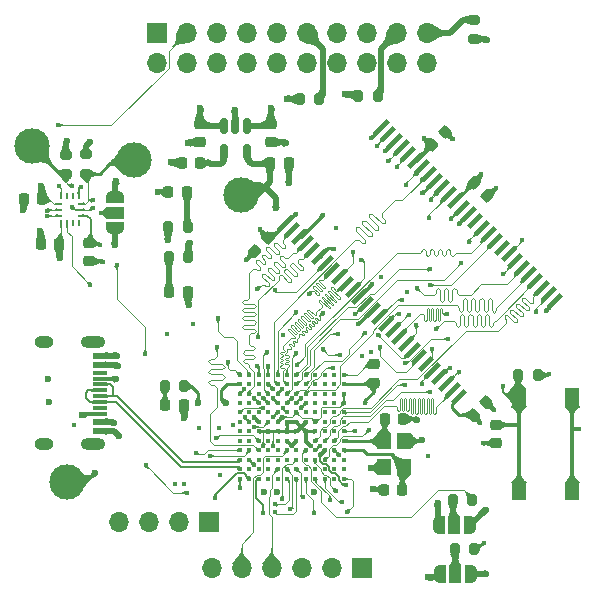
<source format=gtl>
%TF.GenerationSoftware,KiCad,Pcbnew,(7.0.0-0)*%
%TF.CreationDate,2023-03-31T20:35:08+03:00*%
%TF.ProjectId,base_board,62617365-5f62-46f6-9172-642e6b696361,rev?*%
%TF.SameCoordinates,Original*%
%TF.FileFunction,Copper,L1,Top*%
%TF.FilePolarity,Positive*%
%FSLAX46Y46*%
G04 Gerber Fmt 4.6, Leading zero omitted, Abs format (unit mm)*
G04 Created by KiCad (PCBNEW (7.0.0-0)) date 2023-03-31 20:35:08*
%MOMM*%
%LPD*%
G01*
G04 APERTURE LIST*
G04 Aperture macros list*
%AMRoundRect*
0 Rectangle with rounded corners*
0 $1 Rounding radius*
0 $2 $3 $4 $5 $6 $7 $8 $9 X,Y pos of 4 corners*
0 Add a 4 corners polygon primitive as box body*
4,1,4,$2,$3,$4,$5,$6,$7,$8,$9,$2,$3,0*
0 Add four circle primitives for the rounded corners*
1,1,$1+$1,$2,$3*
1,1,$1+$1,$4,$5*
1,1,$1+$1,$6,$7*
1,1,$1+$1,$8,$9*
0 Add four rect primitives between the rounded corners*
20,1,$1+$1,$2,$3,$4,$5,0*
20,1,$1+$1,$4,$5,$6,$7,0*
20,1,$1+$1,$6,$7,$8,$9,0*
20,1,$1+$1,$8,$9,$2,$3,0*%
%AMRotRect*
0 Rectangle, with rotation*
0 The origin of the aperture is its center*
0 $1 length*
0 $2 width*
0 $3 Rotation angle, in degrees counterclockwise*
0 Add horizontal line*
21,1,$1,$2,0,0,$3*%
%AMFreePoly0*
4,1,19,0.550000,-0.750000,0.000000,-0.750000,0.000000,-0.744911,-0.071157,-0.744911,-0.207708,-0.704816,-0.327430,-0.627875,-0.420627,-0.520320,-0.479746,-0.390866,-0.500000,-0.250000,-0.500000,0.250000,-0.479746,0.390866,-0.420627,0.520320,-0.327430,0.627875,-0.207708,0.704816,-0.071157,0.744911,0.000000,0.744911,0.000000,0.750000,0.550000,0.750000,0.550000,-0.750000,0.550000,-0.750000,
$1*%
%AMFreePoly1*
4,1,19,0.000000,0.744911,0.071157,0.744911,0.207708,0.704816,0.327430,0.627875,0.420627,0.520320,0.479746,0.390866,0.500000,0.250000,0.500000,-0.250000,0.479746,-0.390866,0.420627,-0.520320,0.327430,-0.627875,0.207708,-0.704816,0.071157,-0.744911,0.000000,-0.744911,0.000000,-0.750000,-0.550000,-0.750000,-0.550000,0.750000,0.000000,0.750000,0.000000,0.744911,0.000000,0.744911,
$1*%
G04 Aperture macros list end*
%TA.AperFunction,SMDPad,CuDef*%
%ADD10RoundRect,0.225000X0.017678X-0.335876X0.335876X-0.017678X-0.017678X0.335876X-0.335876X0.017678X0*%
%TD*%
%TA.AperFunction,SMDPad,CuDef*%
%ADD11RoundRect,0.225000X-0.335876X-0.017678X-0.017678X-0.335876X0.335876X0.017678X0.017678X0.335876X0*%
%TD*%
%TA.AperFunction,SMDPad,CuDef*%
%ADD12RoundRect,0.200000X0.200000X0.275000X-0.200000X0.275000X-0.200000X-0.275000X0.200000X-0.275000X0*%
%TD*%
%TA.AperFunction,SMDPad,CuDef*%
%ADD13RoundRect,0.225000X-0.225000X-0.250000X0.225000X-0.250000X0.225000X0.250000X-0.225000X0.250000X0*%
%TD*%
%TA.AperFunction,SMDPad,CuDef*%
%ADD14C,3.000000*%
%TD*%
%TA.AperFunction,SMDPad,CuDef*%
%ADD15RotRect,1.510000X0.458000X45.000000*%
%TD*%
%TA.AperFunction,SMDPad,CuDef*%
%ADD16RoundRect,0.225000X0.225000X0.250000X-0.225000X0.250000X-0.225000X-0.250000X0.225000X-0.250000X0*%
%TD*%
%TA.AperFunction,SMDPad,CuDef*%
%ADD17RoundRect,0.218750X-0.218750X-0.256250X0.218750X-0.256250X0.218750X0.256250X-0.218750X0.256250X0*%
%TD*%
%TA.AperFunction,SMDPad,CuDef*%
%ADD18RoundRect,0.218750X0.218750X0.256250X-0.218750X0.256250X-0.218750X-0.256250X0.218750X-0.256250X0*%
%TD*%
%TA.AperFunction,SMDPad,CuDef*%
%ADD19FreePoly0,270.000000*%
%TD*%
%TA.AperFunction,SMDPad,CuDef*%
%ADD20R,1.500000X1.000000*%
%TD*%
%TA.AperFunction,SMDPad,CuDef*%
%ADD21FreePoly1,270.000000*%
%TD*%
%TA.AperFunction,SMDPad,CuDef*%
%ADD22R,1.300000X1.550000*%
%TD*%
%TA.AperFunction,SMDPad,CuDef*%
%ADD23RoundRect,0.218750X-0.256250X0.218750X-0.256250X-0.218750X0.256250X-0.218750X0.256250X0.218750X0*%
%TD*%
%TA.AperFunction,SMDPad,CuDef*%
%ADD24FreePoly0,180.000000*%
%TD*%
%TA.AperFunction,SMDPad,CuDef*%
%ADD25R,1.000000X1.500000*%
%TD*%
%TA.AperFunction,SMDPad,CuDef*%
%ADD26FreePoly1,180.000000*%
%TD*%
%TA.AperFunction,SMDPad,CuDef*%
%ADD27RoundRect,0.200000X-0.200000X-0.275000X0.200000X-0.275000X0.200000X0.275000X-0.200000X0.275000X0*%
%TD*%
%TA.AperFunction,SMDPad,CuDef*%
%ADD28RoundRect,0.225000X-0.250000X0.225000X-0.250000X-0.225000X0.250000X-0.225000X0.250000X0.225000X0*%
%TD*%
%TA.AperFunction,SMDPad,CuDef*%
%ADD29RoundRect,0.200000X-0.275000X0.200000X-0.275000X-0.200000X0.275000X-0.200000X0.275000X0.200000X0*%
%TD*%
%TA.AperFunction,SMDPad,CuDef*%
%ADD30R,1.200000X1.400000*%
%TD*%
%TA.AperFunction,ComponentPad*%
%ADD31R,1.700000X1.700000*%
%TD*%
%TA.AperFunction,ComponentPad*%
%ADD32O,1.700000X1.700000*%
%TD*%
%TA.AperFunction,SMDPad,CuDef*%
%ADD33RoundRect,0.225000X0.250000X-0.225000X0.250000X0.225000X-0.250000X0.225000X-0.250000X-0.225000X0*%
%TD*%
%TA.AperFunction,SMDPad,CuDef*%
%ADD34RoundRect,0.200000X0.275000X-0.200000X0.275000X0.200000X-0.275000X0.200000X-0.275000X-0.200000X0*%
%TD*%
%TA.AperFunction,SMDPad,CuDef*%
%ADD35RoundRect,0.225000X-0.017678X0.335876X-0.335876X0.017678X0.017678X-0.335876X0.335876X-0.017678X0*%
%TD*%
%TA.AperFunction,SMDPad,CuDef*%
%ADD36RoundRect,0.150000X-0.150000X0.512500X-0.150000X-0.512500X0.150000X-0.512500X0.150000X0.512500X0*%
%TD*%
%TA.AperFunction,SMDPad,CuDef*%
%ADD37C,0.400000*%
%TD*%
%TA.AperFunction,SMDPad,CuDef*%
%ADD38R,0.250000X0.475000*%
%TD*%
%TA.AperFunction,SMDPad,CuDef*%
%ADD39R,0.475000X0.250000*%
%TD*%
%TA.AperFunction,SMDPad,CuDef*%
%ADD40R,1.150000X0.300000*%
%TD*%
%TA.AperFunction,SMDPad,CuDef*%
%ADD41R,1.145000X0.600000*%
%TD*%
%TA.AperFunction,SMDPad,CuDef*%
%ADD42R,1.150000X0.600000*%
%TD*%
%TA.AperFunction,ComponentPad*%
%ADD43O,2.100000X1.000000*%
%TD*%
%TA.AperFunction,ComponentPad*%
%ADD44O,1.600000X1.000000*%
%TD*%
%TA.AperFunction,ViaPad*%
%ADD45C,0.400000*%
%TD*%
%TA.AperFunction,ViaPad*%
%ADD46C,0.600000*%
%TD*%
%TA.AperFunction,Conductor*%
%ADD47C,0.100000*%
%TD*%
%TA.AperFunction,Conductor*%
%ADD48C,0.500000*%
%TD*%
%TA.AperFunction,Conductor*%
%ADD49C,0.250000*%
%TD*%
%TA.AperFunction,Conductor*%
%ADD50C,0.300000*%
%TD*%
%TA.AperFunction,Conductor*%
%ADD51C,0.125000*%
%TD*%
%TA.AperFunction,Conductor*%
%ADD52C,0.150000*%
%TD*%
%TA.AperFunction,Conductor*%
%ADD53C,0.200000*%
%TD*%
G04 APERTURE END LIST*
D10*
X142601992Y-102828008D03*
X143698008Y-101731992D03*
D11*
X142690000Y-83140000D03*
X143786016Y-84236016D03*
D12*
X134515000Y-75780000D03*
X132865000Y-75780000D03*
D13*
X104555000Y-84500000D03*
X106105000Y-84500000D03*
D14*
X105250000Y-80000000D03*
D15*
X126740247Y-86593703D03*
X127305933Y-87159389D03*
X127871618Y-87725074D03*
X128437304Y-88290760D03*
X129002989Y-88856445D03*
X129568675Y-89422131D03*
X130134360Y-89987816D03*
X130700045Y-90553501D03*
X131265731Y-91119187D03*
X131831416Y-91684872D03*
X132397102Y-92250558D03*
X132962787Y-92816243D03*
X133528473Y-93381929D03*
X134094158Y-93947614D03*
X134659843Y-94513299D03*
X135225529Y-95078985D03*
X135791214Y-95644670D03*
X136356900Y-96210356D03*
X136922585Y-96776041D03*
X137488271Y-97341727D03*
X138053956Y-97907412D03*
X138619641Y-98473097D03*
X139185327Y-99038783D03*
X139751012Y-99604468D03*
X140316698Y-100170154D03*
X140882383Y-100735839D03*
X141448069Y-101301525D03*
X149579797Y-93169797D03*
X149014111Y-92604111D03*
X148448426Y-92038426D03*
X147882740Y-91472740D03*
X147317055Y-90907055D03*
X146751369Y-90341369D03*
X146185684Y-89775684D03*
X145619999Y-89209999D03*
X145054313Y-88644313D03*
X144488628Y-88078628D03*
X143922942Y-87512942D03*
X143357257Y-86947257D03*
X142791571Y-86381571D03*
X142225886Y-85815886D03*
X141660201Y-85250201D03*
X141094515Y-84684515D03*
X140528830Y-84118830D03*
X139963144Y-83553144D03*
X139397459Y-82987459D03*
X138831773Y-82421773D03*
X138266088Y-81856088D03*
X137700403Y-81290403D03*
X137134717Y-80724717D03*
X136569032Y-80159032D03*
X136003346Y-79593346D03*
X135437661Y-79027661D03*
X134871975Y-78461975D03*
D16*
X119495000Y-81450500D03*
X117945000Y-81450500D03*
X136610000Y-109130000D03*
X135060000Y-109130000D03*
D17*
X116815000Y-83920000D03*
X118390000Y-83920000D03*
D18*
X118097500Y-102000000D03*
X116522500Y-102000000D03*
D19*
X112250000Y-84400000D03*
D20*
X112249999Y-85699999D03*
D21*
X112250000Y-87000000D03*
D22*
X150989999Y-101329999D03*
X150989999Y-109279999D03*
X146489999Y-101329999D03*
X146489999Y-109279999D03*
D14*
X108200000Y-108470000D03*
D23*
X134180000Y-98512500D03*
X134180000Y-100087500D03*
D24*
X142400000Y-116270000D03*
D25*
X141099999Y-116269999D03*
D26*
X139800000Y-116270000D03*
D27*
X140900000Y-110005000D03*
X142550000Y-110005000D03*
D13*
X106005000Y-88310000D03*
X107555000Y-88310000D03*
D28*
X119470000Y-78175500D03*
X119470000Y-79725500D03*
D14*
X122970000Y-84200500D03*
D29*
X108115000Y-80765000D03*
X108115000Y-82415000D03*
D28*
X110120000Y-88265000D03*
X110120000Y-89815000D03*
D30*
X136789999Y-107239999D03*
X136789999Y-105039999D03*
X135089999Y-105039999D03*
X135089999Y-107239999D03*
D14*
X113900000Y-81250000D03*
D31*
X115839999Y-70459999D03*
D32*
X115839999Y-72999999D03*
X118379999Y-70459999D03*
X118379999Y-72999999D03*
X120919999Y-70459999D03*
X120919999Y-72999999D03*
X123459999Y-70459999D03*
X123459999Y-72999999D03*
X125999999Y-70459999D03*
X125999999Y-72999999D03*
X128539999Y-70459999D03*
X128539999Y-72999999D03*
X131079999Y-70459999D03*
X131079999Y-72999999D03*
X133619999Y-70459999D03*
X133619999Y-72999999D03*
X136159999Y-70459999D03*
X136159999Y-72999999D03*
X138699999Y-70459999D03*
X138699999Y-72999999D03*
D13*
X125445000Y-81450500D03*
X126995000Y-81450500D03*
D18*
X118465000Y-92401250D03*
X116890000Y-92401250D03*
D31*
X133169999Y-115749999D03*
D32*
X130629999Y-115749999D03*
X128089999Y-115749999D03*
X125549999Y-115749999D03*
X123009999Y-115749999D03*
X120469999Y-115749999D03*
D13*
X135150000Y-103120000D03*
X136700000Y-103120000D03*
D12*
X118502500Y-89401250D03*
X116852500Y-89401250D03*
D33*
X125470000Y-79725500D03*
X125470000Y-78175500D03*
D34*
X142670000Y-70985000D03*
X142670000Y-69335000D03*
D35*
X125238008Y-87861992D03*
X124141992Y-88958008D03*
D36*
X123420000Y-78313000D03*
X122470000Y-78313000D03*
X121520000Y-78313000D03*
X121520000Y-80588000D03*
X123420000Y-80588000D03*
D27*
X146425000Y-99440000D03*
X148075000Y-99440000D03*
D29*
X109825000Y-80750000D03*
X109825000Y-82400000D03*
D37*
X131650000Y-108200000D03*
X130850000Y-108200000D03*
X130050000Y-108200000D03*
X129250000Y-108200000D03*
X128450000Y-108200000D03*
X127650000Y-108200000D03*
X126850000Y-108200000D03*
X126050000Y-108200000D03*
X125250000Y-108200000D03*
X124450000Y-108200000D03*
X123650000Y-108200000D03*
X122850000Y-108200000D03*
X131650000Y-107400000D03*
X130850000Y-107400000D03*
X130050000Y-107400000D03*
X129250000Y-107400000D03*
X128450000Y-107400000D03*
X127650000Y-107400000D03*
X126850000Y-107400000D03*
X126050000Y-107400000D03*
X125250000Y-107400000D03*
X124450000Y-107400000D03*
X123650000Y-107400000D03*
X122850000Y-107400000D03*
X131650000Y-106600000D03*
X130850000Y-106600000D03*
X130050000Y-106600000D03*
X129250000Y-106600000D03*
X128450000Y-106600000D03*
X127650000Y-106600000D03*
X126850000Y-106600000D03*
X126050000Y-106600000D03*
X125250000Y-106600000D03*
X124450000Y-106600000D03*
X123650000Y-106600000D03*
X122850000Y-106600000D03*
X131650000Y-105800000D03*
X130850000Y-105800000D03*
X130050000Y-105800000D03*
X129250000Y-105800000D03*
X128450000Y-105800000D03*
X127650000Y-105800000D03*
X126850000Y-105800000D03*
X126050000Y-105800000D03*
X125250000Y-105800000D03*
X124450000Y-105800000D03*
X123650000Y-105800000D03*
X122850000Y-105800000D03*
X131650000Y-105000000D03*
X130850000Y-105000000D03*
X130050000Y-105000000D03*
X129250000Y-105000000D03*
X128450000Y-105000000D03*
X127650000Y-105000000D03*
X126850000Y-105000000D03*
X126050000Y-105000000D03*
X125250000Y-105000000D03*
X124450000Y-105000000D03*
X123650000Y-105000000D03*
X122850000Y-105000000D03*
X131650000Y-104200000D03*
X130850000Y-104200000D03*
X130050000Y-104200000D03*
X129250000Y-104200000D03*
X128450000Y-104200000D03*
X127650000Y-104200000D03*
X126850000Y-104200000D03*
X126050000Y-104200000D03*
X125250000Y-104200000D03*
X124450000Y-104200000D03*
X123650000Y-104200000D03*
X122850000Y-104200000D03*
X131650000Y-103400000D03*
X130850000Y-103400000D03*
X130050000Y-103400000D03*
X129250000Y-103400000D03*
X128450000Y-103400000D03*
X127650000Y-103400000D03*
X126850000Y-103400000D03*
X126050000Y-103400000D03*
X125250000Y-103400000D03*
X124450000Y-103400000D03*
X123650000Y-103400000D03*
X122850000Y-103400000D03*
X131650000Y-102600000D03*
X130850000Y-102600000D03*
X130050000Y-102600000D03*
X129250000Y-102600000D03*
X128450000Y-102600000D03*
X127650000Y-102600000D03*
X126850000Y-102600000D03*
X126050000Y-102600000D03*
X125250000Y-102600000D03*
X124450000Y-102600000D03*
X123650000Y-102600000D03*
X122850000Y-102600000D03*
X131650000Y-101800000D03*
X130850000Y-101800000D03*
X130050000Y-101800000D03*
X129250000Y-101800000D03*
X128450000Y-101800000D03*
X127650000Y-101800000D03*
X126850000Y-101800000D03*
X126050000Y-101800000D03*
X125250000Y-101800000D03*
X124450000Y-101800000D03*
X123650000Y-101800000D03*
X122850000Y-101800000D03*
X131650000Y-101000000D03*
X130850000Y-101000000D03*
X130050000Y-101000000D03*
X129250000Y-101000000D03*
X128450000Y-101000000D03*
X127650000Y-101000000D03*
X126850000Y-101000000D03*
X126050000Y-101000000D03*
X125250000Y-101000000D03*
X124450000Y-101000000D03*
X123650000Y-101000000D03*
X122850000Y-101000000D03*
X131650000Y-100200000D03*
X130850000Y-100200000D03*
X130050000Y-100200000D03*
X129250000Y-100200000D03*
X128450000Y-100200000D03*
X127650000Y-100200000D03*
X126850000Y-100200000D03*
X126050000Y-100200000D03*
X125250000Y-100200000D03*
X124450000Y-100200000D03*
X123650000Y-100200000D03*
X122850000Y-100200000D03*
X131650000Y-99400000D03*
X130850000Y-99400000D03*
X130050000Y-99400000D03*
X129250000Y-99400000D03*
X128450000Y-99400000D03*
X127650000Y-99400000D03*
X126850000Y-99400000D03*
X126050000Y-99400000D03*
X125250000Y-99400000D03*
X124450000Y-99400000D03*
X123650000Y-99400000D03*
X122850000Y-99400000D03*
D10*
X139111992Y-79928008D03*
X140208008Y-78831992D03*
D28*
X144550000Y-103655000D03*
X144550000Y-105205000D03*
D27*
X116777500Y-86920000D03*
X118427500Y-86920000D03*
D38*
X109214999Y-84272499D03*
X108714999Y-84272499D03*
X108214999Y-84272499D03*
X107714999Y-84272499D03*
D39*
X107552499Y-84934999D03*
X107552499Y-85434999D03*
X107552499Y-85934999D03*
D38*
X107714999Y-86597499D03*
X108214999Y-86597499D03*
X108714999Y-86597499D03*
X109214999Y-86597499D03*
D39*
X109377499Y-85934999D03*
X109377499Y-85434999D03*
X109377499Y-84934999D03*
D31*
X120279999Y-111869999D03*
D32*
X117739999Y-111869999D03*
X115199999Y-111869999D03*
X112659999Y-111869999D03*
D40*
X110979999Y-99729999D03*
X110979999Y-100729999D03*
X110979999Y-101229999D03*
X110979999Y-102229999D03*
D41*
X110982499Y-103379999D03*
D42*
X110979999Y-104179999D03*
D40*
X110979999Y-102729999D03*
X110979999Y-101729999D03*
X110979999Y-100229999D03*
X110979999Y-99229999D03*
D41*
X110982499Y-98579999D03*
X110982499Y-97779999D03*
D43*
X110414999Y-96659999D03*
D44*
X106234999Y-96659999D03*
D43*
X110414999Y-105299999D03*
D44*
X106234999Y-105299999D03*
D12*
X129565000Y-76070000D03*
X127915000Y-76070000D03*
X118135000Y-100340000D03*
X116485000Y-100340000D03*
D24*
X142325000Y-112120000D03*
D25*
X141024999Y-112119999D03*
D26*
X139725000Y-112120000D03*
D27*
X141050000Y-114195000D03*
X142700000Y-114195000D03*
D45*
X121100000Y-103910000D03*
X126470000Y-102220000D03*
D46*
X133918858Y-107316777D03*
D45*
X148800000Y-93970000D03*
D46*
X112590000Y-104570000D03*
D45*
X121180000Y-107890000D03*
X126450000Y-103000000D03*
D46*
X104515000Y-85420000D03*
X118170000Y-103100000D03*
D45*
X106525000Y-85510000D03*
D46*
X118485000Y-79814500D03*
D45*
X122240000Y-103700000D03*
X124050000Y-103000000D03*
X143460000Y-105220000D03*
D46*
X118542500Y-93505250D03*
X126850000Y-76030000D03*
D45*
X127250000Y-105400000D03*
D46*
X122425000Y-76984500D03*
X129100000Y-109300000D03*
X112450000Y-97780000D03*
X117005000Y-81424500D03*
D45*
X133960000Y-97460000D03*
D46*
X105975000Y-87270000D03*
X143770000Y-71050000D03*
X143655000Y-110825000D03*
X143700000Y-116270000D03*
D45*
X151560000Y-104000000D03*
X141390000Y-86620000D03*
D46*
X137850000Y-103220000D03*
X127010000Y-83184500D03*
X125997407Y-109364864D03*
X115890000Y-83901250D03*
D45*
X130860000Y-88790000D03*
X133200000Y-97790000D03*
D46*
X106740000Y-101690000D03*
X126765000Y-79824500D03*
X138310000Y-104920000D03*
D45*
X131250000Y-106200000D03*
X119360000Y-103890000D03*
X134050000Y-91710000D03*
X144550000Y-83560000D03*
X144360000Y-102360000D03*
X133930000Y-79400000D03*
X106525000Y-85960000D03*
D46*
X131770000Y-75670000D03*
X112400000Y-83025000D03*
D45*
X111240000Y-89850000D03*
X138320000Y-84030000D03*
X140870000Y-79470000D03*
X123400000Y-89680000D03*
D46*
X124900000Y-109300000D03*
D45*
X131010000Y-86980000D03*
X135110000Y-80460000D03*
D46*
X134135000Y-109080000D03*
X106600000Y-99730000D03*
D45*
X107470000Y-78260000D03*
X125810000Y-111030002D03*
X108840000Y-103630000D03*
X124810500Y-111141919D03*
X122830000Y-109010000D03*
X124050000Y-103800000D03*
X111140000Y-85680000D03*
X109390000Y-83470000D03*
D46*
X110155000Y-79715000D03*
D45*
X128850000Y-105400000D03*
X143220000Y-103490000D03*
X149070000Y-99320000D03*
D46*
X112280000Y-88405000D03*
D45*
X131880000Y-108720000D03*
X132840000Y-95150000D03*
X132420000Y-89010000D03*
D46*
X108185000Y-79610000D03*
X107650000Y-89500000D03*
X106045000Y-83440000D03*
D45*
X138410000Y-79390000D03*
D46*
X116757500Y-88006000D03*
D45*
X133477291Y-101792582D03*
X125650000Y-105400000D03*
X128050000Y-103810000D03*
X129650000Y-106190000D03*
X124850000Y-105400000D03*
X111010000Y-88400000D03*
D46*
X139605000Y-110285000D03*
D45*
X124530000Y-87080000D03*
D46*
X125915000Y-85264500D03*
D45*
X143300000Y-82430000D03*
D46*
X138750000Y-116570000D03*
D45*
X124050000Y-107010000D03*
X129880000Y-85870000D03*
X127590000Y-85800000D03*
D46*
X112390000Y-99810000D03*
X109530000Y-102830000D03*
D45*
X131940000Y-111010000D03*
X131510000Y-110210000D03*
X108635000Y-83400000D03*
X125250000Y-98700000D03*
X110400000Y-85250000D03*
X108665000Y-85230000D03*
X110400000Y-84650000D03*
X124350000Y-98660000D03*
X121010000Y-94620000D03*
X107515000Y-83390000D03*
X118920000Y-95110000D03*
X110190000Y-91780000D03*
X121820000Y-98290000D03*
X116680000Y-95990000D03*
X120790000Y-109860000D03*
X114850000Y-97610000D03*
X112420000Y-90150000D03*
X118360000Y-109390000D03*
X114890000Y-107090000D03*
X125820000Y-110392738D03*
X145110000Y-100360000D03*
X132600000Y-104140000D03*
X142280000Y-88160000D03*
X130490000Y-110040000D03*
X129160000Y-111080000D03*
X136610000Y-93040000D03*
X128200000Y-109780000D03*
X138970000Y-91820000D03*
X137200000Y-94310000D03*
X127080000Y-110760000D03*
X133770000Y-104080000D03*
X138290000Y-100230000D03*
X138810000Y-106270000D03*
X140640000Y-98800000D03*
X130980000Y-109240000D03*
X137805063Y-95195063D03*
X126460000Y-109930000D03*
X140520000Y-96360000D03*
X129640000Y-105410000D03*
X141440000Y-99190000D03*
X136830000Y-98450000D03*
X125810000Y-92270000D03*
X120900000Y-97050000D03*
X147960000Y-94060000D03*
X138960000Y-100880000D03*
X124400000Y-96230000D03*
X120840000Y-104750000D03*
X127680000Y-98570000D03*
X123260000Y-103010000D03*
X136300000Y-94240000D03*
X136810000Y-100250000D03*
X125650000Y-103000000D03*
X140710000Y-86180000D03*
X134700000Y-97020000D03*
X124850000Y-102200000D03*
X146750000Y-87970000D03*
X128040000Y-101410000D03*
X132590000Y-94280000D03*
X127250000Y-101400000D03*
X125650000Y-101400000D03*
X138870000Y-86130000D03*
X134470000Y-80070000D03*
X124850000Y-101400000D03*
X131340000Y-97710000D03*
X134585063Y-96025063D03*
X126520000Y-96010000D03*
X129910000Y-97270000D03*
X124050000Y-101400000D03*
X139120000Y-97190000D03*
X130750000Y-98820000D03*
X127640000Y-97570000D03*
X133150000Y-89660000D03*
X126450000Y-100600000D03*
X139010000Y-84630000D03*
X125140000Y-97520000D03*
X135440000Y-81330000D03*
X124330000Y-92140000D03*
X123250000Y-100600000D03*
X133440000Y-95860000D03*
X139460000Y-95530000D03*
X145130000Y-90920000D03*
X141610000Y-89920000D03*
X125650000Y-100600000D03*
X136160000Y-81830000D03*
X137030000Y-92380000D03*
X131180000Y-95960000D03*
X140410000Y-94250000D03*
X134783477Y-91124954D03*
X138950000Y-90490000D03*
X137850000Y-92070000D03*
X128720000Y-92580000D03*
X129900000Y-94200000D03*
X127640000Y-94100000D03*
X136910000Y-83340000D03*
X128040000Y-102200000D03*
X143525000Y-113645000D03*
X118110000Y-108680000D03*
X120290000Y-106290000D03*
X119160000Y-106010000D03*
X117400000Y-108650000D03*
D46*
X119520000Y-76834500D03*
X112500000Y-98650000D03*
X112230000Y-103470000D03*
X118607500Y-88251250D03*
X125520000Y-76834500D03*
X110600000Y-107730000D03*
X119330000Y-101770000D03*
X121700000Y-101800000D03*
D47*
X126850000Y-102600000D02*
X126470000Y-102220000D01*
D48*
X106005000Y-87300000D02*
X105975000Y-87270000D01*
D49*
X132962788Y-92816244D02*
X132962788Y-92797212D01*
D48*
X104555000Y-84500000D02*
X104555000Y-85380000D01*
X143700000Y-116270000D02*
X142400000Y-116270000D01*
D49*
X129568676Y-89422132D02*
X129617868Y-89422132D01*
D50*
X150990000Y-109280000D02*
X150990000Y-104030000D01*
D49*
X139362540Y-82987460D02*
X138320000Y-84030000D01*
X124450000Y-103400000D02*
X124050000Y-103000000D01*
X127650000Y-105000000D02*
X127250000Y-105400000D01*
D48*
X127915000Y-76070000D02*
X126890000Y-76070000D01*
D47*
X130850000Y-105800000D02*
X131250000Y-106200000D01*
D51*
X129697500Y-102262500D02*
X129807500Y-102152500D01*
D49*
X142225887Y-85815887D02*
X142194113Y-85815887D01*
X134868024Y-78461976D02*
X133930000Y-79400000D01*
D50*
X150990000Y-104030000D02*
X151530000Y-104030000D01*
D49*
X136003347Y-79593347D02*
X135976653Y-79593347D01*
X133995635Y-107240000D02*
X133918858Y-107316777D01*
X143698008Y-101731992D02*
X143731992Y-101731992D01*
D48*
X132865000Y-75780000D02*
X132755000Y-75670000D01*
D49*
X139397460Y-82987460D02*
X139362540Y-82987460D01*
D50*
X144550000Y-105205000D02*
X143475000Y-105205000D01*
D51*
X129250000Y-103400000D02*
X129697500Y-102952500D01*
D49*
X143786016Y-84236016D02*
X143873984Y-84236016D01*
X132962788Y-92797212D02*
X134050000Y-91710000D01*
X135060000Y-109130000D02*
X134185000Y-109130000D01*
D48*
X126890000Y-76070000D02*
X126850000Y-76030000D01*
D49*
X143873984Y-84236016D02*
X144550000Y-83560000D01*
D50*
X111205000Y-89815000D02*
X111240000Y-89850000D01*
D51*
X127650000Y-102600000D02*
X128097500Y-103047500D01*
D48*
X143655000Y-110825000D02*
X142360000Y-112120000D01*
X126666000Y-79725500D02*
X126765000Y-79824500D01*
X119470000Y-79725500D02*
X118574000Y-79725500D01*
D51*
X107552500Y-85435000D02*
X106600000Y-85435000D01*
X131297500Y-102152500D02*
X131650000Y-101800000D01*
D49*
X134185000Y-109130000D02*
X134135000Y-109080000D01*
D48*
X118465000Y-92401250D02*
X118465000Y-93427750D01*
D49*
X124121992Y-88958008D02*
X123400000Y-89680000D01*
D48*
X132755000Y-75670000D02*
X131770000Y-75670000D01*
X118465000Y-93427750D02*
X118542500Y-93505250D01*
X122470000Y-78313000D02*
X122470000Y-77029500D01*
D51*
X129807500Y-102152500D02*
X131297500Y-102152500D01*
D47*
X131650000Y-101000000D02*
X131650000Y-101800000D01*
D51*
X126450000Y-103000000D02*
X127250000Y-103000000D01*
X106600000Y-85435000D02*
X106525000Y-85510000D01*
X129697500Y-102952500D02*
X129697500Y-102262500D01*
D49*
X135976653Y-79593347D02*
X135110000Y-80460000D01*
X130330000Y-88710000D02*
X130780000Y-88710000D01*
D51*
X127250000Y-103000000D02*
X127650000Y-102600000D01*
D49*
X149579798Y-93190202D02*
X148800000Y-93970000D01*
X137750000Y-103120000D02*
X137850000Y-103220000D01*
D48*
X118097500Y-102000000D02*
X118170000Y-102072500D01*
X112250000Y-83175000D02*
X112400000Y-83025000D01*
D51*
X128897500Y-103047500D02*
X129250000Y-103400000D01*
D49*
X140231992Y-78831992D02*
X140870000Y-79470000D01*
X136700000Y-103120000D02*
X137750000Y-103120000D01*
X124141992Y-88958008D02*
X124121992Y-88958008D01*
X138190000Y-105040000D02*
X136790000Y-105040000D01*
X142194113Y-85815887D02*
X141390000Y-86620000D01*
D48*
X106005000Y-88310000D02*
X106005000Y-87300000D01*
D49*
X126050000Y-103400000D02*
X126450000Y-103000000D01*
D48*
X127010000Y-81465500D02*
X127010000Y-83184500D01*
X112200000Y-104180000D02*
X112590000Y-104570000D01*
D49*
X138310000Y-104920000D02*
X138190000Y-105040000D01*
D48*
X126995000Y-81450500D02*
X127010000Y-81465500D01*
D50*
X151530000Y-104030000D02*
X151560000Y-104000000D01*
X115908750Y-83920000D02*
X115890000Y-83901250D01*
D49*
X149579798Y-93169798D02*
X149579798Y-93190202D01*
X140208008Y-78831992D02*
X140231992Y-78831992D01*
X126850000Y-105000000D02*
X127250000Y-105400000D01*
D51*
X128097500Y-103047500D02*
X128897500Y-103047500D01*
D48*
X118574000Y-79725500D02*
X118485000Y-79814500D01*
D49*
X130780000Y-88710000D02*
X130860000Y-88790000D01*
D48*
X104555000Y-85380000D02*
X104515000Y-85420000D01*
X110982500Y-97780000D02*
X112450000Y-97780000D01*
X143705000Y-70985000D02*
X143770000Y-71050000D01*
D50*
X150990000Y-104030000D02*
X150990000Y-101330000D01*
D51*
X106550000Y-85935000D02*
X106525000Y-85960000D01*
D50*
X110120000Y-89815000D02*
X111205000Y-89815000D01*
D48*
X112250000Y-84400000D02*
X112250000Y-83175000D01*
X110980000Y-104180000D02*
X112200000Y-104180000D01*
X118170000Y-102072500D02*
X118170000Y-103100000D01*
D49*
X143731992Y-101731992D02*
X144360000Y-102360000D01*
D50*
X116815000Y-83920000D02*
X115908750Y-83920000D01*
X143475000Y-105205000D02*
X143460000Y-105220000D01*
D48*
X117945000Y-81450500D02*
X117031000Y-81450500D01*
D51*
X107552500Y-85935000D02*
X106550000Y-85935000D01*
D48*
X142360000Y-112120000D02*
X142325000Y-112120000D01*
X142670000Y-70985000D02*
X143705000Y-70985000D01*
D49*
X134871976Y-78461976D02*
X134868024Y-78461976D01*
X129617868Y-89422132D02*
X130330000Y-88710000D01*
X135090000Y-107240000D02*
X133995635Y-107240000D01*
D48*
X125470000Y-79725500D02*
X126666000Y-79725500D01*
D47*
X126019998Y-111240000D02*
X125810000Y-111030002D01*
X127650000Y-110910000D02*
X127320000Y-111240000D01*
X127320000Y-111240000D02*
X126019998Y-111240000D01*
X116830000Y-72010000D02*
X116830000Y-73410072D01*
X116830000Y-73410072D02*
X111980072Y-78260000D01*
X127650000Y-108200000D02*
X127650000Y-110910000D01*
X118380000Y-70460000D02*
X116830000Y-72010000D01*
X111980072Y-78260000D02*
X107470000Y-78260000D01*
D52*
X124450000Y-108200000D02*
X124220000Y-108430000D01*
X124810500Y-110430500D02*
X124810500Y-111141919D01*
X124220000Y-108430000D02*
X124220000Y-109840000D01*
X124220000Y-109840000D02*
X124810500Y-110430500D01*
X122830000Y-109010000D02*
X122830000Y-108220000D01*
X122830000Y-108220000D02*
X122850000Y-108200000D01*
D47*
X124850000Y-103800000D02*
X124050000Y-103800000D01*
X125250000Y-103400000D02*
X124850000Y-103800000D01*
D48*
X121520000Y-81319500D02*
X121255000Y-81584500D01*
X120305000Y-81574500D02*
X120165000Y-81434500D01*
X120149000Y-81450500D02*
X119495000Y-81450500D01*
X121245000Y-81574500D02*
X120305000Y-81574500D01*
X121255000Y-81584500D02*
X121245000Y-81574500D01*
X121520000Y-80588000D02*
X121520000Y-81319500D01*
X120165000Y-81434500D02*
X120149000Y-81450500D01*
X116852500Y-89401250D02*
X116852500Y-92363750D01*
X116852500Y-92363750D02*
X116890000Y-92401250D01*
X118390000Y-86882500D02*
X118427500Y-86920000D01*
X118390000Y-83920000D02*
X118390000Y-86882500D01*
D49*
X116485000Y-100340000D02*
X116485000Y-101962500D01*
X116485000Y-101962500D02*
X116522500Y-102000000D01*
D48*
X129900000Y-72497085D02*
X129900000Y-71820000D01*
X129900000Y-73502915D02*
X129890000Y-73492915D01*
X129890000Y-72507085D02*
X129900000Y-72497085D01*
X129890000Y-73492915D02*
X129890000Y-72507085D01*
X129565000Y-76070000D02*
X129900000Y-75735000D01*
X129900000Y-75735000D02*
X129900000Y-73502915D01*
X129900000Y-71820000D02*
X128540000Y-70460000D01*
X134810000Y-71810000D02*
X136160000Y-70460000D01*
X134515000Y-75780000D02*
X134810000Y-75485000D01*
X134810000Y-75485000D02*
X134810000Y-71810000D01*
D49*
X136610000Y-107420000D02*
X136790000Y-107240000D01*
X135700000Y-106150000D02*
X136790000Y-107240000D01*
X133610000Y-106150000D02*
X135700000Y-106150000D01*
X136806142Y-108933858D02*
X136610000Y-109130000D01*
X131650000Y-105800000D02*
X133260000Y-105800000D01*
X133260000Y-105800000D02*
X133610000Y-106150000D01*
X136610000Y-109130000D02*
X136610000Y-107420000D01*
D48*
X142670000Y-69335000D02*
X141775000Y-69335000D01*
X140650000Y-70460000D02*
X138700000Y-70460000D01*
X141775000Y-69335000D02*
X140650000Y-70460000D01*
X140900000Y-110005000D02*
X140900000Y-111995000D01*
X140900000Y-111995000D02*
X141025000Y-112120000D01*
X141100000Y-116270000D02*
X141100000Y-114245000D01*
X141100000Y-114245000D02*
X141050000Y-114195000D01*
X141100000Y-116270000D02*
X141085000Y-116255000D01*
D53*
X109215000Y-84272500D02*
X109215000Y-83645000D01*
X109215000Y-83645000D02*
X109390000Y-83470000D01*
X111140000Y-85680000D02*
X112230000Y-85680000D01*
X112230000Y-85680000D02*
X112250000Y-85700000D01*
D47*
X133440000Y-98740000D02*
X133952500Y-98740000D01*
X133952500Y-98740000D02*
X134180000Y-98512500D01*
X131650000Y-99400000D02*
X132780000Y-99400000D01*
X132780000Y-99400000D02*
X133440000Y-98740000D01*
D49*
X128060000Y-103810000D02*
X128450000Y-104200000D01*
X127650000Y-104200000D02*
X126850000Y-104200000D01*
X141428008Y-102828008D02*
X140820000Y-102220000D01*
D48*
X125385000Y-83094500D02*
X125385000Y-81510500D01*
D49*
X126850000Y-104200000D02*
X126850000Y-103400000D01*
X140839596Y-101910000D02*
X141448070Y-101301526D01*
D48*
X107555000Y-88310000D02*
X107555000Y-89470000D01*
D52*
X109905000Y-85935000D02*
X110220000Y-86250000D01*
X130415000Y-107481188D02*
X130415000Y-107245000D01*
D47*
X123650000Y-106600000D02*
X123650000Y-106610000D01*
D49*
X142601992Y-102871992D02*
X143220000Y-103490000D01*
D47*
X123650000Y-106610000D02*
X124050000Y-107010000D01*
D49*
X126850000Y-103400000D02*
X127650000Y-103400000D01*
D48*
X106105000Y-83500000D02*
X106045000Y-83440000D01*
X124995000Y-83484500D02*
X125915000Y-84404500D01*
D49*
X128450000Y-104200000D02*
X129250000Y-104200000D01*
X134067500Y-100200000D02*
X134180000Y-100087500D01*
D52*
X110875000Y-88265000D02*
X111010000Y-88400000D01*
D48*
X109825000Y-80045000D02*
X110155000Y-79715000D01*
D49*
X126050000Y-104200000D02*
X126850000Y-104200000D01*
D47*
X134180000Y-100087500D02*
X134150000Y-100117500D01*
D49*
X137700404Y-81290404D02*
X137749596Y-81290404D01*
D50*
X148075000Y-99440000D02*
X148950000Y-99440000D01*
D49*
X140820000Y-101910000D02*
X140839596Y-101910000D01*
D48*
X112250000Y-87000000D02*
X112250000Y-88375000D01*
X139605000Y-112000000D02*
X139725000Y-112120000D01*
D52*
X130935000Y-107765000D02*
X130698812Y-107765000D01*
D49*
X128050000Y-103810000D02*
X128060000Y-103810000D01*
D48*
X123420000Y-81159500D02*
X123845000Y-81584500D01*
X122970000Y-84200500D02*
X124279000Y-84200500D01*
D52*
X110220000Y-88165000D02*
X110120000Y-88265000D01*
X129890000Y-106965000D02*
X129650000Y-106725000D01*
X109377500Y-85935000D02*
X109905000Y-85935000D01*
D49*
X133477291Y-101552709D02*
X133477291Y-101792582D01*
D48*
X123420000Y-80588000D02*
X123420000Y-81159500D01*
D49*
X128050000Y-103800000D02*
X127650000Y-103400000D01*
X126740248Y-86593704D02*
X126796296Y-86593704D01*
D52*
X130698812Y-107765000D02*
X130415000Y-107481188D01*
D49*
X124920000Y-104200000D02*
X125250000Y-104200000D01*
X134042385Y-93947615D02*
X132840000Y-95150000D01*
X128024925Y-87725075D02*
X129880000Y-85870000D01*
D51*
X124920000Y-104200000D02*
X124850000Y-104270000D01*
D49*
X128050000Y-103810000D02*
X128050000Y-103800000D01*
D48*
X125385000Y-81510500D02*
X125445000Y-81450500D01*
D49*
X142639032Y-83140000D02*
X141094516Y-84684516D01*
D48*
X139500000Y-116570000D02*
X139800000Y-116270000D01*
D49*
X127650000Y-104200000D02*
X127660000Y-104200000D01*
X142690000Y-83140000D02*
X142639032Y-83140000D01*
D50*
X128450000Y-105000000D02*
X128850000Y-105400000D01*
D49*
X125238008Y-87788008D02*
X124530000Y-87080000D01*
X142690000Y-83140000D02*
X142690000Y-83040000D01*
X125660000Y-104200000D02*
X126050000Y-104200000D01*
D52*
X110120000Y-88265000D02*
X110875000Y-88265000D01*
X130135000Y-106965000D02*
X129890000Y-106965000D01*
D48*
X109825000Y-80750000D02*
X109825000Y-80045000D01*
D51*
X107552500Y-84935000D02*
X107130000Y-84935000D01*
X107130000Y-84935000D02*
X106715000Y-84520000D01*
D49*
X127871619Y-87725075D02*
X128024925Y-87725075D01*
D48*
X116777500Y-86920000D02*
X116777500Y-87986000D01*
D49*
X142690000Y-83040000D02*
X143300000Y-82430000D01*
D51*
X125660000Y-105390000D02*
X125650000Y-105400000D01*
D49*
X128050000Y-103800000D02*
X128450000Y-103400000D01*
X142601992Y-102828008D02*
X142601992Y-102871992D01*
D48*
X124995000Y-83484500D02*
X125385000Y-83094500D01*
X139605000Y-110285000D02*
X139605000Y-112000000D01*
D51*
X107715000Y-88150000D02*
X107555000Y-88310000D01*
D49*
X125238008Y-87861992D02*
X125471960Y-87861992D01*
D52*
X131215000Y-108351188D02*
X131215000Y-108045000D01*
D49*
X125238008Y-87861992D02*
X125238008Y-87788008D01*
X127660000Y-104200000D02*
X128050000Y-103810000D01*
D51*
X125660000Y-104200000D02*
X125660000Y-105390000D01*
X107715000Y-86597500D02*
X107715000Y-88150000D01*
D49*
X134180000Y-100850000D02*
X133477291Y-101552709D01*
X125471960Y-87861992D02*
X126740248Y-86593704D01*
X127871619Y-87725075D02*
X127871619Y-87698381D01*
D48*
X138750000Y-116570000D02*
X139500000Y-116570000D01*
D52*
X131583812Y-108720000D02*
X131215000Y-108351188D01*
D49*
X134094159Y-93947615D02*
X134042385Y-93947615D01*
D47*
X131265732Y-91119188D02*
X132420000Y-89964920D01*
D52*
X130415000Y-107245000D02*
X130135000Y-106965000D01*
D49*
X140820000Y-102220000D02*
X140820000Y-101910000D01*
D50*
X148950000Y-99440000D02*
X149070000Y-99320000D01*
D51*
X124850000Y-104270000D02*
X124850000Y-105400000D01*
D52*
X131880000Y-108720000D02*
X131583812Y-108720000D01*
D49*
X134180000Y-100087500D02*
X134180000Y-100850000D01*
D47*
X132420000Y-89964920D02*
X132420000Y-89010000D01*
D50*
X128450000Y-105000000D02*
X128450000Y-104200000D01*
D49*
X138948008Y-79928008D02*
X138410000Y-79390000D01*
D48*
X106105000Y-84500000D02*
X106105000Y-83500000D01*
X112250000Y-88375000D02*
X112280000Y-88405000D01*
D49*
X137749596Y-81290404D02*
X139111992Y-79928008D01*
D52*
X129650000Y-106725000D02*
X129650000Y-106190000D01*
D49*
X130040000Y-105800000D02*
X129650000Y-106190000D01*
X130050000Y-105800000D02*
X130040000Y-105800000D01*
X124450000Y-104200000D02*
X124920000Y-104200000D01*
D48*
X123845000Y-81584500D02*
X125311000Y-81584500D01*
D52*
X131215000Y-108045000D02*
X130935000Y-107765000D01*
D49*
X142601992Y-102828008D02*
X141428008Y-102828008D01*
D48*
X125311000Y-81584500D02*
X125445000Y-81450500D01*
D51*
X106715000Y-84520000D02*
X106125000Y-84520000D01*
D49*
X126796296Y-86593704D02*
X127590000Y-85800000D01*
D51*
X106125000Y-84520000D02*
X106105000Y-84500000D01*
D48*
X124279000Y-84200500D02*
X124995000Y-83484500D01*
X108115000Y-80765000D02*
X108115000Y-79680000D01*
D49*
X139111992Y-79928008D02*
X138948008Y-79928008D01*
X125250000Y-104200000D02*
X125660000Y-104200000D01*
D48*
X125915000Y-84404500D02*
X125915000Y-85264500D01*
D52*
X110220000Y-86250000D02*
X110220000Y-88165000D01*
D49*
X131650000Y-100200000D02*
X134067500Y-100200000D01*
D48*
X108115000Y-79680000D02*
X108185000Y-79610000D01*
D50*
X112310000Y-99730000D02*
X112390000Y-99810000D01*
X110980000Y-99730000D02*
X112310000Y-99730000D01*
D49*
X135050000Y-105000000D02*
X135090000Y-105040000D01*
X135090000Y-105040000D02*
X135090000Y-103180000D01*
X135221142Y-103191142D02*
X135150000Y-103120000D01*
X135090000Y-103180000D02*
X135150000Y-103120000D01*
X131650000Y-105000000D02*
X135050000Y-105000000D01*
D50*
X110980000Y-102730000D02*
X109630000Y-102730000D01*
X109630000Y-102730000D02*
X109530000Y-102830000D01*
D47*
X132430000Y-108400000D02*
X132430000Y-110520000D01*
X132430000Y-110520000D02*
X131940000Y-111010000D01*
X132230000Y-108200000D02*
X132430000Y-108400000D01*
X131650000Y-108200000D02*
X132230000Y-108200000D01*
X130050000Y-108980000D02*
X130090000Y-109020000D01*
X131280000Y-110210000D02*
X131510000Y-110210000D01*
X130090000Y-109020000D02*
X131280000Y-110210000D01*
X130050000Y-108200000D02*
X130050000Y-108980000D01*
X124530000Y-107860000D02*
X124309167Y-107860000D01*
X124790000Y-106459167D02*
X124790000Y-107600000D01*
X126390000Y-106260000D02*
X124989167Y-106260000D01*
X126850000Y-105800000D02*
X126390000Y-106260000D01*
X124989167Y-106260000D02*
X124790000Y-106459167D01*
X124790000Y-107600000D02*
X124530000Y-107860000D01*
X123990000Y-112750000D02*
X123010000Y-113730000D01*
X123010000Y-113730000D02*
X123010000Y-115750000D01*
X124309167Y-107860000D02*
X123990000Y-108179167D01*
X123990000Y-108179167D02*
X123990000Y-112750000D01*
X125310000Y-111180000D02*
X125550000Y-111420000D01*
X125390000Y-109650000D02*
X125310000Y-109730000D01*
X125390000Y-109170000D02*
X125390000Y-109650000D01*
X125590000Y-108970000D02*
X125390000Y-109170000D01*
X126050000Y-107400000D02*
X125590000Y-107860000D01*
X125590000Y-107860000D02*
X125590000Y-108970000D01*
X125550000Y-111420000D02*
X125550000Y-115750000D01*
X125310000Y-109730000D02*
X125310000Y-111180000D01*
D49*
X107665000Y-82415000D02*
X105250000Y-80000000D01*
D51*
X110215000Y-85435000D02*
X110400000Y-85250000D01*
D47*
X125250000Y-99400000D02*
X125250000Y-98700000D01*
D51*
X109377500Y-85435000D02*
X110215000Y-85435000D01*
X108425000Y-83400000D02*
X108635000Y-83400000D01*
X108870000Y-85435000D02*
X108665000Y-85230000D01*
X109377500Y-85435000D02*
X108870000Y-85435000D01*
X108115000Y-83090000D02*
X108425000Y-83400000D01*
X108115000Y-82415000D02*
X108115000Y-83090000D01*
D49*
X108115000Y-82415000D02*
X107665000Y-82415000D01*
D51*
X124350000Y-98660000D02*
X124450000Y-98850000D01*
D49*
X112140000Y-81250000D02*
X113900000Y-81250000D01*
X110990000Y-82400000D02*
X112140000Y-81250000D01*
D51*
X109740000Y-84935000D02*
X109975000Y-84700000D01*
X110400000Y-84650000D02*
X110025000Y-84650000D01*
X109975000Y-82550000D02*
X109825000Y-82400000D01*
X109975000Y-84700000D02*
X109975000Y-82550000D01*
X109377500Y-84935000D02*
X109740000Y-84935000D01*
X124450000Y-98850000D02*
X124450000Y-99400000D01*
D49*
X109825000Y-82400000D02*
X110990000Y-82400000D01*
D51*
X110025000Y-84650000D02*
X109975000Y-84700000D01*
X107715000Y-84272500D02*
X107715000Y-83590000D01*
D47*
X122600000Y-98131300D02*
X123500000Y-99031300D01*
X121010000Y-94620000D02*
X121010000Y-95700000D01*
X123500000Y-99031300D02*
X123500000Y-99250000D01*
X122300000Y-96230000D02*
X122600000Y-96530000D01*
X123500000Y-99250000D02*
X123650000Y-99400000D01*
D51*
X107715000Y-83590000D02*
X107515000Y-83390000D01*
D47*
X121540000Y-96230000D02*
X122300000Y-96230000D01*
X121010000Y-95700000D02*
X121540000Y-96230000D01*
X122600000Y-96530000D02*
X122600000Y-98131300D01*
X108215000Y-87305000D02*
X108215000Y-86597500D01*
X108610000Y-90200000D02*
X108610000Y-87700000D01*
X110190000Y-91780000D02*
X108610000Y-90200000D01*
X122850000Y-99400000D02*
X122450000Y-99000000D01*
X122000000Y-99000000D02*
X121820000Y-98820000D01*
X108610000Y-87700000D02*
X108215000Y-87305000D01*
X121820000Y-98820000D02*
X121820000Y-98290000D01*
X122450000Y-99000000D02*
X122000000Y-99000000D01*
D52*
X122585000Y-107765000D02*
X123215000Y-107765000D01*
X123215000Y-107765000D02*
X123650000Y-108200000D01*
X120790000Y-109860000D02*
X120790000Y-109560000D01*
X120790000Y-109560000D02*
X122585000Y-107765000D01*
D47*
X114790000Y-95370000D02*
X114860000Y-95440000D01*
X114850000Y-97610000D02*
X114850000Y-95430000D01*
X126850000Y-108200000D02*
X127000000Y-108350000D01*
X127000000Y-108350000D02*
X127000000Y-110040000D01*
X112420000Y-93000000D02*
X114790000Y-95370000D01*
X114850000Y-95430000D02*
X114790000Y-95370000D01*
X127000000Y-110040000D02*
X126647262Y-110392738D01*
X112420000Y-90150000D02*
X112420000Y-93000000D01*
X117190000Y-109390000D02*
X114890000Y-107090000D01*
X118360000Y-109390000D02*
X117190000Y-109390000D01*
X126647262Y-110392738D02*
X125820000Y-110392738D01*
X131650000Y-104200000D02*
X132540000Y-104200000D01*
D52*
X145110000Y-100360000D02*
X145110000Y-100850000D01*
D50*
X146490000Y-102550000D02*
X146490000Y-101330000D01*
X146490000Y-103655000D02*
X146490000Y-102550000D01*
D52*
X145590000Y-101330000D02*
X146490000Y-101330000D01*
D47*
X132540000Y-104200000D02*
X132600000Y-104140000D01*
D50*
X146425000Y-99440000D02*
X146425000Y-101265000D01*
X144550000Y-103655000D02*
X146490000Y-103655000D01*
D52*
X145110000Y-100850000D02*
X145590000Y-101330000D01*
D50*
X146425000Y-101265000D02*
X146490000Y-101330000D01*
X146490000Y-109280000D02*
X146490000Y-102550000D01*
D47*
X130490000Y-109687994D02*
X130490000Y-110040000D01*
X129250000Y-108447994D02*
X130490000Y-109687994D01*
X142280000Y-88160000D02*
X142280000Y-88024516D01*
X129250000Y-108200000D02*
X129250000Y-108447994D01*
X142280000Y-88024516D02*
X143357258Y-86947258D01*
X129090000Y-110040000D02*
X129090000Y-111010000D01*
X128450000Y-109400000D02*
X129090000Y-110040000D01*
X136133144Y-93040000D02*
X136610000Y-93040000D01*
X129090000Y-111010000D02*
X129160000Y-111080000D01*
X134659844Y-94513300D02*
X136133144Y-93040000D01*
X128450000Y-108200000D02*
X128450000Y-109400000D01*
X140747258Y-91820000D02*
X138970000Y-91820000D01*
X127650000Y-107400000D02*
X128010000Y-107760000D01*
X128010000Y-109590000D02*
X128200000Y-109780000D01*
X128010000Y-107760000D02*
X128010000Y-109570000D01*
X144488629Y-88078629D02*
X140747258Y-91820000D01*
X128010000Y-109570000D02*
X128010000Y-109590000D01*
X127310000Y-107860000D02*
X127310000Y-110640000D01*
X126850000Y-107400000D02*
X127310000Y-107860000D01*
X137125886Y-94310000D02*
X135791215Y-95644671D01*
X127320000Y-110650000D02*
X127190000Y-110650000D01*
X127190000Y-110650000D02*
X127080000Y-110760000D01*
X137200000Y-94310000D02*
X137125886Y-94310000D01*
X127310000Y-110640000D02*
X127320000Y-110650000D01*
X130390000Y-106260000D02*
X130390000Y-105659167D01*
X131549167Y-104620000D02*
X133230000Y-104620000D01*
X131000000Y-105340000D02*
X131310000Y-105030000D01*
X131310000Y-105030000D02*
X131310000Y-104859167D01*
X131310000Y-104859167D02*
X131549167Y-104620000D01*
X138290000Y-99934112D02*
X139185328Y-99038784D01*
X138290000Y-100230000D02*
X138290000Y-99934112D01*
X130709167Y-105340000D02*
X131000000Y-105340000D01*
X130050000Y-106600000D02*
X130390000Y-106260000D01*
X133230000Y-104620000D02*
X133770000Y-104080000D01*
X130390000Y-105659167D02*
X130709167Y-105340000D01*
X130510000Y-108179167D02*
X130510000Y-108770000D01*
X129710000Y-107550000D02*
X130020000Y-107860000D01*
X129250000Y-106600000D02*
X129250000Y-106919167D01*
X140555482Y-98800000D02*
X139751013Y-99604469D01*
X130510000Y-108770000D02*
X130980000Y-109240000D01*
X140640000Y-98800000D02*
X140555482Y-98800000D01*
X130190833Y-107860000D02*
X130510000Y-108179167D01*
X130020000Y-107860000D02*
X130190833Y-107860000D01*
X129710000Y-107379167D02*
X129710000Y-107550000D01*
X129250000Y-106919167D02*
X129710000Y-107379167D01*
X137805063Y-95893565D02*
X137805063Y-95195063D01*
X127310000Y-106940000D02*
X126829167Y-106940000D01*
X126829167Y-106940000D02*
X126460000Y-107309167D01*
X127650000Y-106600000D02*
X127310000Y-106940000D01*
X126460000Y-107309167D02*
X126460000Y-109930000D01*
X136922586Y-96776042D02*
X137805063Y-95893565D01*
X129250000Y-105800000D02*
X129640000Y-105410000D01*
X139079524Y-96360000D02*
X140520000Y-96360000D01*
X136830000Y-98450000D02*
X136989524Y-98450000D01*
X136989524Y-98450000D02*
X139079524Y-96360000D01*
X141296854Y-99190000D02*
X140316699Y-100170155D01*
X141440000Y-99190000D02*
X141296854Y-99190000D01*
X120425000Y-98485000D02*
X121375000Y-98485000D01*
X121375000Y-99385000D02*
X121600000Y-99610000D01*
X120900000Y-97810000D02*
X120675000Y-98035000D01*
X121375000Y-98935000D02*
X120425000Y-98935000D01*
X120425000Y-99385000D02*
X121375000Y-99385000D01*
X120200000Y-99160000D02*
X120425000Y-99385000D01*
X120425000Y-99835000D02*
X120200000Y-100060000D01*
X121600000Y-98710000D02*
X121375000Y-98935000D01*
X120200000Y-98260000D02*
X120425000Y-98485000D01*
X121600000Y-99610000D02*
X121375000Y-99835000D01*
X130082183Y-89987817D02*
X130134361Y-89987817D01*
X125980000Y-92440000D02*
X127630000Y-92440000D01*
X120425000Y-98935000D02*
X120200000Y-99160000D01*
X120425000Y-100285000D02*
X120675000Y-100285000D01*
X123990000Y-105340000D02*
X124450000Y-105800000D01*
X127630000Y-92440000D02*
X130082183Y-89987817D01*
X120900000Y-102150000D02*
X120310000Y-102740000D01*
X121375000Y-98485000D02*
X121600000Y-98710000D01*
X121375000Y-99835000D02*
X120425000Y-99835000D01*
X120900000Y-97050000D02*
X120900000Y-97810000D01*
X120640000Y-105340000D02*
X123990000Y-105340000D01*
X120310000Y-105010000D02*
X120640000Y-105340000D01*
X120425000Y-98035000D02*
X120200000Y-98260000D01*
X120200000Y-100060000D02*
X120425000Y-100285000D01*
X120900000Y-100510000D02*
X120900000Y-102150000D01*
X120675000Y-98035000D02*
X120425000Y-98035000D01*
X120310000Y-102740000D02*
X120310000Y-105010000D01*
X120675000Y-100285000D02*
X120900000Y-100510000D01*
X125810000Y-92270000D02*
X125980000Y-92440000D01*
X137905000Y-102665000D02*
X137810000Y-102760000D01*
X139425000Y-102665000D02*
X139330000Y-102760000D01*
X132150833Y-103380000D02*
X131790833Y-103740000D01*
X135020000Y-102060000D02*
X133700000Y-103380000D01*
X139045000Y-102665000D02*
X138950000Y-102760000D01*
X139045000Y-101455000D02*
X139045000Y-102665000D01*
X138950000Y-102760000D02*
X138855000Y-102665000D01*
X136955000Y-102415000D02*
X136955000Y-101455000D01*
X138760000Y-101360000D02*
X138665000Y-101455000D01*
X139580000Y-102060000D02*
X139520000Y-102060000D01*
X137430000Y-102760000D02*
X137335000Y-102665000D01*
X137335000Y-102665000D02*
X137335000Y-101455000D01*
X136480000Y-101360000D02*
X136385000Y-101455000D01*
X139235000Y-102665000D02*
X139235000Y-101455000D01*
X136670000Y-102460000D02*
X136575000Y-102365000D01*
X136955000Y-101455000D02*
X136860000Y-101360000D01*
X139235000Y-101455000D02*
X139140000Y-101360000D01*
X140882384Y-100735840D02*
X140882384Y-100757616D01*
X138285000Y-102665000D02*
X138190000Y-102760000D01*
X131790833Y-103740000D02*
X131620000Y-103740000D01*
X137620000Y-101360000D02*
X137525000Y-101455000D01*
X137335000Y-101455000D02*
X137240000Y-101360000D01*
X136385000Y-101455000D02*
X136385000Y-102415000D01*
X138855000Y-101455000D02*
X138760000Y-101360000D01*
X138665000Y-101455000D02*
X138665000Y-102665000D01*
X139140000Y-101360000D02*
X139045000Y-101455000D01*
X138285000Y-101455000D02*
X138285000Y-102665000D01*
X139330000Y-102760000D02*
X139235000Y-102665000D01*
X136575000Y-102365000D02*
X136575000Y-101455000D01*
X138855000Y-102665000D02*
X138855000Y-101455000D01*
X137240000Y-101360000D02*
X137145000Y-101455000D01*
X137905000Y-101455000D02*
X137905000Y-102665000D01*
X138475000Y-101455000D02*
X138380000Y-101360000D01*
X138475000Y-102665000D02*
X138475000Y-101455000D01*
X137145000Y-102415000D02*
X137050000Y-102510000D01*
X138665000Y-102665000D02*
X138570000Y-102760000D01*
X133700000Y-103380000D02*
X132150833Y-103380000D01*
X136575000Y-101455000D02*
X136480000Y-101360000D01*
X136195000Y-102415000D02*
X136195000Y-102155000D01*
X140882384Y-100757616D02*
X139580000Y-102060000D01*
X138190000Y-102760000D02*
X138095000Y-102665000D01*
X136100000Y-102060000D02*
X135020000Y-102060000D01*
X138570000Y-102760000D02*
X138475000Y-102665000D01*
X137810000Y-102760000D02*
X137715000Y-102665000D01*
X136765000Y-101455000D02*
X136765000Y-102365000D01*
X137715000Y-101455000D02*
X137620000Y-101360000D01*
X136385000Y-102415000D02*
X136290000Y-102510000D01*
X131190000Y-104660000D02*
X130850000Y-105000000D01*
X137525000Y-102665000D02*
X137430000Y-102760000D01*
X138000000Y-101360000D02*
X137905000Y-101455000D01*
X137715000Y-102665000D02*
X137715000Y-101455000D01*
X138095000Y-101455000D02*
X138000000Y-101360000D01*
X131620000Y-103740000D02*
X131190000Y-104170000D01*
X131190000Y-104170000D02*
X131190000Y-104660000D01*
X137525000Y-101455000D02*
X137525000Y-102665000D01*
X139425000Y-102155000D02*
X139425000Y-102665000D01*
X136765000Y-102365000D02*
X136670000Y-102460000D01*
X138380000Y-101360000D02*
X138285000Y-101455000D01*
X136860000Y-101360000D02*
X136765000Y-101455000D01*
X137145000Y-101455000D02*
X137145000Y-102415000D01*
X136290000Y-102510000D02*
X136195000Y-102415000D01*
X138095000Y-102665000D02*
X138095000Y-101455000D01*
X137050000Y-102510000D02*
X136955000Y-102415000D01*
X136195000Y-102155000D02*
X136100000Y-102060000D01*
X139520000Y-102060000D02*
X139425000Y-102155000D01*
X135838997Y-101558997D02*
X136517994Y-100880000D01*
X131110833Y-103740000D02*
X131310000Y-103540833D01*
X130510000Y-104059167D02*
X130829167Y-103740000D01*
X133870000Y-102940000D02*
X135251003Y-101558997D01*
X147960000Y-93770000D02*
X149014112Y-92715888D01*
X130050000Y-105000000D02*
X130510000Y-104540000D01*
X131629167Y-102940000D02*
X133870000Y-102940000D01*
X131310000Y-103259167D02*
X131629167Y-102940000D01*
X136517994Y-100880000D02*
X138960000Y-100880000D01*
X149014112Y-92715888D02*
X149014112Y-92604112D01*
X130510000Y-104540000D02*
X130510000Y-104059167D01*
X135251003Y-101558997D02*
X135838997Y-101558997D01*
X130829167Y-103740000D02*
X131110833Y-103740000D01*
X131310000Y-103540833D02*
X131310000Y-103259167D01*
X147960000Y-94060000D02*
X147960000Y-93770000D01*
X131310000Y-102630000D02*
X131000000Y-102940000D01*
X146821827Y-94209215D02*
X146821826Y-94456703D01*
X145407613Y-94774897D02*
X145407613Y-95022386D01*
X129640000Y-104129167D02*
X129640000Y-104610000D01*
X145513679Y-94385989D02*
X145266192Y-94385989D01*
X129640000Y-104610000D02*
X129250000Y-105000000D01*
X146008653Y-93891015D02*
X145761166Y-93891015D01*
X136320000Y-99810000D02*
X133930000Y-102200000D01*
X146574340Y-94456702D02*
X146008653Y-93891015D01*
X148448427Y-92038427D02*
X148391573Y-92038427D01*
X145266192Y-94633476D02*
X145407613Y-94774897D01*
X147635000Y-93042488D02*
X147705711Y-93113199D01*
X146821826Y-94456703D02*
X146574340Y-94456702D01*
X147705711Y-93360687D02*
X147458223Y-93360688D01*
X145407613Y-95022386D02*
X144710499Y-95719501D01*
X146256140Y-93643528D02*
X146821827Y-94209215D01*
X146326853Y-94704189D02*
X146326852Y-94951677D01*
X147635000Y-92795000D02*
X147635000Y-93042488D01*
X145266192Y-94385989D02*
X145266192Y-94633476D01*
X130510000Y-103520000D02*
X130170000Y-103860000D01*
X147316800Y-93961729D02*
X147069314Y-93961728D01*
X146079366Y-94951676D02*
X145513679Y-94385989D01*
X130709167Y-102940000D02*
X130510000Y-103139167D01*
X147705711Y-93113199D02*
X147705711Y-93360687D01*
X148391573Y-92038427D02*
X147635000Y-92795000D01*
X133930000Y-102200000D02*
X131569167Y-102200000D01*
X141968493Y-95719501D02*
X137877994Y-99810000D01*
X130170000Y-103860000D02*
X129909167Y-103860000D01*
X144710499Y-95719501D02*
X141968493Y-95719501D01*
X130510000Y-103139167D02*
X130510000Y-103520000D01*
X146326852Y-94951677D02*
X146079366Y-94951676D01*
X146751114Y-92901067D02*
X146751114Y-93148554D01*
X137877994Y-99810000D02*
X136320000Y-99810000D01*
X129909167Y-103860000D02*
X129640000Y-104129167D01*
X131310000Y-102459167D02*
X131310000Y-102630000D01*
X147458223Y-93360688D02*
X146998601Y-92901067D01*
X146751114Y-93148554D02*
X147316801Y-93714241D01*
X147316801Y-93714241D02*
X147316800Y-93961729D01*
X145761166Y-94138502D02*
X146326853Y-94704189D01*
X146503627Y-93396041D02*
X146256140Y-93396041D01*
X131000000Y-102940000D02*
X130709167Y-102940000D01*
X146998601Y-92901067D02*
X146751114Y-92901067D01*
X147069314Y-93961728D02*
X146503627Y-93396041D01*
X131569167Y-102200000D02*
X131310000Y-102459167D01*
X146256140Y-93396041D02*
X146256140Y-93643528D01*
X145761166Y-93891015D02*
X145761166Y-94138502D01*
X126388108Y-90970470D02*
X126246686Y-90970470D01*
X127183604Y-91270992D02*
X127183603Y-91518480D01*
X124450000Y-105000000D02*
X123990000Y-104540000D01*
X127130569Y-90228007D02*
X127678579Y-90776017D01*
X128229436Y-89630000D02*
X127870000Y-89630000D01*
X127820000Y-89927488D02*
X128173554Y-90281042D01*
X128173553Y-90528530D02*
X127926067Y-90528529D01*
X127678579Y-90776017D02*
X127678578Y-91023505D01*
X127183603Y-91518480D02*
X126936117Y-91518479D01*
X126246686Y-90970470D02*
X126140619Y-91076536D01*
X126936117Y-91518479D02*
X126388108Y-90970470D01*
X127431092Y-91023504D02*
X126883083Y-90475495D01*
X126883083Y-90475495D02*
X126741661Y-90475495D01*
X129002990Y-88856446D02*
X128229436Y-89630000D01*
X121020000Y-104710000D02*
X120880000Y-104710000D01*
X126140619Y-91076536D02*
X126140619Y-91359378D01*
X120880000Y-104710000D02*
X120840000Y-104750000D01*
X127130569Y-90086586D02*
X127130569Y-90228007D01*
X124400000Y-93100000D02*
X124400000Y-96230000D01*
X123990000Y-104540000D02*
X121190000Y-104540000D01*
X127820000Y-89680000D02*
X127820000Y-89927488D01*
X127926067Y-90528529D02*
X127378058Y-89980520D01*
X128173554Y-90281042D02*
X128173553Y-90528530D01*
X121190000Y-104540000D02*
X121020000Y-104710000D01*
X127870000Y-89630000D02*
X127820000Y-89680000D01*
X127678578Y-91023505D02*
X127431092Y-91023504D01*
X127378058Y-89980520D02*
X127236636Y-89980520D01*
X126741661Y-90475495D02*
X126635594Y-90581561D01*
X126140619Y-91359378D02*
X124400000Y-93100000D01*
X126635594Y-90722982D02*
X127183604Y-91270992D01*
X127236636Y-89980520D02*
X127130569Y-90086586D01*
X126635594Y-90581561D02*
X126635594Y-90722982D01*
X138430000Y-88760000D02*
X138380000Y-88760000D01*
X138780000Y-89360000D02*
X138730000Y-89360000D01*
X139430000Y-89360000D02*
X139280000Y-89210000D01*
X140530000Y-88760000D02*
X140480000Y-88760000D01*
X139130000Y-88760000D02*
X139080000Y-88760000D01*
X138930000Y-88910000D02*
X138930000Y-89210000D01*
X139080000Y-88760000D02*
X138930000Y-88910000D01*
X140680000Y-88910000D02*
X140530000Y-88760000D01*
X139780000Y-88760000D02*
X139630000Y-88910000D01*
X138580000Y-89210000D02*
X138580000Y-88910000D01*
X138930000Y-89210000D02*
X138780000Y-89360000D01*
X139630000Y-88910000D02*
X139630000Y-89210000D01*
X139980000Y-88910000D02*
X139830000Y-88760000D01*
X142430000Y-89060000D02*
X141180000Y-89060000D01*
X138580000Y-88910000D02*
X138430000Y-88760000D01*
X140330000Y-88910000D02*
X140330000Y-89210000D01*
X139830000Y-88760000D02*
X139780000Y-88760000D01*
X141180000Y-89060000D02*
X140880000Y-89360000D01*
X139480000Y-89360000D02*
X139430000Y-89360000D01*
X138380000Y-88760000D02*
X138080000Y-89060000D01*
X139280000Y-89210000D02*
X139280000Y-88910000D01*
X143922943Y-87512943D02*
X143922943Y-87567057D01*
X138080000Y-89060000D02*
X136120000Y-89060000D01*
X123650000Y-103400000D02*
X123260000Y-103010000D01*
X140330000Y-89210000D02*
X140180000Y-89360000D01*
X140480000Y-88760000D02*
X140330000Y-88910000D01*
X139280000Y-88910000D02*
X139130000Y-88760000D01*
X143922943Y-87567057D02*
X142430000Y-89060000D01*
X140180000Y-89360000D02*
X140130000Y-89360000D01*
X140680000Y-89210000D02*
X140680000Y-88910000D01*
X139980000Y-89210000D02*
X139980000Y-88910000D01*
X140880000Y-89360000D02*
X140830000Y-89360000D01*
X140830000Y-89360000D02*
X140680000Y-89210000D01*
X139630000Y-89210000D02*
X139480000Y-89360000D01*
X138730000Y-89360000D02*
X138580000Y-89210000D01*
X136120000Y-89060000D02*
X128389500Y-96790500D01*
X128389500Y-96790500D02*
X128389500Y-97860500D01*
X140130000Y-89360000D02*
X139980000Y-89210000D01*
X128389500Y-97860500D02*
X127680000Y-98570000D01*
X136064516Y-94240000D02*
X135225530Y-95078986D01*
X136300000Y-94240000D02*
X136064516Y-94240000D01*
X131650000Y-102600000D02*
X133840000Y-102600000D01*
X133840000Y-102600000D02*
X136190000Y-100250000D01*
X136190000Y-100250000D02*
X136810000Y-100250000D01*
X140730404Y-86180000D02*
X141660202Y-85250202D01*
X140710000Y-86180000D02*
X140730404Y-86180000D01*
X126050000Y-102600000D02*
X125650000Y-103000000D01*
X123250000Y-102200000D02*
X124850000Y-102200000D01*
X138053957Y-98076043D02*
X136950000Y-99180000D01*
X134700000Y-97830000D02*
X134700000Y-97020000D01*
X122850000Y-102600000D02*
X123250000Y-102200000D01*
X136050000Y-99180000D02*
X135540000Y-98670000D01*
X138053957Y-97907413D02*
X138053957Y-98076043D01*
X135540000Y-98670000D02*
X134700000Y-97830000D01*
X136950000Y-99180000D02*
X136050000Y-99180000D01*
X127650000Y-101800000D02*
X128040000Y-101410000D01*
X145620000Y-89210000D02*
X146750000Y-88080000D01*
X146750000Y-88080000D02*
X146750000Y-87970000D01*
X132590000Y-94280000D02*
X132630404Y-94280000D01*
X126850000Y-101800000D02*
X127250000Y-101400000D01*
X132630404Y-94280000D02*
X133528474Y-93381930D01*
X138870000Y-86130000D02*
X138870000Y-85820000D01*
X126050000Y-101800000D02*
X125650000Y-101400000D01*
X140528831Y-84161169D02*
X140528831Y-84118831D01*
X138870000Y-85820000D02*
X140528831Y-84161169D01*
X134470000Y-79995324D02*
X135437662Y-79027662D01*
X125250000Y-101800000D02*
X124850000Y-101400000D01*
X134470000Y-80070000D02*
X134470000Y-79995324D01*
X129910000Y-97270000D02*
X130350000Y-97710000D01*
X136860000Y-97970000D02*
X136530000Y-97970000D01*
X130350000Y-97710000D02*
X131340000Y-97710000D01*
X124450000Y-101800000D02*
X124050000Y-101400000D01*
X137488272Y-97341728D02*
X136860000Y-97970000D01*
X136530000Y-97970000D02*
X134585063Y-96025063D01*
X144545000Y-93965000D02*
X144370000Y-94140000D01*
X141220000Y-93540000D02*
X136240000Y-93540000D01*
X142270000Y-94090000D02*
X142095000Y-93915000D01*
X128790000Y-100660000D02*
X130870833Y-100660000D01*
X142795000Y-93915000D02*
X142795000Y-93115000D01*
X134110000Y-95670000D02*
X134475000Y-95305000D01*
X141920000Y-92940000D02*
X141745000Y-93115000D01*
X141745000Y-93115000D02*
X141745000Y-93915000D01*
X147317056Y-90907056D02*
X147317056Y-90942944D01*
X144195000Y-93115000D02*
X144020000Y-92940000D01*
X143320000Y-92940000D02*
X143145000Y-93115000D01*
X143495000Y-93115000D02*
X143320000Y-92940000D01*
X143670000Y-94090000D02*
X143495000Y-93915000D01*
X144370000Y-94140000D02*
X144195000Y-93965000D01*
X143495000Y-93915000D02*
X143495000Y-93115000D01*
X131310000Y-98689737D02*
X134110000Y-95889737D01*
X134110000Y-95889737D02*
X134110000Y-95670000D01*
X136240000Y-93540000D02*
X134475000Y-95305000D01*
X143145000Y-93915000D02*
X142970000Y-94090000D01*
X144195000Y-93965000D02*
X144195000Y-93115000D01*
X141570000Y-94090000D02*
X141395000Y-93915000D01*
X142445000Y-93115000D02*
X142445000Y-93915000D01*
X143145000Y-93115000D02*
X143145000Y-93915000D01*
X128450000Y-101000000D02*
X128790000Y-100660000D01*
X141395000Y-93715000D02*
X141220000Y-93540000D01*
X143845000Y-93915000D02*
X143670000Y-94090000D01*
X134389737Y-95390263D02*
X134475000Y-95305000D01*
X130870833Y-100660000D02*
X131310000Y-100220833D01*
X142095000Y-93115000D02*
X141920000Y-92940000D01*
X141395000Y-93915000D02*
X141395000Y-93715000D01*
X144020000Y-92940000D02*
X143845000Y-93115000D01*
X131310000Y-100220833D02*
X131310000Y-98689737D01*
X142795000Y-93115000D02*
X142620000Y-92940000D01*
X143845000Y-93115000D02*
X143845000Y-93915000D01*
X142620000Y-92940000D02*
X142445000Y-93115000D01*
X142445000Y-93915000D02*
X142270000Y-94090000D01*
X144545000Y-93715000D02*
X144545000Y-93965000D01*
X142095000Y-93915000D02*
X142095000Y-93115000D01*
X142970000Y-94090000D02*
X142795000Y-93915000D01*
X147317056Y-90942944D02*
X144545000Y-93715000D01*
X141745000Y-93915000D02*
X141570000Y-94090000D01*
X129229167Y-99740000D02*
X128910000Y-100059167D01*
X130750000Y-98820000D02*
X130149167Y-98820000D01*
X128910000Y-100230000D02*
X128480000Y-100660000D01*
X129400000Y-99740000D02*
X129229167Y-99740000D01*
X139120000Y-97972740D02*
X138619642Y-98473098D01*
X127990000Y-100660000D02*
X127650000Y-101000000D01*
X128910000Y-100059167D02*
X128910000Y-100230000D01*
X139120000Y-97190000D02*
X139120000Y-97972740D01*
X129710000Y-99430000D02*
X129400000Y-99740000D01*
X129710000Y-99259167D02*
X129710000Y-99430000D01*
X130149167Y-98820000D02*
X129710000Y-99259167D01*
X128480000Y-100660000D02*
X127990000Y-100660000D01*
X126850000Y-101000000D02*
X127240000Y-100610000D01*
X132397103Y-92222897D02*
X133370000Y-91250000D01*
X127240000Y-97970000D02*
X127640000Y-97570000D01*
X133370000Y-89880000D02*
X133370000Y-90880000D01*
X133150000Y-89660000D02*
X133370000Y-89880000D01*
X127240000Y-100610000D02*
X127240000Y-97970000D01*
X133370000Y-91250000D02*
X133370000Y-90880000D01*
X132397103Y-92250559D02*
X132397103Y-92222897D01*
X139010000Y-84506290D02*
X139963145Y-83553145D01*
X126050000Y-101000000D02*
X126450000Y-100600000D01*
X139010000Y-84630000D02*
X139010000Y-84506290D01*
X124820000Y-98850000D02*
X124820000Y-97840000D01*
X135440000Y-81288066D02*
X136569033Y-80159033D01*
X125250000Y-101000000D02*
X124910000Y-100660000D01*
X124910000Y-100660000D02*
X124910000Y-98940000D01*
X135440000Y-81330000D02*
X135440000Y-81288066D01*
X124910000Y-98940000D02*
X124820000Y-98850000D01*
X124820000Y-97840000D02*
X125140000Y-97520000D01*
X124209918Y-89937206D02*
X124528118Y-90255406D01*
X123650000Y-96030000D02*
X123650000Y-96830000D01*
X124528118Y-90255406D02*
X124528117Y-90502894D01*
X124080000Y-100390000D02*
X123650000Y-100820000D01*
X123225000Y-94105000D02*
X124025000Y-94105000D01*
X123650000Y-92880000D02*
X123475000Y-93055000D01*
X125518067Y-89265457D02*
X125518066Y-89512945D01*
X123987688Y-97355000D02*
X123312312Y-97355000D01*
X123050000Y-94630000D02*
X123225000Y-94805000D01*
X124025000Y-95505000D02*
X124200000Y-95680000D01*
X123475000Y-98405000D02*
X123650000Y-98580000D01*
X125730197Y-88487638D02*
X126154462Y-88911904D01*
X124025000Y-95855000D02*
X123825000Y-95855000D01*
X124200000Y-95680000D02*
X124025000Y-95855000D01*
X124209918Y-89689719D02*
X124209918Y-89937206D01*
X123987688Y-97005000D02*
X124162688Y-97180000D01*
X123475000Y-93055000D02*
X123225000Y-93055000D01*
X124025000Y-94805000D02*
X124200000Y-94980000D01*
X125270580Y-89512944D02*
X124987736Y-89230100D01*
X124200000Y-93580000D02*
X124025000Y-93755000D01*
X125023091Y-90007920D02*
X124775605Y-90007919D01*
X123650000Y-96830000D02*
X123825000Y-97005000D01*
X123225000Y-94455000D02*
X123050000Y-94630000D01*
X123997786Y-90467539D02*
X123650000Y-90815324D01*
X123312312Y-97355000D02*
X123137312Y-97530000D01*
X124025000Y-95155000D02*
X123225000Y-95155000D01*
X124080000Y-99200000D02*
X124080000Y-100390000D01*
X126401951Y-88664416D02*
X125977685Y-88240151D01*
X123225000Y-93055000D02*
X123050000Y-93230000D01*
X126649439Y-88664415D02*
X126401951Y-88664416D01*
X126154462Y-88911904D02*
X126154461Y-89159392D01*
X124162688Y-97180000D02*
X123987688Y-97355000D01*
X123312312Y-97705000D02*
X123987688Y-97705000D01*
X125023092Y-89760432D02*
X125023091Y-90007920D01*
X126649439Y-88416927D02*
X126649439Y-88664415D01*
X123137312Y-97530000D02*
X123312312Y-97705000D01*
X124528117Y-90502894D02*
X124280631Y-90502893D01*
X125906975Y-89159391D02*
X125341288Y-88593704D01*
X126472662Y-87992662D02*
X126472662Y-88240150D01*
X124740248Y-89477587D02*
X125023092Y-89760432D01*
X125341288Y-88593704D02*
X125093801Y-88593704D01*
X127305934Y-87159390D02*
X126472662Y-87992662D01*
X125518066Y-89512945D02*
X125270580Y-89512944D01*
X124987736Y-89230100D02*
X124740248Y-89230100D01*
X123987688Y-98055000D02*
X123312312Y-98055000D01*
X123650000Y-98770000D02*
X124080000Y-99200000D01*
X123225000Y-93405000D02*
X124025000Y-93405000D01*
X123137312Y-98230000D02*
X123312312Y-98405000D01*
X124025000Y-93405000D02*
X124200000Y-93580000D01*
X123825000Y-95855000D02*
X123650000Y-96030000D01*
X123225000Y-95505000D02*
X124025000Y-95505000D01*
X124775605Y-90007919D02*
X124457405Y-89689719D01*
X123312312Y-98055000D02*
X123137312Y-98230000D01*
X124280631Y-90502893D02*
X124245276Y-90467538D01*
X126154461Y-89159392D02*
X125906975Y-89159391D01*
X123987688Y-97705000D02*
X124162688Y-97880000D01*
X125093801Y-88841191D02*
X125518067Y-89265457D01*
X125093801Y-88593704D02*
X125093801Y-88841191D01*
X126472662Y-88240150D02*
X126649439Y-88416927D01*
X124740248Y-89230100D02*
X124740248Y-89477587D01*
X123650000Y-100820000D02*
X123650000Y-101000000D01*
X124457405Y-89689719D02*
X124209918Y-89689719D01*
X123225000Y-95155000D02*
X123050000Y-95330000D01*
X125730197Y-88240151D02*
X125730197Y-88487638D01*
X124025000Y-93755000D02*
X123225000Y-93755000D01*
X123050000Y-93230000D02*
X123225000Y-93405000D01*
X124245276Y-90467538D02*
X123997786Y-90467539D01*
X123825000Y-97005000D02*
X123987688Y-97005000D01*
X123225000Y-94805000D02*
X124025000Y-94805000D01*
X124200000Y-94980000D02*
X124025000Y-95155000D01*
X124200000Y-94280000D02*
X124025000Y-94455000D01*
X125977685Y-88240151D02*
X125730197Y-88240151D01*
X123650000Y-98580000D02*
X123650000Y-98770000D01*
X124162688Y-97880000D02*
X123987688Y-98055000D01*
X123050000Y-93930000D02*
X123225000Y-94105000D01*
X124025000Y-94105000D02*
X124200000Y-94280000D01*
X124025000Y-94455000D02*
X123225000Y-94455000D01*
X123650000Y-90815324D02*
X123650000Y-92880000D01*
X123312312Y-98405000D02*
X123475000Y-98405000D01*
X123050000Y-95330000D02*
X123225000Y-95505000D01*
X123225000Y-93755000D02*
X123050000Y-93930000D01*
X124940096Y-91777393D02*
X124692608Y-91777393D01*
X125788626Y-91388482D02*
X125541138Y-91388483D01*
X126920000Y-89550000D02*
X126672512Y-89550000D01*
X125753271Y-90115687D02*
X126177536Y-90539952D01*
X124692608Y-91777393D02*
X124330000Y-92140000D01*
X128437305Y-88290761D02*
X128389239Y-88290761D01*
X125293650Y-91635970D02*
X125293650Y-91883458D01*
X125258295Y-90363176D02*
X125258295Y-90610663D01*
X124763319Y-90858152D02*
X124763319Y-91105639D01*
X125541138Y-91388483D02*
X125010806Y-90858152D01*
X123260000Y-100590000D02*
X123250000Y-100600000D01*
X126425024Y-90292465D02*
X126000758Y-89868200D01*
X125505782Y-90363176D02*
X125258295Y-90363176D01*
X126248247Y-89620710D02*
X126672512Y-90044976D01*
X125930048Y-90787441D02*
X125505782Y-90363176D01*
X127390000Y-89080000D02*
X126920000Y-89550000D01*
X125753271Y-89868200D02*
X125753271Y-90115687D01*
X125046162Y-91883459D02*
X124940096Y-91777393D01*
X128389239Y-88290761D02*
X127600000Y-89080000D01*
X127600000Y-89080000D02*
X127390000Y-89080000D01*
X125293650Y-91883458D02*
X125046162Y-91883459D01*
X125788626Y-91140994D02*
X125788626Y-91388482D01*
X126177536Y-90539952D02*
X126177536Y-90787440D01*
X126672512Y-90044976D02*
X126672512Y-90292464D01*
X126672512Y-90292464D02*
X126425024Y-90292465D01*
X125258295Y-90610663D02*
X125788626Y-91140994D01*
X126248247Y-89373223D02*
X126248247Y-89620710D01*
X124763319Y-91105639D02*
X125293650Y-91635970D01*
X126000758Y-89868200D02*
X125753271Y-89868200D01*
X126495735Y-89373223D02*
X126248247Y-89373223D01*
X126672512Y-89550000D02*
X126495735Y-89373223D01*
X126177536Y-90787440D02*
X125930048Y-90787441D01*
X125010806Y-90858152D02*
X124763319Y-90858152D01*
X122850000Y-101000000D02*
X123260000Y-100590000D01*
X143605000Y-94455000D02*
X143605000Y-95205000D01*
X132060000Y-97670000D02*
X132060000Y-97240000D01*
X142205000Y-94455000D02*
X142205000Y-95205000D01*
X143430000Y-95380000D02*
X143255000Y-95205000D01*
X142555000Y-94455000D02*
X142380000Y-94280000D01*
X147882741Y-91472741D02*
X144525482Y-94830000D01*
X141680000Y-94280000D02*
X141505000Y-94455000D01*
X144305000Y-95005000D02*
X144305000Y-95205000D01*
X142205000Y-95205000D02*
X142030000Y-95380000D01*
X143955000Y-94455000D02*
X143780000Y-94280000D01*
X128910000Y-99740000D02*
X128910000Y-99259167D01*
X132060000Y-97240000D02*
X133440000Y-95860000D01*
X142905000Y-95205000D02*
X142730000Y-95380000D01*
X141330000Y-95380000D02*
X141155000Y-95205000D01*
X143080000Y-94280000D02*
X142905000Y-94455000D01*
X141155000Y-95205000D02*
X141155000Y-95005000D01*
X142030000Y-95380000D02*
X141855000Y-95205000D01*
X143955000Y-95205000D02*
X143955000Y-94455000D01*
X128910000Y-99259167D02*
X129939167Y-98230000D01*
X141855000Y-95205000D02*
X141855000Y-94455000D01*
X143255000Y-94455000D02*
X143080000Y-94280000D01*
X144305000Y-95205000D02*
X144130000Y-95380000D01*
X143255000Y-95205000D02*
X143255000Y-94455000D01*
X141855000Y-94455000D02*
X141680000Y-94280000D01*
X141155000Y-95005000D02*
X140980000Y-94830000D01*
X140980000Y-94830000D02*
X140160000Y-94830000D01*
X144480000Y-94830000D02*
X144305000Y-95005000D01*
X142905000Y-94455000D02*
X142905000Y-95205000D01*
X142730000Y-95380000D02*
X142555000Y-95205000D01*
X144130000Y-95380000D02*
X143955000Y-95205000D01*
X142380000Y-94280000D02*
X142205000Y-94455000D01*
X128450000Y-100200000D02*
X128910000Y-99740000D01*
X131500000Y-98230000D02*
X132060000Y-97670000D01*
X144525482Y-94830000D02*
X144480000Y-94830000D01*
X143780000Y-94280000D02*
X143605000Y-94455000D01*
X142555000Y-95205000D02*
X142555000Y-94455000D01*
X141505000Y-95205000D02*
X141330000Y-95380000D01*
X140160000Y-94830000D02*
X139460000Y-95530000D01*
X129939167Y-98230000D02*
X131500000Y-98230000D01*
X141505000Y-94455000D02*
X141505000Y-95205000D01*
X143605000Y-95205000D02*
X143430000Y-95380000D01*
X128768502Y-97291498D02*
X131360000Y-94700000D01*
X145130000Y-90920000D02*
X146185685Y-89864315D01*
X140150500Y-91379500D02*
X141610000Y-89920000D01*
X128110000Y-99740000D02*
X128110000Y-99207994D01*
X127650000Y-100200000D02*
X128110000Y-99740000D01*
X146185685Y-89864315D02*
X146185685Y-89775685D01*
X128110000Y-99207994D02*
X128768502Y-98549492D01*
X128768502Y-98549492D02*
X128768502Y-97291498D01*
X131360000Y-94700000D02*
X132817995Y-94700000D01*
X132817995Y-94700000D02*
X136138495Y-91379500D01*
X136138495Y-91379500D02*
X140150500Y-91379500D01*
X131831417Y-91684873D02*
X131765127Y-91684873D01*
X126660000Y-97410000D02*
X126585000Y-97485000D01*
X130053979Y-92547492D02*
X130053979Y-92681842D01*
X129286717Y-94375418D02*
X129180651Y-94375418D01*
X126585000Y-98815000D02*
X126660000Y-98890000D01*
X126510000Y-97220000D02*
X126660000Y-97370000D01*
X128565466Y-93894584D02*
X128565465Y-94028934D01*
X128759919Y-94831503D02*
X128696281Y-94895142D01*
X127621477Y-95969946D02*
X127550765Y-95969945D01*
X127356311Y-95238089D02*
X127221961Y-95238089D01*
X128222517Y-95368905D02*
X128158879Y-95432544D01*
X128296765Y-94163285D02*
X128296764Y-94297635D01*
X126415000Y-98245000D02*
X126355000Y-98245000D01*
X126415000Y-98055000D02*
X126510000Y-98150000D01*
X126355000Y-98625000D02*
X126260000Y-98720000D01*
X129315002Y-94347134D02*
X129286717Y-94375418D01*
X126260000Y-98340000D02*
X126355000Y-98435000D01*
X127179533Y-96270465D02*
X126510000Y-96940000D01*
X126355000Y-98245000D02*
X126260000Y-98340000D01*
X130499453Y-93799076D02*
X130365103Y-93799076D01*
X130591384Y-92010086D02*
X130591384Y-92144436D01*
X129919627Y-92816195D02*
X129785276Y-92816195D01*
X126415000Y-97865000D02*
X126355000Y-97865000D01*
X128625569Y-94895141D02*
X128162414Y-94431986D01*
X128696281Y-94895142D02*
X128625569Y-94895141D01*
X126355000Y-98435000D02*
X126415000Y-98435000D01*
X128222518Y-95298193D02*
X128222517Y-95368905D01*
X129785276Y-92816195D02*
X129785276Y-92950545D01*
X128491218Y-95100204D02*
X128427580Y-95163843D01*
X127356310Y-96312892D02*
X127313884Y-96270466D01*
X128699816Y-93894584D02*
X128565466Y-93894584D01*
X126953259Y-95641140D02*
X127490661Y-96178542D01*
X126510000Y-97770000D02*
X126415000Y-97865000D01*
X127819466Y-95701244D02*
X127356311Y-95238089D01*
X129806486Y-93509161D02*
X129806487Y-93643512D01*
X129516573Y-93219248D02*
X129806486Y-93509161D01*
X128894270Y-94626440D02*
X128431115Y-94163285D01*
X128296764Y-94297635D02*
X128759920Y-94760791D01*
X128427580Y-95163843D02*
X128356868Y-95163842D01*
X129516573Y-93084898D02*
X129516573Y-93219248D01*
X127221961Y-95238089D02*
X127221960Y-95372439D01*
X126355000Y-98815000D02*
X126585000Y-98815000D01*
X127685116Y-95835595D02*
X127685115Y-95906307D01*
X130365103Y-93799076D02*
X129650924Y-93084898D01*
X130322682Y-92413139D02*
X131036860Y-93127318D01*
X131305562Y-92992967D02*
X131171212Y-92992967D01*
X129315000Y-94135000D02*
X129315002Y-94347134D01*
X129785276Y-92950545D02*
X130499454Y-93664724D01*
X130457033Y-92278789D02*
X130322682Y-92278789D01*
X130322682Y-92278789D02*
X130322682Y-92413139D01*
X128491219Y-95029492D02*
X128491218Y-95100204D01*
X130633806Y-93530373D02*
X129919627Y-92816195D01*
X131305563Y-92858615D02*
X131305562Y-92992967D01*
X126260000Y-97580000D02*
X126355000Y-97675000D01*
X127087610Y-95506790D02*
X126953260Y-95506790D01*
X130902509Y-93261670D02*
X130188330Y-92547492D01*
X128158879Y-95432544D02*
X128088167Y-95432543D01*
X126660000Y-98930000D02*
X126510000Y-99080000D01*
X126953260Y-95506790D02*
X126953259Y-95641140D01*
X130725735Y-92010086D02*
X130591384Y-92010086D01*
X126260000Y-98720000D02*
X126355000Y-98815000D01*
X126355000Y-97865000D02*
X126260000Y-97960000D01*
X126585000Y-97485000D02*
X126355000Y-97485000D01*
X128028064Y-94431986D02*
X128028063Y-94566336D01*
X131015649Y-92300000D02*
X130725735Y-92010086D01*
X126510000Y-98530000D02*
X126415000Y-98625000D01*
X129180651Y-94375418D02*
X128699816Y-93894584D01*
X129650924Y-93084898D02*
X129516573Y-93084898D01*
X131150000Y-92300000D02*
X131015649Y-92300000D01*
X129028620Y-94562802D02*
X128964982Y-94626441D01*
X128028063Y-94566336D02*
X128491219Y-95029492D01*
X127490661Y-96178542D02*
X127490661Y-96312892D01*
X130591384Y-92144436D02*
X131305563Y-92858615D01*
X128565465Y-94028934D02*
X129028621Y-94492090D01*
X131171212Y-92992967D02*
X130457033Y-92278789D01*
X129806487Y-93643512D02*
X129315000Y-94135000D01*
X127490662Y-94969388D02*
X127490661Y-95103738D01*
X126510000Y-96940000D02*
X126510000Y-97220000D01*
X130188330Y-92547492D02*
X130053979Y-92547492D01*
X126355000Y-98055000D02*
X126415000Y-98055000D01*
X126510000Y-99080000D02*
X126510000Y-99860000D01*
X127890178Y-95701245D02*
X127819466Y-95701244D01*
X128431115Y-94163285D02*
X128296765Y-94163285D01*
X126415000Y-98435000D02*
X126510000Y-98530000D01*
X127893713Y-94700687D02*
X127759363Y-94700687D01*
X126510000Y-99860000D02*
X126850000Y-100200000D01*
X126415000Y-97675000D02*
X126510000Y-97770000D01*
X129028621Y-94492090D02*
X129028620Y-94562802D01*
X128759920Y-94760791D02*
X128759919Y-94831503D01*
X126355000Y-97675000D02*
X126415000Y-97675000D01*
X126260000Y-97960000D02*
X126355000Y-98055000D01*
X130768157Y-93396021D02*
X130768156Y-93530373D01*
X127490661Y-96312892D02*
X127356310Y-96312892D01*
X127625012Y-94969388D02*
X127490662Y-94969388D01*
X127313884Y-96270466D02*
X127179533Y-96270465D01*
X126510000Y-98150000D02*
X126415000Y-98245000D01*
X130768156Y-93530373D02*
X130633806Y-93530373D01*
X128356868Y-95163842D02*
X127893713Y-94700687D01*
X131036860Y-93127318D02*
X131036859Y-93261670D01*
X128088167Y-95432543D02*
X127625012Y-94969388D01*
X126660000Y-97370000D02*
X126660000Y-97410000D01*
X127550765Y-95969945D02*
X127087610Y-95506790D01*
X128964982Y-94626441D02*
X128894270Y-94626440D01*
X126660000Y-98890000D02*
X126660000Y-98930000D01*
X127759362Y-94835037D02*
X128222518Y-95298193D01*
X127953816Y-95637606D02*
X127890178Y-95701245D01*
X127759363Y-94700687D02*
X127759362Y-94835037D01*
X126415000Y-98625000D02*
X126355000Y-98625000D01*
X130499454Y-93664724D02*
X130499453Y-93799076D01*
X126355000Y-97485000D02*
X126260000Y-97580000D01*
X131036859Y-93261670D02*
X130902509Y-93261670D01*
X128162414Y-94431986D02*
X128028064Y-94431986D01*
X130053979Y-92681842D02*
X130768157Y-93396021D01*
X127685115Y-95906307D02*
X127621477Y-95969946D01*
X127221960Y-95372439D02*
X127685116Y-95835595D01*
X127490661Y-95103738D02*
X127953817Y-95566894D01*
X127953817Y-95566894D02*
X127953816Y-95637606D01*
X131765127Y-91684873D02*
X131150000Y-92300000D01*
X132912110Y-88014759D02*
X132629266Y-88014759D01*
X134892012Y-85752012D02*
X134892011Y-86034856D01*
X134573813Y-87130872D02*
X134290971Y-87130872D01*
X134573814Y-86848028D02*
X134573813Y-87130872D01*
X132629266Y-88014759D02*
X125710000Y-94934024D01*
X132664622Y-86918741D02*
X132664622Y-87201583D01*
X134856658Y-86565186D02*
X134078839Y-85787367D01*
X134892011Y-86034856D02*
X135139499Y-86282344D01*
X136623548Y-84630000D02*
X136014024Y-84630000D01*
X134008127Y-87413715D02*
X134008126Y-87696559D01*
X135139499Y-86282344D02*
X135139500Y-86565186D01*
X133230309Y-86635896D02*
X134008127Y-87413715D01*
X133230309Y-86353054D02*
X133230309Y-86635896D01*
X138831774Y-82421774D02*
X136623548Y-84630000D01*
X134008126Y-87696559D02*
X133725284Y-87696559D01*
X133159597Y-88262246D02*
X132912110Y-88014759D01*
X133513152Y-86353054D02*
X133230309Y-86353054D01*
X134078839Y-85787367D02*
X133795996Y-85787367D01*
X133442440Y-87979402D02*
X133442439Y-88262246D01*
X132947465Y-86918741D02*
X132664622Y-86918741D01*
X133795996Y-85787367D02*
X133795996Y-86070209D01*
X133442439Y-88262246D02*
X133159597Y-88262246D01*
X133795996Y-86070209D02*
X134573814Y-86848028D01*
X133725284Y-87696559D02*
X132947465Y-86918741D01*
X136014024Y-84630000D02*
X134892012Y-85752012D01*
X125710000Y-94934024D02*
X125710000Y-99860000D01*
X125710000Y-99860000D02*
X126050000Y-100200000D01*
X132664622Y-87201583D02*
X133442440Y-87979402D01*
X135139500Y-86565186D02*
X134856658Y-86565186D01*
X134290971Y-87130872D02*
X133513152Y-86353054D01*
X136160000Y-81830000D02*
X136160000Y-81699436D01*
X125250000Y-100200000D02*
X125650000Y-100600000D01*
X136160000Y-81699436D02*
X137134718Y-80724718D01*
X138855000Y-93855000D02*
X138760000Y-93760000D01*
X138760000Y-93760000D02*
X138665000Y-93855000D01*
X139140000Y-93760000D02*
X139045000Y-93855000D01*
X139995000Y-93855000D02*
X139900000Y-93760000D01*
X139425000Y-94765000D02*
X139330000Y-94860000D01*
X139235000Y-94765000D02*
X139235000Y-93855000D01*
X139805000Y-93855000D02*
X139805000Y-94765000D01*
X139615000Y-94765000D02*
X139615000Y-93855000D01*
X139710000Y-94860000D02*
X139615000Y-94765000D01*
X138665000Y-94765000D02*
X138570000Y-94860000D01*
X138150000Y-94260000D02*
X136356901Y-96053099D01*
X136356901Y-96053099D02*
X136356901Y-96210357D01*
X139045000Y-93855000D02*
X139045000Y-94765000D01*
X139615000Y-93855000D02*
X139520000Y-93760000D01*
X139425000Y-93855000D02*
X139425000Y-94765000D01*
X128450000Y-99400000D02*
X129100000Y-98750000D01*
X138475000Y-94765000D02*
X138475000Y-94355000D01*
X129100000Y-97340000D02*
X130480000Y-95960000D01*
X138950000Y-94860000D02*
X138855000Y-94765000D01*
X139045000Y-94765000D02*
X138950000Y-94860000D01*
X138570000Y-94860000D02*
X138475000Y-94765000D01*
X129100000Y-98750000D02*
X129100000Y-97340000D01*
X139330000Y-94860000D02*
X139235000Y-94765000D01*
X140410000Y-94250000D02*
X140400000Y-94260000D01*
X139900000Y-93760000D02*
X139805000Y-93855000D01*
X139995000Y-94165000D02*
X139995000Y-93855000D01*
X130480000Y-95960000D02*
X131180000Y-95960000D01*
X139805000Y-94765000D02*
X139710000Y-94860000D01*
X138665000Y-93855000D02*
X138665000Y-94765000D01*
X139235000Y-93855000D02*
X139140000Y-93760000D01*
X138380000Y-94260000D02*
X138150000Y-94260000D01*
X138475000Y-94355000D02*
X138380000Y-94260000D01*
X139520000Y-93760000D02*
X139425000Y-93855000D01*
X140400000Y-94260000D02*
X140090000Y-94260000D01*
X140090000Y-94260000D02*
X139995000Y-94165000D01*
X138855000Y-94765000D02*
X138855000Y-93855000D01*
X139630000Y-92030000D02*
X139455000Y-92205000D01*
X141205000Y-92455000D02*
X141205000Y-92205000D01*
X139280000Y-92630000D02*
X138410000Y-92630000D01*
X132020000Y-93660000D02*
X132729167Y-93660000D01*
X139980000Y-93230000D02*
X139805000Y-93055000D01*
X140155000Y-92205000D02*
X140155000Y-93055000D01*
X142420000Y-92630000D02*
X141380000Y-92630000D01*
X128579001Y-98470999D02*
X128579001Y-97100999D01*
X136310000Y-90490000D02*
X138950000Y-90490000D01*
X132729167Y-93660000D02*
X133843030Y-92546137D01*
X140855000Y-93055000D02*
X140680000Y-93230000D01*
X141205000Y-92205000D02*
X141030000Y-92030000D01*
X146751370Y-90438630D02*
X145450000Y-91740000D01*
X128579001Y-97100999D02*
X132020000Y-93660000D01*
X140505000Y-93055000D02*
X140505000Y-92205000D01*
X141380000Y-92630000D02*
X141205000Y-92455000D01*
X138410000Y-92630000D02*
X137850000Y-92070000D01*
X140330000Y-92030000D02*
X140155000Y-92205000D01*
X139805000Y-92205000D02*
X139630000Y-92030000D01*
X143310000Y-91740000D02*
X142420000Y-92630000D01*
X134253863Y-92546137D02*
X136310000Y-90490000D01*
X140855000Y-92205000D02*
X140855000Y-93055000D01*
X127650000Y-99400000D02*
X128579001Y-98470999D01*
X139455000Y-92455000D02*
X139280000Y-92630000D01*
X146751370Y-90341370D02*
X146751370Y-90438630D01*
X141030000Y-92030000D02*
X140855000Y-92205000D01*
X140680000Y-93230000D02*
X140505000Y-93055000D01*
X133843030Y-92546137D02*
X134253863Y-92546137D01*
X140155000Y-93055000D02*
X139980000Y-93230000D01*
X145450000Y-91740000D02*
X143310000Y-91740000D01*
X139455000Y-92205000D02*
X139455000Y-92455000D01*
X139805000Y-93055000D02*
X139805000Y-92205000D01*
X140505000Y-92205000D02*
X140330000Y-92030000D01*
X127468370Y-96934474D02*
X127334020Y-96934474D01*
X126700000Y-98460000D02*
X126775000Y-98535000D01*
X128975320Y-95273174D02*
X128826826Y-95124680D01*
X128558126Y-95393380D02*
X128423776Y-95393380D01*
X129459520Y-91621276D02*
X129325170Y-91621276D01*
X129378370Y-94870124D02*
X129378370Y-95004474D01*
X127729999Y-96524352D02*
X127737071Y-96531424D01*
X129900000Y-94200000D02*
X129640000Y-94460000D01*
X129791860Y-92356669D02*
X129657510Y-92356669D01*
X126700000Y-98080000D02*
X126775000Y-98155000D01*
X129593872Y-91352573D02*
X129593872Y-91486923D01*
X127000000Y-97850000D02*
X127000000Y-97890000D01*
X127454226Y-96517280D02*
X127319876Y-96517280D01*
X126700000Y-97700000D02*
X126775000Y-97775000D01*
X129095526Y-94855980D02*
X128961176Y-94855980D01*
X129593872Y-91486923D02*
X130060563Y-91953615D01*
X129364226Y-94587280D02*
X129229876Y-94587280D01*
X126925000Y-98345000D02*
X126775000Y-98345000D01*
X126700000Y-98420000D02*
X126700000Y-98460000D01*
X129056468Y-91889978D02*
X129056468Y-92024328D01*
X129791861Y-92222317D02*
X129791860Y-92356669D01*
X126700000Y-97660000D02*
X126700000Y-97700000D01*
X128303570Y-95944924D02*
X128303570Y-96079274D01*
X129109670Y-95273174D02*
X128975320Y-95273174D01*
X127000000Y-97890000D02*
X126925000Y-97965000D01*
X127730000Y-96370000D02*
X127729999Y-96524352D01*
X127051176Y-96920330D02*
X127199670Y-97068824D01*
X129325170Y-91755626D02*
X129791861Y-92222317D01*
X127893447Y-96072201D02*
X127893447Y-96206552D01*
X129325170Y-91621276D02*
X129325170Y-91755626D01*
X128961176Y-94855980D02*
X128961176Y-94990330D01*
X129926212Y-92087967D02*
X129459520Y-91621276D01*
X130060562Y-92087967D02*
X129926212Y-92087967D01*
X128020726Y-95930780D02*
X127886376Y-95930780D01*
X129770649Y-91395000D02*
X129728222Y-91352573D01*
X126775000Y-98155000D02*
X126925000Y-98155000D01*
X129244020Y-95004474D02*
X129095526Y-94855980D01*
X126700000Y-98040000D02*
X126700000Y-98080000D01*
X126775000Y-98345000D02*
X126700000Y-98420000D01*
X129905000Y-91395000D02*
X129770649Y-91395000D01*
X129098895Y-92335458D02*
X128964544Y-92335457D01*
X127000000Y-98610000D02*
X127000000Y-98650000D01*
X129056468Y-92024328D02*
X129523159Y-92491019D01*
X127000000Y-98230000D02*
X127000000Y-98270000D01*
X127737071Y-96531424D02*
X127737071Y-96665774D01*
X128437920Y-95810574D02*
X128289426Y-95662080D01*
X129388808Y-92625371D02*
X129098895Y-92335458D01*
X129728222Y-91352573D02*
X129593872Y-91352573D01*
X129378370Y-95004474D02*
X129244020Y-95004474D01*
X126775000Y-98535000D02*
X126925000Y-98535000D01*
X129229876Y-94721630D02*
X129378370Y-94870124D01*
X127319876Y-96517280D02*
X127319876Y-96651630D01*
X127886376Y-96065130D02*
X127893447Y-96072201D01*
X127893447Y-96206552D02*
X127730000Y-96370000D01*
X129523159Y-92491019D02*
X129523158Y-92625371D01*
X129523158Y-92625371D02*
X129388808Y-92625371D01*
X128964544Y-92335457D02*
X128720000Y-92580000D01*
X129640000Y-94460000D02*
X129639999Y-94594352D01*
X128840970Y-95407524D02*
X128840970Y-95541874D01*
X128155076Y-95662080D02*
X128155076Y-95796430D01*
X128826826Y-95124680D02*
X128692476Y-95124680D01*
X126923897Y-97196104D02*
X126850000Y-97270000D01*
X129229876Y-94587280D02*
X129229876Y-94721630D01*
X126775000Y-97965000D02*
X126700000Y-98040000D01*
X128706620Y-95541874D02*
X128558126Y-95393380D01*
X127886376Y-95930780D02*
X127886376Y-96065130D01*
X129109670Y-95138824D02*
X129109670Y-95273174D01*
X127468370Y-96800124D02*
X127468370Y-96934474D01*
X128692476Y-95259030D02*
X128840970Y-95407524D01*
X126925000Y-98535000D02*
X127000000Y-98610000D01*
X128961176Y-94990330D02*
X129109670Y-95138824D01*
X130060563Y-91953615D02*
X130060562Y-92087967D01*
X127199670Y-97203174D02*
X127065320Y-97203174D01*
X126775000Y-97775000D02*
X126925000Y-97775000D01*
X128155076Y-95796430D02*
X128303570Y-95944924D01*
X126850000Y-97270000D02*
X126850000Y-97510000D01*
X127199670Y-97068824D02*
X127199670Y-97203174D01*
X130700046Y-90553502D02*
X130700046Y-90599954D01*
X126925000Y-97965000D02*
X126775000Y-97965000D01*
X128572270Y-95810574D02*
X128437920Y-95810574D01*
X126850000Y-98800000D02*
X126850000Y-99400000D01*
X128423776Y-95393380D02*
X128423776Y-95527730D01*
X127737071Y-96665774D02*
X127602721Y-96665774D01*
X129647071Y-94735774D02*
X129512721Y-94735774D01*
X126925000Y-98155000D02*
X127000000Y-98230000D01*
X127602721Y-96665774D02*
X127454226Y-96517280D01*
X127334020Y-96934474D02*
X127185526Y-96785980D01*
X128840970Y-95541874D02*
X128706620Y-95541874D01*
X127058249Y-97196103D02*
X126923897Y-97196104D01*
X128572270Y-95676224D02*
X128572270Y-95810574D01*
X127000000Y-98650000D02*
X126850000Y-98800000D01*
X127051176Y-96785980D02*
X127051176Y-96920330D01*
X128289426Y-95662080D02*
X128155076Y-95662080D01*
X129647071Y-94601424D02*
X129647071Y-94735774D01*
X129190818Y-91889978D02*
X129056468Y-91889978D01*
X126925000Y-97775000D02*
X127000000Y-97850000D01*
X126850000Y-97510000D02*
X126700000Y-97660000D01*
X129657510Y-92356669D02*
X129190818Y-91889978D01*
X127185526Y-96785980D02*
X127051176Y-96785980D01*
X130700046Y-90599954D02*
X129905000Y-91395000D01*
X127065320Y-97203174D02*
X127058249Y-97196103D01*
X128692476Y-95124680D02*
X128692476Y-95259030D01*
X128169220Y-96079274D02*
X128020726Y-95930780D01*
X128303570Y-96079274D02*
X128169220Y-96079274D01*
X128423776Y-95527730D02*
X128572270Y-95676224D01*
X129512721Y-94735774D02*
X129364226Y-94587280D01*
X129639999Y-94594352D02*
X129647071Y-94601424D01*
X127319876Y-96651630D02*
X127468370Y-96800124D01*
X127000000Y-98270000D02*
X126925000Y-98345000D01*
X136910000Y-83340000D02*
X136910000Y-83212178D01*
X136910000Y-83212178D02*
X138266089Y-81856089D01*
X126050000Y-99400000D02*
X126050000Y-95690000D01*
X126050000Y-95690000D02*
X127640000Y-94100000D01*
X128429167Y-107060000D02*
X128110000Y-106740833D01*
X128910000Y-107379167D02*
X128590833Y-107060000D01*
X142550000Y-110005000D02*
X142550000Y-109840000D01*
X142550000Y-109840000D02*
X141865000Y-109155000D01*
X128110000Y-106140000D02*
X128450000Y-105800000D01*
X128110000Y-106740833D02*
X128110000Y-106140000D01*
X141865000Y-109155000D02*
X139630000Y-109155000D01*
X130990000Y-111450000D02*
X137335000Y-111450000D01*
X129740000Y-109230000D02*
X128910000Y-108400000D01*
X128590833Y-107060000D02*
X128429167Y-107060000D01*
X130990000Y-111450000D02*
X129740000Y-110200000D01*
X128910000Y-108400000D02*
X128910000Y-107379167D01*
X129740000Y-110200000D02*
X129740000Y-109230000D01*
X137335000Y-111450000D02*
X139630000Y-109155000D01*
X128440000Y-101800000D02*
X128040000Y-102200000D01*
X142975000Y-114195000D02*
X142700000Y-114195000D01*
X143525000Y-113645000D02*
X142975000Y-114195000D01*
X128450000Y-101800000D02*
X128440000Y-101800000D01*
X120320000Y-106260000D02*
X120290000Y-106290000D01*
X123190000Y-106260000D02*
X120320000Y-106260000D01*
X123650000Y-105800000D02*
X123190000Y-106260000D01*
X120170000Y-105800000D02*
X119830000Y-106140000D01*
X122850000Y-105800000D02*
X120170000Y-105800000D01*
X119290000Y-106140000D02*
X119160000Y-106010000D01*
X119830000Y-106140000D02*
X119290000Y-106140000D01*
D53*
X110980000Y-101730000D02*
X110130000Y-101730000D01*
X109800000Y-101400000D02*
X109800000Y-100930000D01*
X122675001Y-107225001D02*
X122850000Y-107400000D01*
X117836801Y-107225001D02*
X122675001Y-107225001D01*
X109800000Y-100930000D02*
X110000000Y-100730000D01*
X110130000Y-101730000D02*
X109800000Y-101400000D01*
X112341800Y-101730000D02*
X117836801Y-107225001D01*
X110000000Y-100730000D02*
X110980000Y-100730000D01*
X110980000Y-101730000D02*
X112341800Y-101730000D01*
X112478200Y-101230000D02*
X118023199Y-106774999D01*
X110980000Y-100230000D02*
X111850000Y-100230000D01*
X112080000Y-100460000D02*
X112080000Y-101210000D01*
X112080000Y-101210000D02*
X112060000Y-101230000D01*
X110980000Y-101230000D02*
X112060000Y-101230000D01*
X122675001Y-106774999D02*
X122850000Y-106600000D01*
X118023199Y-106774999D02*
X122675001Y-106774999D01*
X112060000Y-101230000D02*
X112478200Y-101230000D01*
X111850000Y-100230000D02*
X112080000Y-100460000D01*
D48*
X112140000Y-103380000D02*
X112230000Y-103470000D01*
X118502500Y-89401250D02*
X118502500Y-88356250D01*
X125470000Y-78175500D02*
X125470000Y-76884500D01*
X125332500Y-78313000D02*
X125470000Y-78175500D01*
X110982500Y-98580000D02*
X112430000Y-98580000D01*
X119470000Y-76884500D02*
X119520000Y-76834500D01*
D50*
X109860000Y-108470000D02*
X110600000Y-107730000D01*
D48*
X121520000Y-78313000D02*
X119607500Y-78313000D01*
D50*
X108200000Y-108470000D02*
X109860000Y-108470000D01*
D48*
X123420000Y-78313000D02*
X125332500Y-78313000D01*
X119470000Y-78175500D02*
X119470000Y-76884500D01*
X110982500Y-103380000D02*
X112140000Y-103380000D01*
X119607500Y-78313000D02*
X119470000Y-78175500D01*
X112430000Y-98580000D02*
X112500000Y-98650000D01*
X125470000Y-76884500D02*
X125520000Y-76834500D01*
X118502500Y-88356250D02*
X118607500Y-88251250D01*
D49*
X119340000Y-100950000D02*
X118730000Y-100340000D01*
X118730000Y-100340000D02*
X118135000Y-100340000D01*
X121300000Y-101400000D02*
X121700000Y-101800000D01*
X119330000Y-101770000D02*
X119340000Y-101760000D01*
X121800000Y-100200000D02*
X121300000Y-100700000D01*
X119340000Y-101760000D02*
X119340000Y-100950000D01*
X121300000Y-100700000D02*
X121300000Y-101400000D01*
X122850000Y-100200000D02*
X121800000Y-100200000D01*
%TA.AperFunction,Conductor*%
G36*
X110321697Y-84469150D02*
G01*
X110327688Y-84475293D01*
X110336899Y-84497241D01*
X110398814Y-84644783D01*
X110399725Y-84649294D01*
X110398826Y-84653808D01*
X110328788Y-84821987D01*
X110324560Y-84827168D01*
X110318185Y-84829187D01*
X110311745Y-84827385D01*
X110253462Y-84790624D01*
X110251456Y-84789026D01*
X110198608Y-84736495D01*
X110198570Y-84736457D01*
X110153118Y-84693107D01*
X110145880Y-84690835D01*
X110108260Y-84679025D01*
X110108258Y-84679024D01*
X110107080Y-84678655D01*
X110106023Y-84679286D01*
X110106022Y-84679287D01*
X110059343Y-84707192D01*
X110051901Y-84708760D01*
X110045067Y-84705422D01*
X109972084Y-84632439D01*
X109968980Y-84626895D01*
X109969231Y-84620546D01*
X109972763Y-84615265D01*
X110035548Y-84561703D01*
X110037787Y-84560201D01*
X110096593Y-84529931D01*
X110098942Y-84529029D01*
X110158004Y-84513429D01*
X110158300Y-84513356D01*
X110229534Y-84497241D01*
X110313127Y-84468747D01*
X110321697Y-84469150D01*
G37*
%TD.AperFunction*%
%TA.AperFunction,Conductor*%
G36*
X107321769Y-85813547D02*
G01*
X107353158Y-85829999D01*
X107533727Y-85924637D01*
X107539235Y-85930849D01*
X107539235Y-85939151D01*
X107533727Y-85945363D01*
X107321770Y-86056451D01*
X107315218Y-86057734D01*
X107309030Y-86055224D01*
X107290220Y-86040176D01*
X107290210Y-86040168D01*
X107289999Y-86040000D01*
X107264999Y-86023750D01*
X107263940Y-86023220D01*
X107240323Y-86011410D01*
X107240316Y-86011407D01*
X107240000Y-86011249D01*
X107239660Y-86011130D01*
X107239653Y-86011127D01*
X107215388Y-86002634D01*
X107215377Y-86002631D01*
X107215000Y-86002499D01*
X107214606Y-86002420D01*
X107214598Y-86002418D01*
X107202785Y-86000056D01*
X107199405Y-85999380D01*
X107192652Y-85995326D01*
X107190000Y-85987908D01*
X107190000Y-85882092D01*
X107192652Y-85874674D01*
X107199405Y-85870619D01*
X107199405Y-85870618D01*
X107215000Y-85867500D01*
X107240000Y-85858750D01*
X107264999Y-85846249D01*
X107289999Y-85829999D01*
X107309031Y-85814774D01*
X107315218Y-85812265D01*
X107321769Y-85813547D01*
G37*
%TD.AperFunction*%
%TA.AperFunction,Conductor*%
G36*
X106612499Y-85780198D02*
G01*
X106673961Y-85808090D01*
X106677541Y-85809715D01*
X106677936Y-85809903D01*
X106732146Y-85836991D01*
X106780291Y-85856609D01*
X106837733Y-85868500D01*
X106891649Y-85871120D01*
X106908895Y-85871959D01*
X106916799Y-85875575D01*
X106920027Y-85883645D01*
X106920027Y-85986958D01*
X106917019Y-85994790D01*
X106909542Y-85998595D01*
X106835947Y-86006281D01*
X106835941Y-86006282D01*
X106835093Y-86006371D01*
X106834305Y-86006701D01*
X106834300Y-86006703D01*
X106779462Y-86029728D01*
X106779455Y-86029731D01*
X106778807Y-86030004D01*
X106778242Y-86030423D01*
X106778236Y-86030427D01*
X106733183Y-86063897D01*
X106733147Y-86063924D01*
X106733140Y-86063929D01*
X106680814Y-86103111D01*
X106679227Y-86104112D01*
X106612822Y-86138868D01*
X106606581Y-86140174D01*
X106600583Y-86138014D01*
X106596608Y-86133030D01*
X106525898Y-85964524D01*
X106524988Y-85959999D01*
X106525898Y-85955476D01*
X106596879Y-85786322D01*
X106600676Y-85781471D01*
X106606415Y-85779220D01*
X106612499Y-85780198D01*
G37*
%TD.AperFunction*%
%TA.AperFunction,Conductor*%
G36*
X144216270Y-104777740D02*
G01*
X144221116Y-104781398D01*
X144343923Y-104939094D01*
X144545401Y-105197811D01*
X144547870Y-105205000D01*
X144545401Y-105212189D01*
X144221117Y-105628600D01*
X144216270Y-105632259D01*
X144210241Y-105632995D01*
X144204656Y-105630610D01*
X144096349Y-105545481D01*
X144096347Y-105545479D01*
X144096116Y-105545298D01*
X143978337Y-105470723D01*
X143860558Y-105414149D01*
X143742779Y-105375574D01*
X143742364Y-105375501D01*
X143742358Y-105375500D01*
X143634687Y-105356692D01*
X143627743Y-105352695D01*
X143625000Y-105345167D01*
X143625000Y-105064833D01*
X143627743Y-105057305D01*
X143634687Y-105053308D01*
X143667347Y-105047602D01*
X143742779Y-105034425D01*
X143860558Y-104995850D01*
X143978337Y-104939276D01*
X144096116Y-104864701D01*
X144204657Y-104779388D01*
X144210241Y-104777004D01*
X144216270Y-104777740D01*
G37*
%TD.AperFunction*%
%TA.AperFunction,Conductor*%
G36*
X131737735Y-99220862D02*
G01*
X131804855Y-99254654D01*
X131806120Y-99255394D01*
X131859864Y-99291630D01*
X131907069Y-99321868D01*
X131964619Y-99342420D01*
X132039335Y-99349053D01*
X132046931Y-99352808D01*
X132050000Y-99360707D01*
X132050000Y-99439293D01*
X132046931Y-99447192D01*
X132039334Y-99450946D01*
X132003253Y-99454149D01*
X131965360Y-99457513D01*
X131965358Y-99457513D01*
X131964619Y-99457579D01*
X131963924Y-99457827D01*
X131963920Y-99457828D01*
X131907693Y-99477907D01*
X131907069Y-99478130D01*
X131906517Y-99478483D01*
X131906508Y-99478488D01*
X131859940Y-99508320D01*
X131859864Y-99508369D01*
X131859822Y-99508397D01*
X131859795Y-99508415D01*
X131806127Y-99544599D01*
X131804847Y-99545348D01*
X131737735Y-99579137D01*
X131731537Y-99580349D01*
X131725611Y-99578163D01*
X131721685Y-99573214D01*
X131709851Y-99545012D01*
X131650898Y-99404524D01*
X131649988Y-99400000D01*
X131650898Y-99395475D01*
X131721686Y-99226783D01*
X131725611Y-99221836D01*
X131731536Y-99219650D01*
X131737735Y-99220862D01*
G37*
%TD.AperFunction*%
%TA.AperFunction,Conductor*%
G36*
X125905057Y-102689373D02*
G01*
X125960625Y-102744941D01*
X125964041Y-102752696D01*
X125961324Y-102760723D01*
X125913663Y-102817670D01*
X125913658Y-102817676D01*
X125913183Y-102818245D01*
X125912867Y-102818910D01*
X125912863Y-102818918D01*
X125887304Y-102872873D01*
X125887021Y-102873471D01*
X125886879Y-102874115D01*
X125886879Y-102874118D01*
X125875024Y-102928232D01*
X125862645Y-102991846D01*
X125862270Y-102993280D01*
X125838707Y-103064631D01*
X125835181Y-103069871D01*
X125829444Y-103072515D01*
X125823169Y-103071792D01*
X125781740Y-103054854D01*
X125653837Y-103002564D01*
X125649992Y-103000007D01*
X125647435Y-102996162D01*
X125578207Y-102826829D01*
X125577484Y-102820554D01*
X125580128Y-102814817D01*
X125585364Y-102811293D01*
X125656730Y-102787723D01*
X125658141Y-102787354D01*
X125721766Y-102774974D01*
X125776528Y-102762977D01*
X125831753Y-102736816D01*
X125889278Y-102688672D01*
X125897302Y-102685957D01*
X125905057Y-102689373D01*
G37*
%TD.AperFunction*%
%TA.AperFunction,Conductor*%
G36*
X123810723Y-106698675D02*
G01*
X123867670Y-106746335D01*
X123868245Y-106746816D01*
X123923471Y-106772977D01*
X123978232Y-106784974D01*
X124041853Y-106797354D01*
X124043272Y-106797725D01*
X124114633Y-106821292D01*
X124119871Y-106824817D01*
X124122515Y-106830554D01*
X124121792Y-106836829D01*
X124052564Y-107006162D01*
X124050007Y-107010007D01*
X124046162Y-107012564D01*
X123876829Y-107081792D01*
X123870554Y-107082515D01*
X123864817Y-107079871D01*
X123861292Y-107074633D01*
X123837725Y-107003272D01*
X123837354Y-107001853D01*
X123824974Y-106938232D01*
X123812977Y-106883471D01*
X123786816Y-106828245D01*
X123750604Y-106784977D01*
X123738675Y-106770723D01*
X123735958Y-106762696D01*
X123739373Y-106754942D01*
X123794942Y-106699373D01*
X123802696Y-106695958D01*
X123810723Y-106698675D01*
G37*
%TD.AperFunction*%
%TA.AperFunction,Conductor*%
G36*
X126610723Y-102288675D02*
G01*
X126667670Y-102336335D01*
X126668245Y-102336816D01*
X126723471Y-102362977D01*
X126778232Y-102374974D01*
X126841853Y-102387354D01*
X126843272Y-102387725D01*
X126914633Y-102411292D01*
X126919871Y-102414817D01*
X126922515Y-102420554D01*
X126921792Y-102426829D01*
X126852564Y-102596162D01*
X126850007Y-102600007D01*
X126846162Y-102602564D01*
X126676829Y-102671792D01*
X126670554Y-102672515D01*
X126664817Y-102669871D01*
X126661292Y-102664633D01*
X126637725Y-102593272D01*
X126637354Y-102591853D01*
X126624974Y-102528232D01*
X126612977Y-102473471D01*
X126586816Y-102418245D01*
X126550604Y-102374977D01*
X126538675Y-102360723D01*
X126535958Y-102352696D01*
X126539373Y-102344942D01*
X126594942Y-102289373D01*
X126602696Y-102285958D01*
X126610723Y-102288675D01*
G37*
%TD.AperFunction*%
%TA.AperFunction,Conductor*%
G36*
X141348589Y-115022056D02*
G01*
X141352885Y-115027500D01*
X141399951Y-115149877D01*
X141399962Y-115149906D01*
X141399999Y-115150000D01*
X141400036Y-115150085D01*
X141400047Y-115150112D01*
X141449936Y-115264856D01*
X141449999Y-115265000D01*
X141500000Y-115364999D01*
X141550000Y-115449999D01*
X141550153Y-115450213D01*
X141595309Y-115513433D01*
X141597486Y-115520041D01*
X141595527Y-115526717D01*
X141109739Y-116256372D01*
X141103767Y-116260965D01*
X141096233Y-116260965D01*
X141090261Y-116256372D01*
X140604472Y-115526717D01*
X140602513Y-115520041D01*
X140604689Y-115513434D01*
X140649999Y-115449999D01*
X140699999Y-115364999D01*
X140750000Y-115265000D01*
X140800000Y-115150000D01*
X140847115Y-115027499D01*
X140851411Y-115022056D01*
X140858035Y-115020000D01*
X141341965Y-115020000D01*
X141348589Y-115022056D01*
G37*
%TD.AperFunction*%
%TA.AperFunction,Conductor*%
G36*
X125059781Y-81061492D02*
G01*
X125440202Y-81444660D01*
X125443433Y-81450937D01*
X125442464Y-81457930D01*
X125224362Y-81916330D01*
X125218481Y-81922025D01*
X125210306Y-81922469D01*
X125175596Y-81911619D01*
X125085239Y-81883374D01*
X125085223Y-81883369D01*
X125085000Y-81883300D01*
X125084771Y-81883248D01*
X125084757Y-81883245D01*
X124950249Y-81853155D01*
X124950233Y-81853152D01*
X124950000Y-81853100D01*
X124949751Y-81853066D01*
X124949743Y-81853065D01*
X124815249Y-81834932D01*
X124815236Y-81834930D01*
X124815000Y-81834899D01*
X124814767Y-81834888D01*
X124814753Y-81834887D01*
X124680255Y-81828710D01*
X124680240Y-81828710D01*
X124680000Y-81828699D01*
X124679744Y-81828710D01*
X124679738Y-81828710D01*
X124625432Y-81831043D01*
X124557200Y-81833975D01*
X124551142Y-81832583D01*
X124546652Y-81828281D01*
X124545000Y-81822287D01*
X124545000Y-81343072D01*
X124547262Y-81336157D01*
X124553173Y-81331916D01*
X124646485Y-81302416D01*
X124747970Y-81258333D01*
X124849455Y-81202250D01*
X124950940Y-81134167D01*
X125044233Y-81060549D01*
X125052185Y-81058056D01*
X125059781Y-81061492D01*
G37*
%TD.AperFunction*%
%TA.AperFunction,Conductor*%
G36*
X148436166Y-99047840D02*
G01*
X148516914Y-99119999D01*
X148566695Y-99156144D01*
X148606156Y-99184797D01*
X148606162Y-99184801D01*
X148606435Y-99184999D01*
X148606729Y-99185163D01*
X148606735Y-99185167D01*
X148653492Y-99211282D01*
X148695957Y-99235000D01*
X148785478Y-99270000D01*
X148865851Y-99287956D01*
X148872431Y-99292059D01*
X148875000Y-99299375D01*
X148875000Y-99580625D01*
X148872431Y-99587941D01*
X148865851Y-99592043D01*
X148851110Y-99595336D01*
X148785914Y-99609901D01*
X148785906Y-99609903D01*
X148785478Y-99609999D01*
X148785068Y-99610159D01*
X148785059Y-99610162D01*
X148696332Y-99644852D01*
X148696327Y-99644854D01*
X148695957Y-99644999D01*
X148695611Y-99645191D01*
X148695605Y-99645195D01*
X148606735Y-99694831D01*
X148606717Y-99694842D01*
X148606435Y-99695000D01*
X148606174Y-99695189D01*
X148606156Y-99695201D01*
X148517145Y-99759832D01*
X148516914Y-99760000D01*
X148516709Y-99760182D01*
X148516698Y-99760192D01*
X148436166Y-99832159D01*
X148430738Y-99834893D01*
X148424671Y-99834535D01*
X148419602Y-99831182D01*
X148080844Y-99447746D01*
X148077912Y-99439999D01*
X148080843Y-99432254D01*
X148419605Y-99048814D01*
X148424671Y-99045464D01*
X148430738Y-99045106D01*
X148436166Y-99047840D01*
G37*
%TD.AperFunction*%
%TA.AperFunction,Conductor*%
G36*
X124235181Y-101330128D02*
G01*
X124238707Y-101335368D01*
X124262270Y-101406718D01*
X124262645Y-101408152D01*
X124275020Y-101471749D01*
X124275023Y-101471765D01*
X124275024Y-101471766D01*
X124287021Y-101526528D01*
X124313183Y-101581753D01*
X124361325Y-101639276D01*
X124364042Y-101647302D01*
X124360626Y-101655057D01*
X124305057Y-101710626D01*
X124297302Y-101714042D01*
X124289276Y-101711325D01*
X124231753Y-101663183D01*
X124176528Y-101637021D01*
X124175880Y-101636879D01*
X124121786Y-101625028D01*
X124121749Y-101625020D01*
X124058152Y-101612645D01*
X124056718Y-101612270D01*
X123985368Y-101588707D01*
X123980128Y-101585181D01*
X123977484Y-101579444D01*
X123978206Y-101573173D01*
X124047435Y-101403835D01*
X124049992Y-101399992D01*
X124053835Y-101397435D01*
X124223173Y-101328206D01*
X124229444Y-101327484D01*
X124235181Y-101330128D01*
G37*
%TD.AperFunction*%
%TA.AperFunction,Conductor*%
G36*
X134684533Y-108730094D02*
G01*
X135053976Y-109123539D01*
X135057129Y-109130904D01*
X135054805Y-109138571D01*
X134735640Y-109563867D01*
X134730603Y-109567717D01*
X134724298Y-109568375D01*
X134718576Y-109565647D01*
X134598445Y-109460485D01*
X134598242Y-109460307D01*
X134468415Y-109366158D01*
X134468158Y-109366010D01*
X134468150Y-109366005D01*
X134338890Y-109291682D01*
X134338887Y-109291680D01*
X134338587Y-109291508D01*
X134208760Y-109236359D01*
X134208378Y-109236254D01*
X134208372Y-109236252D01*
X134098336Y-109206037D01*
X134091822Y-109201426D01*
X134089781Y-109193711D01*
X134093160Y-109186483D01*
X134253828Y-109025815D01*
X134258217Y-109023052D01*
X134339748Y-108994410D01*
X134423786Y-108949345D01*
X134507824Y-108888739D01*
X134591862Y-108812590D01*
X134667380Y-108730197D01*
X134672767Y-108726860D01*
X134679105Y-108726821D01*
X134684533Y-108730094D01*
G37*
%TD.AperFunction*%
%TA.AperFunction,Conductor*%
G36*
X109387799Y-83468100D02*
G01*
X109391674Y-83470686D01*
X109521791Y-83601723D01*
X109524940Y-83607566D01*
X109524404Y-83614181D01*
X109520356Y-83619440D01*
X109471322Y-83654982D01*
X109468830Y-83656360D01*
X109411645Y-83679418D01*
X109363182Y-83698988D01*
X109363179Y-83698989D01*
X109362116Y-83699419D01*
X109361295Y-83700223D01*
X109361293Y-83700225D01*
X109329080Y-83731809D01*
X109329079Y-83731810D01*
X109327820Y-83733045D01*
X109327476Y-83734773D01*
X109327475Y-83734776D01*
X109316873Y-83788095D01*
X109312821Y-83794857D01*
X109305398Y-83797513D01*
X109126903Y-83797513D01*
X109120995Y-83795912D01*
X109116704Y-83791546D01*
X109115205Y-83785611D01*
X109116111Y-83733045D01*
X109116770Y-83694818D01*
X109116820Y-83693923D01*
X109123863Y-83621769D01*
X109124143Y-83620127D01*
X109139080Y-83559351D01*
X109139481Y-83558054D01*
X109165374Y-83489171D01*
X109165473Y-83488924D01*
X109200756Y-83404191D01*
X109207064Y-83397888D01*
X109215982Y-83397861D01*
X109387799Y-83468100D01*
G37*
%TD.AperFunction*%
%TA.AperFunction,Conductor*%
G36*
X146498967Y-101339706D02*
G01*
X146835293Y-101741227D01*
X147132352Y-102095870D01*
X147134919Y-102101429D01*
X147134326Y-102107523D01*
X147130736Y-102112484D01*
X147040295Y-102185556D01*
X147040287Y-102185562D01*
X147039999Y-102185796D01*
X147039745Y-102186063D01*
X147039736Y-102186072D01*
X146940200Y-102290982D01*
X146940190Y-102290993D01*
X146939999Y-102291195D01*
X146939831Y-102291412D01*
X146939821Y-102291425D01*
X146840139Y-102421013D01*
X146840000Y-102421194D01*
X146839881Y-102421376D01*
X146839871Y-102421392D01*
X146740112Y-102575622D01*
X146740104Y-102575634D01*
X146740000Y-102575796D01*
X146739909Y-102575958D01*
X146739900Y-102575974D01*
X146643348Y-102749001D01*
X146639055Y-102753389D01*
X146633131Y-102755000D01*
X146346869Y-102755000D01*
X146340945Y-102753389D01*
X146336652Y-102749001D01*
X146240098Y-102575974D01*
X146239999Y-102575796D01*
X146139999Y-102421194D01*
X146040000Y-102291195D01*
X145940000Y-102185796D01*
X145849263Y-102112484D01*
X145845673Y-102107523D01*
X145845080Y-102101429D01*
X145847646Y-102095871D01*
X146481032Y-101339706D01*
X146486641Y-101336012D01*
X146493359Y-101336012D01*
X146498967Y-101339706D01*
G37*
%TD.AperFunction*%
%TA.AperFunction,Conductor*%
G36*
X129852107Y-105826423D02*
G01*
X130013575Y-105987891D01*
X130016993Y-105995710D01*
X130014192Y-106003770D01*
X129956241Y-106071503D01*
X129956233Y-106071513D01*
X129955890Y-106071915D01*
X129955623Y-106072375D01*
X129955617Y-106072384D01*
X129919760Y-106134245D01*
X129919753Y-106134257D01*
X129919617Y-106134493D01*
X129919504Y-106134737D01*
X129919500Y-106134747D01*
X129893262Y-106191970D01*
X129892749Y-106192960D01*
X129857296Y-106254123D01*
X129856064Y-106255862D01*
X129799600Y-106321859D01*
X129794338Y-106325376D01*
X129788013Y-106325638D01*
X129782478Y-106322567D01*
X129649334Y-106190747D01*
X129649252Y-106190665D01*
X129517431Y-106057520D01*
X129514360Y-106051985D01*
X129514622Y-106045660D01*
X129518136Y-106040401D01*
X129584140Y-105983929D01*
X129585869Y-105982704D01*
X129647049Y-105947241D01*
X129648022Y-105946737D01*
X129705505Y-105920382D01*
X129768083Y-105884109D01*
X129836231Y-105825804D01*
X129844288Y-105823005D01*
X129852107Y-105826423D01*
G37*
%TD.AperFunction*%
%TA.AperFunction,Conductor*%
G36*
X128705057Y-99889373D02*
G01*
X128760625Y-99944941D01*
X128764041Y-99952696D01*
X128761324Y-99960723D01*
X128713663Y-100017670D01*
X128713658Y-100017676D01*
X128713183Y-100018245D01*
X128712867Y-100018910D01*
X128712863Y-100018918D01*
X128687304Y-100072873D01*
X128687021Y-100073471D01*
X128686879Y-100074115D01*
X128686879Y-100074118D01*
X128675024Y-100128232D01*
X128662645Y-100191846D01*
X128662270Y-100193280D01*
X128638707Y-100264631D01*
X128635181Y-100269871D01*
X128629444Y-100272515D01*
X128623169Y-100271792D01*
X128581740Y-100254854D01*
X128453837Y-100202564D01*
X128449992Y-100200007D01*
X128447435Y-100196162D01*
X128378207Y-100026829D01*
X128377484Y-100020554D01*
X128380128Y-100014817D01*
X128385364Y-100011293D01*
X128456730Y-99987723D01*
X128458141Y-99987354D01*
X128521766Y-99974974D01*
X128576528Y-99962977D01*
X128631753Y-99936816D01*
X128689278Y-99888672D01*
X128697302Y-99885957D01*
X128705057Y-99889373D01*
G37*
%TD.AperFunction*%
%TA.AperFunction,Conductor*%
G36*
X125010723Y-100688675D02*
G01*
X125067670Y-100736335D01*
X125068245Y-100736816D01*
X125123471Y-100762977D01*
X125178232Y-100774974D01*
X125241853Y-100787354D01*
X125243272Y-100787725D01*
X125314633Y-100811292D01*
X125319871Y-100814817D01*
X125322515Y-100820554D01*
X125321792Y-100826829D01*
X125252564Y-100996162D01*
X125250007Y-101000007D01*
X125246162Y-101002564D01*
X125076829Y-101071792D01*
X125070554Y-101072515D01*
X125064817Y-101069871D01*
X125061292Y-101064633D01*
X125037725Y-100993272D01*
X125037354Y-100991853D01*
X125024974Y-100928232D01*
X125012977Y-100873471D01*
X124986816Y-100818245D01*
X124950604Y-100774977D01*
X124938675Y-100760723D01*
X124935958Y-100752696D01*
X124939373Y-100744942D01*
X124994942Y-100689373D01*
X125002696Y-100685958D01*
X125010723Y-100688675D01*
G37*
%TD.AperFunction*%
%TA.AperFunction,Conductor*%
G36*
X112213261Y-103940170D02*
G01*
X112304166Y-103955151D01*
X112308940Y-103957089D01*
X112399812Y-104020307D01*
X112402223Y-104022550D01*
X112473297Y-104110427D01*
X112561661Y-104206487D01*
X112562370Y-104206915D01*
X112562373Y-104206917D01*
X112621197Y-104242401D01*
X112696214Y-104287654D01*
X112701280Y-104293999D01*
X112700994Y-104302115D01*
X112592852Y-104565489D01*
X112590310Y-104569311D01*
X112586493Y-104571860D01*
X112324727Y-104679896D01*
X112318356Y-104680624D01*
X112312558Y-104677886D01*
X112309074Y-104672502D01*
X112288548Y-104605367D01*
X112288266Y-104604241D01*
X112274558Y-104534933D01*
X112256837Y-104479571D01*
X112220678Y-104443126D01*
X112218938Y-104442795D01*
X112218937Y-104442795D01*
X112161061Y-104431807D01*
X112154231Y-104427774D01*
X112151543Y-104420312D01*
X112151543Y-103943786D01*
X112153444Y-103937393D01*
X112158529Y-103933078D01*
X112165145Y-103932242D01*
X112213261Y-103940170D01*
G37*
%TD.AperFunction*%
%TA.AperFunction,Conductor*%
G36*
X129725517Y-94127670D02*
G01*
X129895472Y-94197150D01*
X129899306Y-94199695D01*
X129901862Y-94203522D01*
X129971256Y-94371958D01*
X129971929Y-94378614D01*
X129968846Y-94384551D01*
X129963014Y-94387828D01*
X129893712Y-94403469D01*
X129891151Y-94403756D01*
X129814665Y-94403851D01*
X129814508Y-94403853D01*
X129751487Y-94405183D01*
X129751484Y-94405183D01*
X129750144Y-94405212D01*
X129748952Y-94405829D01*
X129748951Y-94405830D01*
X129707330Y-94427408D01*
X129707326Y-94427411D01*
X129706227Y-94427981D01*
X129705924Y-94429179D01*
X129705922Y-94429185D01*
X129692227Y-94483465D01*
X129688073Y-94489833D01*
X129680883Y-94492303D01*
X129602437Y-94492303D01*
X129596382Y-94490614D01*
X129592075Y-94486035D01*
X129590759Y-94479891D01*
X129595801Y-94397514D01*
X129596136Y-94395367D01*
X129598813Y-94384776D01*
X129612329Y-94331280D01*
X129613111Y-94329113D01*
X129638799Y-94275245D01*
X129639118Y-94274625D01*
X129673580Y-94212219D01*
X129710501Y-94133529D01*
X129716838Y-94127601D01*
X129725517Y-94127670D01*
G37*
%TD.AperFunction*%
%TA.AperFunction,Conductor*%
G36*
X108187178Y-79609910D02*
G01*
X108451454Y-79720330D01*
X108457747Y-79726638D01*
X108457773Y-79735550D01*
X108416764Y-79835923D01*
X108416755Y-79835946D01*
X108416703Y-79836074D01*
X108416656Y-79836206D01*
X108416645Y-79836237D01*
X108388309Y-79917074D01*
X108388304Y-79917088D01*
X108388187Y-79917425D01*
X108388112Y-79917775D01*
X108388110Y-79917784D01*
X108372768Y-79989875D01*
X108372766Y-79989884D01*
X108372685Y-79990268D01*
X108372655Y-79990660D01*
X108372654Y-79990672D01*
X108368149Y-80050856D01*
X108366266Y-80076015D01*
X108366264Y-80076202D01*
X108366264Y-80076203D01*
X108365122Y-80184499D01*
X108361652Y-80192693D01*
X108353423Y-80196076D01*
X107876869Y-80196076D01*
X107870971Y-80194480D01*
X107866681Y-80190129D01*
X107865170Y-80184209D01*
X107866715Y-80076203D01*
X107867077Y-80050830D01*
X107867090Y-80050461D01*
X107869986Y-79990268D01*
X107872035Y-79947652D01*
X107872046Y-79947461D01*
X107874043Y-79917425D01*
X107877960Y-79858520D01*
X107882920Y-79755395D01*
X107884835Y-79621492D01*
X107888306Y-79613343D01*
X107896493Y-79609961D01*
X108182636Y-79609007D01*
X108187178Y-79609910D01*
G37*
%TD.AperFunction*%
%TA.AperFunction,Conductor*%
G36*
X130305057Y-104689373D02*
G01*
X130360625Y-104744941D01*
X130364041Y-104752696D01*
X130361324Y-104760723D01*
X130313663Y-104817670D01*
X130313658Y-104817676D01*
X130313183Y-104818245D01*
X130312867Y-104818910D01*
X130312863Y-104818918D01*
X130287304Y-104872873D01*
X130287021Y-104873471D01*
X130286879Y-104874115D01*
X130286879Y-104874118D01*
X130275024Y-104928232D01*
X130262645Y-104991846D01*
X130262270Y-104993280D01*
X130238707Y-105064631D01*
X130235181Y-105069871D01*
X130229444Y-105072515D01*
X130223169Y-105071792D01*
X130181740Y-105054854D01*
X130053837Y-105002564D01*
X130049992Y-105000007D01*
X130047435Y-104996162D01*
X129978207Y-104826829D01*
X129977484Y-104820554D01*
X129980128Y-104814817D01*
X129985364Y-104811293D01*
X130056730Y-104787723D01*
X130058141Y-104787354D01*
X130121766Y-104774974D01*
X130176528Y-104762977D01*
X130231753Y-104736816D01*
X130289278Y-104688672D01*
X130297302Y-104685957D01*
X130305057Y-104689373D01*
G37*
%TD.AperFunction*%
%TA.AperFunction,Conductor*%
G36*
X124263770Y-103035807D02*
G01*
X124331503Y-103093757D01*
X124331506Y-103093759D01*
X124331915Y-103094109D01*
X124332382Y-103094380D01*
X124332384Y-103094381D01*
X124394244Y-103130238D01*
X124394249Y-103130240D01*
X124394493Y-103130382D01*
X124394753Y-103130501D01*
X124451965Y-103156733D01*
X124452956Y-103157246D01*
X124514123Y-103192701D01*
X124515862Y-103193933D01*
X124581861Y-103250400D01*
X124585377Y-103255660D01*
X124585639Y-103261985D01*
X124582568Y-103267520D01*
X124450747Y-103400665D01*
X124450665Y-103400747D01*
X124317520Y-103532568D01*
X124311985Y-103535639D01*
X124305660Y-103535377D01*
X124300400Y-103531861D01*
X124243933Y-103465862D01*
X124242701Y-103464123D01*
X124207246Y-103402956D01*
X124206733Y-103401965D01*
X124180501Y-103344753D01*
X124180382Y-103344493D01*
X124144109Y-103281915D01*
X124143757Y-103281503D01*
X124085807Y-103213770D01*
X124083006Y-103205710D01*
X124086423Y-103197892D01*
X124247892Y-103036423D01*
X124255710Y-103033006D01*
X124263770Y-103035807D01*
G37*
%TD.AperFunction*%
%TA.AperFunction,Conductor*%
G36*
X138338868Y-80537282D02*
G01*
X138501954Y-80700368D01*
X138505354Y-80707852D01*
X138502992Y-80715726D01*
X138486736Y-80737088D01*
X138486726Y-80737101D01*
X138486584Y-80737289D01*
X138486449Y-80737503D01*
X138486446Y-80737508D01*
X138464096Y-80773048D01*
X138464082Y-80773070D01*
X138463987Y-80773223D01*
X138463904Y-80773376D01*
X138463894Y-80773395D01*
X138441464Y-80815257D01*
X138441449Y-80815285D01*
X138441390Y-80815397D01*
X138441333Y-80815517D01*
X138441319Y-80815547D01*
X138418855Y-80863676D01*
X138418840Y-80863709D01*
X138418793Y-80863811D01*
X138418739Y-80863940D01*
X138418734Y-80863953D01*
X138397797Y-80914595D01*
X138392504Y-80920441D01*
X137735860Y-81271762D01*
X137728533Y-81273005D01*
X137721935Y-81269584D01*
X137718729Y-81262878D01*
X137720208Y-81255596D01*
X138088059Y-80618682D01*
X138091923Y-80614656D01*
X138097213Y-80612877D01*
X138139375Y-80609353D01*
X138187632Y-80599079D01*
X138235890Y-80582566D01*
X138284147Y-80559812D01*
X138324570Y-80535525D01*
X138332021Y-80533942D01*
X138338868Y-80537282D01*
G37*
%TD.AperFunction*%
%TA.AperFunction,Conductor*%
G36*
X111559031Y-101582150D02*
G01*
X111585000Y-101596000D01*
X111615000Y-101609000D01*
X111645000Y-101618999D01*
X111675000Y-101625999D01*
X111690813Y-101628107D01*
X111694847Y-101628646D01*
X111702103Y-101632536D01*
X111705000Y-101640243D01*
X111705000Y-101819757D01*
X111702103Y-101827464D01*
X111694846Y-101831353D01*
X111689955Y-101832005D01*
X111675282Y-101833962D01*
X111675273Y-101833963D01*
X111675000Y-101834000D01*
X111674740Y-101834060D01*
X111674727Y-101834063D01*
X111645267Y-101840937D01*
X111645252Y-101840940D01*
X111645000Y-101841000D01*
X111644747Y-101841084D01*
X111644741Y-101841086D01*
X111615249Y-101850915D01*
X111615229Y-101850922D01*
X111615000Y-101850999D01*
X111614764Y-101851101D01*
X111614749Y-101851107D01*
X111585232Y-101863898D01*
X111585222Y-101863902D01*
X111585000Y-101863999D01*
X111584794Y-101864108D01*
X111584775Y-101864118D01*
X111559032Y-101877849D01*
X111550577Y-101878848D01*
X111022476Y-101741322D01*
X111016168Y-101737155D01*
X111013725Y-101730000D01*
X111016168Y-101722845D01*
X111022476Y-101718678D01*
X111323667Y-101640243D01*
X111550576Y-101581152D01*
X111559031Y-101582150D01*
G37*
%TD.AperFunction*%
%TA.AperFunction,Conductor*%
G36*
X139036464Y-69680198D02*
G01*
X139176437Y-69748986D01*
X139358573Y-69838495D01*
X139359647Y-69839095D01*
X139591144Y-69985071D01*
X139591220Y-69985115D01*
X139793158Y-70102551D01*
X139793161Y-70102552D01*
X139793709Y-70102871D01*
X140039201Y-70181427D01*
X140263235Y-70199169D01*
X140389224Y-70209147D01*
X140396894Y-70212870D01*
X140400000Y-70220810D01*
X140400000Y-70699190D01*
X140396894Y-70707130D01*
X140389224Y-70710853D01*
X140039879Y-70738518D01*
X140039876Y-70738518D01*
X140039201Y-70738572D01*
X140038555Y-70738778D01*
X140038553Y-70738779D01*
X139794316Y-70816933D01*
X139794309Y-70816935D01*
X139793709Y-70817128D01*
X139793168Y-70817442D01*
X139793158Y-70817447D01*
X139591220Y-70934883D01*
X139591184Y-70934904D01*
X139591144Y-70934928D01*
X139591109Y-70934949D01*
X139591076Y-70934970D01*
X139359643Y-71080905D01*
X139358562Y-71081508D01*
X139036464Y-71239801D01*
X139030278Y-71240956D01*
X139024388Y-71238738D01*
X139020500Y-71233791D01*
X138700864Y-70464488D01*
X138699970Y-70460000D01*
X138700865Y-70455511D01*
X138801679Y-70212870D01*
X139020500Y-69686208D01*
X139024388Y-69681262D01*
X139030278Y-69679044D01*
X139036464Y-69680198D01*
G37*
%TD.AperFunction*%
%TA.AperFunction,Conductor*%
G36*
X123105057Y-102289373D02*
G01*
X123160625Y-102344941D01*
X123164041Y-102352696D01*
X123161324Y-102360723D01*
X123113663Y-102417670D01*
X123113658Y-102417676D01*
X123113183Y-102418245D01*
X123112867Y-102418910D01*
X123112863Y-102418918D01*
X123087304Y-102472873D01*
X123087021Y-102473471D01*
X123086879Y-102474115D01*
X123086879Y-102474118D01*
X123075024Y-102528232D01*
X123062645Y-102591846D01*
X123062270Y-102593280D01*
X123038707Y-102664631D01*
X123035181Y-102669871D01*
X123029444Y-102672515D01*
X123023169Y-102671792D01*
X122981740Y-102654854D01*
X122853837Y-102602564D01*
X122849992Y-102600007D01*
X122847435Y-102596162D01*
X122778207Y-102426829D01*
X122777484Y-102420554D01*
X122780128Y-102414817D01*
X122785364Y-102411293D01*
X122856730Y-102387723D01*
X122858141Y-102387354D01*
X122921766Y-102374974D01*
X122976528Y-102362977D01*
X123031753Y-102336816D01*
X123089278Y-102288672D01*
X123097302Y-102285957D01*
X123105057Y-102289373D01*
G37*
%TD.AperFunction*%
%TA.AperFunction,Conductor*%
G36*
X128415822Y-88311549D02*
G01*
X128419030Y-88318251D01*
X128417555Y-88325534D01*
X128051214Y-88960923D01*
X128045901Y-88965739D01*
X128038776Y-88966550D01*
X127988604Y-88956483D01*
X127988602Y-88956482D01*
X127988180Y-88956398D01*
X127987750Y-88956376D01*
X127987746Y-88956376D01*
X127929782Y-88953483D01*
X127929769Y-88953483D01*
X127929343Y-88953462D01*
X127928919Y-88953504D01*
X127928908Y-88953505D01*
X127870933Y-88959353D01*
X127870507Y-88959396D01*
X127870091Y-88959500D01*
X127870089Y-88959501D01*
X127812065Y-88974101D01*
X127812056Y-88974103D01*
X127811670Y-88974201D01*
X127811306Y-88974347D01*
X127811292Y-88974352D01*
X127760007Y-88994989D01*
X127753298Y-88995598D01*
X127747366Y-88992408D01*
X127687190Y-88932232D01*
X127684087Y-88926694D01*
X127684334Y-88920350D01*
X127693945Y-88890709D01*
X127693949Y-88890694D01*
X127694001Y-88890535D01*
X127705879Y-88845773D01*
X127717756Y-88792880D01*
X127729634Y-88731855D01*
X127729651Y-88731750D01*
X127729660Y-88731707D01*
X127734207Y-88705225D01*
X127740544Y-88668332D01*
X127742584Y-88663472D01*
X127746552Y-88660002D01*
X128401902Y-88309373D01*
X128409225Y-88308130D01*
X128415822Y-88311549D01*
G37*
%TD.AperFunction*%
%TA.AperFunction,Conductor*%
G36*
X125719534Y-105005153D02*
G01*
X125723208Y-105012932D01*
X125727921Y-105085700D01*
X125728068Y-105086256D01*
X125728069Y-105086257D01*
X125732795Y-105104039D01*
X125743256Y-105143397D01*
X125743518Y-105143925D01*
X125743520Y-105143929D01*
X125766910Y-105190990D01*
X125767107Y-105191385D01*
X125767186Y-105191524D01*
X125797865Y-105245596D01*
X125798263Y-105246362D01*
X125829537Y-105312401D01*
X125830609Y-105318534D01*
X125828383Y-105324348D01*
X125823490Y-105328198D01*
X125654527Y-105399100D01*
X125650000Y-105400011D01*
X125645473Y-105399100D01*
X125476764Y-105328305D01*
X125471820Y-105324385D01*
X125469630Y-105318468D01*
X125470830Y-105312276D01*
X125504204Y-105245685D01*
X125504909Y-105244469D01*
X125540519Y-105190990D01*
X125570095Y-105143987D01*
X125590128Y-105086750D01*
X125594160Y-105040384D01*
X125596571Y-105012675D01*
X125600320Y-105005065D01*
X125608227Y-105001989D01*
X125711533Y-105001989D01*
X125719534Y-105005153D01*
G37*
%TD.AperFunction*%
%TA.AperFunction,Conductor*%
G36*
X134680733Y-79729903D02*
G01*
X134736294Y-79785464D01*
X134739689Y-79792877D01*
X134737417Y-79800708D01*
X134692082Y-79861815D01*
X134692081Y-79861817D01*
X134691377Y-79862766D01*
X134691102Y-79863912D01*
X134691100Y-79863917D01*
X134676790Y-79923592D01*
X134676603Y-79924373D01*
X134676633Y-79925168D01*
X134676633Y-79925175D01*
X134678978Y-79986003D01*
X134678987Y-79986548D01*
X134678431Y-80055913D01*
X134678040Y-80058818D01*
X134658189Y-80133667D01*
X134654812Y-80139269D01*
X134648957Y-80142182D01*
X134642452Y-80141498D01*
X134473837Y-80072564D01*
X134469992Y-80070007D01*
X134467435Y-80066162D01*
X134434887Y-79986548D01*
X134397943Y-79896184D01*
X134397188Y-79890130D01*
X134399583Y-79884518D01*
X134404475Y-79880877D01*
X134468911Y-79855447D01*
X134523380Y-79833930D01*
X134568050Y-79810968D01*
X134614103Y-79776857D01*
X134664458Y-79729640D01*
X134672648Y-79726478D01*
X134680733Y-79729903D01*
G37*
%TD.AperFunction*%
%TA.AperFunction,Conductor*%
G36*
X138884388Y-100701836D02*
G01*
X138888314Y-100706785D01*
X138959100Y-100875472D01*
X138960011Y-100879999D01*
X138959100Y-100884526D01*
X138888314Y-101053214D01*
X138884388Y-101058163D01*
X138878463Y-101060349D01*
X138872264Y-101059137D01*
X138805150Y-101025348D01*
X138803870Y-101024599D01*
X138750203Y-100988415D01*
X138750135Y-100988369D01*
X138735626Y-100979075D01*
X138703489Y-100958488D01*
X138703484Y-100958485D01*
X138702929Y-100958130D01*
X138678486Y-100949401D01*
X138646078Y-100937828D01*
X138646076Y-100937827D01*
X138645380Y-100937579D01*
X138644639Y-100937513D01*
X138644638Y-100937513D01*
X138615103Y-100934891D01*
X138570665Y-100930946D01*
X138563069Y-100927192D01*
X138560000Y-100919293D01*
X138560000Y-100840707D01*
X138563069Y-100832808D01*
X138570664Y-100829053D01*
X138645380Y-100822420D01*
X138702929Y-100801868D01*
X138750135Y-100771630D01*
X138803884Y-100735390D01*
X138805135Y-100734658D01*
X138872264Y-100700861D01*
X138878463Y-100699650D01*
X138884388Y-100701836D01*
G37*
%TD.AperFunction*%
%TA.AperFunction,Conductor*%
G36*
X143693942Y-115971841D02*
G01*
X143698391Y-115976123D01*
X143700040Y-115982074D01*
X143701000Y-116270000D01*
X143701000Y-116270078D01*
X143700040Y-116557925D01*
X143698391Y-116563876D01*
X143693942Y-116568158D01*
X143687932Y-116569579D01*
X143551379Y-116564816D01*
X143550421Y-116564743D01*
X143445707Y-116552430D01*
X143445193Y-116552358D01*
X143354680Y-116537621D01*
X143354665Y-116537619D01*
X143354549Y-116537600D01*
X143354426Y-116537585D01*
X143354415Y-116537584D01*
X143249332Y-116525227D01*
X143249322Y-116525226D01*
X143249099Y-116525200D01*
X143248884Y-116525192D01*
X143248865Y-116525191D01*
X143135420Y-116521235D01*
X143111291Y-116520393D01*
X143103284Y-116516829D01*
X143100000Y-116508701D01*
X143100000Y-116031299D01*
X143103284Y-116023171D01*
X143111291Y-116019606D01*
X143249099Y-116014800D01*
X143354549Y-116002400D01*
X143445222Y-115987636D01*
X143445677Y-115987573D01*
X143550428Y-115975255D01*
X143551371Y-115975183D01*
X143687935Y-115970420D01*
X143693942Y-115971841D01*
G37*
%TD.AperFunction*%
%TA.AperFunction,Conductor*%
G36*
X127466827Y-94028206D02*
G01*
X127600899Y-94083018D01*
X127636162Y-94097435D01*
X127640007Y-94099992D01*
X127642564Y-94103837D01*
X127711792Y-94273169D01*
X127712515Y-94279444D01*
X127709871Y-94285181D01*
X127704631Y-94288707D01*
X127633280Y-94312270D01*
X127631846Y-94312645D01*
X127568248Y-94325020D01*
X127568211Y-94325028D01*
X127514118Y-94336879D01*
X127514115Y-94336879D01*
X127513471Y-94337021D01*
X127512875Y-94337303D01*
X127512873Y-94337304D01*
X127458918Y-94362863D01*
X127458910Y-94362867D01*
X127458245Y-94363183D01*
X127457676Y-94363658D01*
X127457670Y-94363663D01*
X127400723Y-94411324D01*
X127392696Y-94414041D01*
X127384941Y-94410625D01*
X127329373Y-94355057D01*
X127325957Y-94347302D01*
X127328672Y-94339278D01*
X127376816Y-94281753D01*
X127402977Y-94226528D01*
X127414974Y-94171766D01*
X127427354Y-94108141D01*
X127427723Y-94106730D01*
X127451293Y-94035364D01*
X127454817Y-94030128D01*
X127460554Y-94027484D01*
X127466827Y-94028206D01*
G37*
%TD.AperFunction*%
%TA.AperFunction,Conductor*%
G36*
X145385057Y-90609373D02*
G01*
X145440625Y-90664941D01*
X145444041Y-90672696D01*
X145441324Y-90680723D01*
X145393663Y-90737670D01*
X145393658Y-90737676D01*
X145393183Y-90738245D01*
X145392867Y-90738910D01*
X145392863Y-90738918D01*
X145367304Y-90792873D01*
X145367021Y-90793471D01*
X145366879Y-90794115D01*
X145366879Y-90794118D01*
X145355024Y-90848232D01*
X145342645Y-90911846D01*
X145342270Y-90913280D01*
X145318707Y-90984631D01*
X145315181Y-90989871D01*
X145309444Y-90992515D01*
X145303169Y-90991792D01*
X145261740Y-90974854D01*
X145133837Y-90922564D01*
X145129992Y-90920007D01*
X145127435Y-90916162D01*
X145058207Y-90746829D01*
X145057484Y-90740554D01*
X145060128Y-90734817D01*
X145065364Y-90731293D01*
X145136730Y-90707723D01*
X145138141Y-90707354D01*
X145201766Y-90694974D01*
X145256528Y-90682977D01*
X145311753Y-90656816D01*
X145369278Y-90608672D01*
X145377302Y-90605957D01*
X145385057Y-90609373D01*
G37*
%TD.AperFunction*%
%TA.AperFunction,Conductor*%
G36*
X128705057Y-100689373D02*
G01*
X128760625Y-100744941D01*
X128764041Y-100752696D01*
X128761324Y-100760723D01*
X128713663Y-100817670D01*
X128713658Y-100817676D01*
X128713183Y-100818245D01*
X128712867Y-100818910D01*
X128712863Y-100818918D01*
X128687304Y-100872873D01*
X128687021Y-100873471D01*
X128686879Y-100874115D01*
X128686879Y-100874118D01*
X128675024Y-100928232D01*
X128662645Y-100991846D01*
X128662270Y-100993280D01*
X128638707Y-101064631D01*
X128635181Y-101069871D01*
X128629444Y-101072515D01*
X128623169Y-101071792D01*
X128581740Y-101054854D01*
X128453837Y-101002564D01*
X128449992Y-101000007D01*
X128447435Y-100996162D01*
X128378207Y-100826829D01*
X128377484Y-100820554D01*
X128380128Y-100814817D01*
X128385364Y-100811293D01*
X128416258Y-100801090D01*
X128419928Y-100800500D01*
X128516107Y-100800500D01*
X128517647Y-100800500D01*
X128532902Y-100791691D01*
X128535706Y-100790529D01*
X128552728Y-100785969D01*
X128573565Y-100765131D01*
X128576817Y-100762840D01*
X128631753Y-100736816D01*
X128689278Y-100688672D01*
X128697302Y-100685957D01*
X128705057Y-100689373D01*
G37*
%TD.AperFunction*%
%TA.AperFunction,Conductor*%
G36*
X124447192Y-95833069D02*
G01*
X124450946Y-95840665D01*
X124457579Y-95915380D01*
X124478130Y-95972929D01*
X124478485Y-95973484D01*
X124478488Y-95973489D01*
X124499075Y-96005626D01*
X124508369Y-96020135D01*
X124508415Y-96020203D01*
X124544599Y-96073870D01*
X124545348Y-96075150D01*
X124579137Y-96142264D01*
X124580349Y-96148463D01*
X124578163Y-96154388D01*
X124573214Y-96158314D01*
X124404527Y-96229100D01*
X124400000Y-96230011D01*
X124395473Y-96229100D01*
X124226785Y-96158314D01*
X124221836Y-96154388D01*
X124219650Y-96148463D01*
X124220862Y-96142264D01*
X124254658Y-96075135D01*
X124255390Y-96073884D01*
X124291630Y-96020135D01*
X124321868Y-95972929D01*
X124342420Y-95915380D01*
X124349053Y-95840664D01*
X124352808Y-95833069D01*
X124360707Y-95830000D01*
X124439293Y-95830000D01*
X124447192Y-95833069D01*
G37*
%TD.AperFunction*%
%TA.AperFunction,Conductor*%
G36*
X107775658Y-87387408D02*
G01*
X107779840Y-87393639D01*
X107819574Y-87540299D01*
X107861649Y-87676839D01*
X107861684Y-87676939D01*
X107861691Y-87676958D01*
X107890738Y-87758269D01*
X107903723Y-87794618D01*
X107903781Y-87794755D01*
X107903789Y-87794775D01*
X107945705Y-87893419D01*
X107945798Y-87893637D01*
X107945903Y-87893837D01*
X107945910Y-87893852D01*
X107983334Y-87965238D01*
X107984407Y-87973145D01*
X107980161Y-87979901D01*
X107563426Y-88304437D01*
X107555323Y-88306870D01*
X107547698Y-88303204D01*
X107180577Y-87911232D01*
X107177577Y-87905167D01*
X107178436Y-87898455D01*
X107182866Y-87893343D01*
X107267220Y-87840065D01*
X107363540Y-87758058D01*
X107459860Y-87654878D01*
X107556180Y-87530525D01*
X107649032Y-87390238D01*
X107653248Y-87386394D01*
X107658786Y-87385000D01*
X107768548Y-87385000D01*
X107775658Y-87387408D01*
G37*
%TD.AperFunction*%
%TA.AperFunction,Conductor*%
G36*
X129012558Y-92287382D02*
G01*
X129017052Y-92291684D01*
X129018706Y-92297681D01*
X129018706Y-92376240D01*
X129016197Y-92383480D01*
X129009746Y-92387615D01*
X128956934Y-92400334D01*
X128956929Y-92400336D01*
X128955801Y-92400608D01*
X128955204Y-92401609D01*
X128955203Y-92401611D01*
X128931989Y-92440584D01*
X128931987Y-92440587D01*
X128931292Y-92441756D01*
X128931192Y-92443112D01*
X128931192Y-92443114D01*
X128926849Y-92502333D01*
X128926847Y-92502364D01*
X128926842Y-92502436D01*
X128926839Y-92502504D01*
X128926837Y-92502549D01*
X128924158Y-92575015D01*
X128923841Y-92577321D01*
X128907973Y-92643251D01*
X128904654Y-92648998D01*
X128898743Y-92652015D01*
X128892141Y-92651331D01*
X128723522Y-92581862D01*
X128719695Y-92579306D01*
X128717150Y-92575472D01*
X128647745Y-92405700D01*
X128647714Y-92396926D01*
X128653792Y-92390596D01*
X128733073Y-92355081D01*
X128796860Y-92324463D01*
X128797701Y-92324103D01*
X128853222Y-92302916D01*
X128855193Y-92302357D01*
X128921127Y-92289847D01*
X128922791Y-92289654D01*
X129006496Y-92285992D01*
X129012558Y-92287382D01*
G37*
%TD.AperFunction*%
%TA.AperFunction,Conductor*%
G36*
X126676827Y-105728206D02*
G01*
X126810899Y-105783018D01*
X126846162Y-105797435D01*
X126850007Y-105799992D01*
X126852564Y-105803837D01*
X126921792Y-105973169D01*
X126922515Y-105979444D01*
X126919871Y-105985181D01*
X126914631Y-105988707D01*
X126843280Y-106012270D01*
X126841846Y-106012645D01*
X126778248Y-106025020D01*
X126778211Y-106025028D01*
X126724118Y-106036879D01*
X126724115Y-106036879D01*
X126723471Y-106037021D01*
X126722875Y-106037303D01*
X126722873Y-106037304D01*
X126668918Y-106062863D01*
X126668910Y-106062867D01*
X126668245Y-106063183D01*
X126667676Y-106063658D01*
X126667670Y-106063663D01*
X126610723Y-106111324D01*
X126602696Y-106114041D01*
X126594941Y-106110625D01*
X126539373Y-106055057D01*
X126535957Y-106047302D01*
X126538672Y-106039278D01*
X126586816Y-105981753D01*
X126612977Y-105926528D01*
X126624974Y-105871766D01*
X126637354Y-105808141D01*
X126637723Y-105806730D01*
X126661293Y-105735364D01*
X126664817Y-105730128D01*
X126670554Y-105727484D01*
X126676827Y-105728206D01*
G37*
%TD.AperFunction*%
%TA.AperFunction,Conductor*%
G36*
X130498984Y-109627681D02*
G01*
X130505018Y-109633715D01*
X130505411Y-109634127D01*
X130555715Y-109689579D01*
X130556829Y-109691018D01*
X130593492Y-109746850D01*
X130594497Y-109748736D01*
X130617545Y-109803537D01*
X130617859Y-109804373D01*
X130629021Y-109837854D01*
X130640269Y-109871594D01*
X130640302Y-109871683D01*
X130640307Y-109871696D01*
X130670815Y-109952918D01*
X130670606Y-109961664D01*
X130664389Y-109967821D01*
X130495216Y-110038814D01*
X130490705Y-110039725D01*
X130486191Y-110038826D01*
X130394923Y-110000818D01*
X130317889Y-109968737D01*
X130312730Y-109964540D01*
X130310691Y-109958208D01*
X130312433Y-109951790D01*
X130348545Y-109893326D01*
X130350001Y-109891433D01*
X130400737Y-109837931D01*
X130441867Y-109791735D01*
X130454534Y-109745099D01*
X130425475Y-109697261D01*
X130423860Y-109689790D01*
X130427201Y-109682918D01*
X130482439Y-109627680D01*
X130490711Y-109624254D01*
X130498984Y-109627681D01*
G37*
%TD.AperFunction*%
%TA.AperFunction,Conductor*%
G36*
X133266827Y-95788206D02*
G01*
X133400899Y-95843018D01*
X133436162Y-95857435D01*
X133440007Y-95859992D01*
X133442564Y-95863837D01*
X133511792Y-96033169D01*
X133512515Y-96039444D01*
X133509871Y-96045181D01*
X133504631Y-96048707D01*
X133433280Y-96072270D01*
X133431846Y-96072645D01*
X133368248Y-96085020D01*
X133368211Y-96085028D01*
X133314118Y-96096879D01*
X133314115Y-96096879D01*
X133313471Y-96097021D01*
X133312875Y-96097303D01*
X133312873Y-96097304D01*
X133258918Y-96122863D01*
X133258910Y-96122867D01*
X133258245Y-96123183D01*
X133257676Y-96123658D01*
X133257670Y-96123663D01*
X133200723Y-96171324D01*
X133192696Y-96174041D01*
X133184941Y-96170625D01*
X133129373Y-96115057D01*
X133125957Y-96107302D01*
X133128672Y-96099278D01*
X133176816Y-96041753D01*
X133202977Y-95986528D01*
X133214974Y-95931766D01*
X133227354Y-95868141D01*
X133227723Y-95866730D01*
X133251293Y-95795364D01*
X133254817Y-95790128D01*
X133260554Y-95787484D01*
X133266827Y-95788206D01*
G37*
%TD.AperFunction*%
%TA.AperFunction,Conductor*%
G36*
X131804425Y-108542136D02*
G01*
X131808436Y-108547166D01*
X131878826Y-108716191D01*
X131879725Y-108720705D01*
X131878814Y-108725216D01*
X131807905Y-108894190D01*
X131801646Y-108900450D01*
X131792795Y-108900536D01*
X131709758Y-108867534D01*
X131709694Y-108867508D01*
X131642869Y-108840496D01*
X131641789Y-108839994D01*
X131587948Y-108811554D01*
X131586373Y-108810554D01*
X131530659Y-108768580D01*
X131529676Y-108767751D01*
X131466146Y-108707892D01*
X131462930Y-108702628D01*
X131462838Y-108696460D01*
X131465894Y-108691105D01*
X131556626Y-108600373D01*
X131563771Y-108597001D01*
X131571430Y-108598940D01*
X131610982Y-108625566D01*
X131652792Y-108624365D01*
X131694832Y-108601327D01*
X131742540Y-108568188D01*
X131743631Y-108567518D01*
X131792081Y-108541367D01*
X131798361Y-108539987D01*
X131804425Y-108542136D01*
G37*
%TD.AperFunction*%
%TA.AperFunction,Conductor*%
G36*
X127457520Y-85667431D02*
G01*
X127590665Y-85799252D01*
X127590747Y-85799334D01*
X127722567Y-85932478D01*
X127725638Y-85938013D01*
X127725376Y-85944338D01*
X127721859Y-85949600D01*
X127655862Y-86006064D01*
X127654123Y-86007296D01*
X127592960Y-86042749D01*
X127591970Y-86043262D01*
X127534747Y-86069500D01*
X127534737Y-86069504D01*
X127534493Y-86069617D01*
X127534257Y-86069753D01*
X127534245Y-86069760D01*
X127472384Y-86105617D01*
X127472375Y-86105623D01*
X127471915Y-86105890D01*
X127471513Y-86106233D01*
X127471503Y-86106241D01*
X127403770Y-86164192D01*
X127395710Y-86166993D01*
X127387891Y-86163575D01*
X127226423Y-86002107D01*
X127223005Y-85994288D01*
X127225804Y-85986231D01*
X127284109Y-85918083D01*
X127320382Y-85855505D01*
X127346737Y-85798022D01*
X127347241Y-85797049D01*
X127382704Y-85735869D01*
X127383929Y-85734140D01*
X127440401Y-85668136D01*
X127445660Y-85664622D01*
X127451985Y-85664360D01*
X127457520Y-85667431D01*
G37*
%TD.AperFunction*%
%TA.AperFunction,Conductor*%
G36*
X135157212Y-103124776D02*
G01*
X135568819Y-103454445D01*
X135572512Y-103459611D01*
X135572963Y-103465946D01*
X135570038Y-103471581D01*
X135505955Y-103539884D01*
X135505766Y-103540135D01*
X135505761Y-103540142D01*
X135433366Y-103636712D01*
X135433358Y-103636722D01*
X135433216Y-103636913D01*
X135433092Y-103637110D01*
X135433078Y-103637132D01*
X135360574Y-103753287D01*
X135360564Y-103753303D01*
X135360478Y-103753442D01*
X135360398Y-103753590D01*
X135360396Y-103753595D01*
X135287808Y-103889341D01*
X135287800Y-103889356D01*
X135287739Y-103889471D01*
X135287687Y-103889580D01*
X135287673Y-103889610D01*
X135218154Y-104038257D01*
X135213837Y-104043171D01*
X135207556Y-104045000D01*
X134973560Y-104045000D01*
X134966651Y-104042742D01*
X134962409Y-104036841D01*
X134915425Y-103888884D01*
X134865850Y-103751937D01*
X134816276Y-103634158D01*
X134766701Y-103535547D01*
X134722708Y-103465048D01*
X134721115Y-103456812D01*
X134725445Y-103449625D01*
X135142711Y-103124676D01*
X135149978Y-103122208D01*
X135157212Y-103124776D01*
G37*
%TD.AperFunction*%
%TA.AperFunction,Conductor*%
G36*
X134499147Y-106685335D02*
G01*
X135082156Y-107231286D01*
X135085356Y-107236433D01*
X135085552Y-107242491D01*
X135082690Y-107247833D01*
X134499804Y-107868813D01*
X134493899Y-107872207D01*
X134487105Y-107871738D01*
X134481724Y-107867565D01*
X134393865Y-107743427D01*
X134297731Y-107627894D01*
X134201596Y-107532659D01*
X134105462Y-107457722D01*
X134064540Y-107434463D01*
X134010701Y-107403863D01*
X134008209Y-107401964D01*
X133844593Y-107238348D01*
X133841280Y-107231702D01*
X133842634Y-107224401D01*
X133848108Y-107219386D01*
X133964041Y-107167811D01*
X134095531Y-107083610D01*
X134227020Y-106973702D01*
X134358510Y-106838088D01*
X134482083Y-106686481D01*
X134487244Y-106682846D01*
X134493544Y-106682423D01*
X134499147Y-106685335D01*
G37*
%TD.AperFunction*%
%TA.AperFunction,Conductor*%
G36*
X127568739Y-75676941D02*
G01*
X127909155Y-76062253D01*
X127912087Y-76070000D01*
X127909155Y-76077747D01*
X127568739Y-76463058D01*
X127562037Y-76466827D01*
X127554442Y-76465622D01*
X127473298Y-76422114D01*
X127473293Y-76422111D01*
X127473085Y-76422000D01*
X127472878Y-76421910D01*
X127472862Y-76421902D01*
X127383791Y-76383097D01*
X127383773Y-76383090D01*
X127383564Y-76382999D01*
X127383348Y-76382926D01*
X127383336Y-76382922D01*
X127294291Y-76353083D01*
X127294282Y-76353080D01*
X127294042Y-76353000D01*
X127293782Y-76352939D01*
X127204793Y-76332063D01*
X127204777Y-76332060D01*
X127204521Y-76332000D01*
X127125146Y-76321360D01*
X127117894Y-76317468D01*
X127115000Y-76309764D01*
X127115000Y-75830236D01*
X127117894Y-75822532D01*
X127125146Y-75818640D01*
X127128267Y-75818221D01*
X127204521Y-75808000D01*
X127294042Y-75786999D01*
X127383564Y-75757000D01*
X127473085Y-75718000D01*
X127554444Y-75674376D01*
X127562037Y-75673172D01*
X127568739Y-75676941D01*
G37*
%TD.AperFunction*%
%TA.AperFunction,Conductor*%
G36*
X131918625Y-75375183D02*
G01*
X131919572Y-75375255D01*
X132024314Y-75387571D01*
X132024781Y-75387636D01*
X132115449Y-75402400D01*
X132220900Y-75414800D01*
X132358708Y-75419606D01*
X132366716Y-75423171D01*
X132370000Y-75431299D01*
X132370000Y-75908701D01*
X132366716Y-75916829D01*
X132358708Y-75920393D01*
X132335093Y-75921217D01*
X132221133Y-75925191D01*
X132221112Y-75925192D01*
X132220900Y-75925200D01*
X132220678Y-75925226D01*
X132220666Y-75925227D01*
X132115582Y-75937583D01*
X132115565Y-75937585D01*
X132115449Y-75937599D01*
X132115338Y-75937617D01*
X132115317Y-75937620D01*
X132024804Y-75952358D01*
X132024290Y-75952430D01*
X131919577Y-75964743D01*
X131918619Y-75964816D01*
X131782067Y-75969579D01*
X131776057Y-75968158D01*
X131771608Y-75963876D01*
X131769959Y-75957927D01*
X131769000Y-75670000D01*
X131769959Y-75382071D01*
X131771608Y-75376123D01*
X131776057Y-75371841D01*
X131782063Y-75370420D01*
X131918625Y-75375183D01*
G37*
%TD.AperFunction*%
%TA.AperFunction,Conductor*%
G36*
X127095962Y-110585453D02*
G01*
X127142681Y-110603113D01*
X127190120Y-110614552D01*
X127253839Y-110629917D01*
X127253840Y-110629917D01*
X127254300Y-110630028D01*
X127289966Y-110632692D01*
X127297767Y-110636507D01*
X127300789Y-110644649D01*
X127297367Y-110652632D01*
X127275850Y-110674149D01*
X127275848Y-110674151D01*
X127274645Y-110675355D01*
X127275265Y-110676942D01*
X127275266Y-110676943D01*
X127291551Y-110718585D01*
X127292298Y-110723997D01*
X127287051Y-110777055D01*
X127286582Y-110779372D01*
X127272173Y-110825795D01*
X127268681Y-110831152D01*
X127262895Y-110833872D01*
X127256542Y-110833145D01*
X127251704Y-110831152D01*
X127211254Y-110814488D01*
X127087922Y-110763679D01*
X127082669Y-110759388D01*
X127080679Y-110752902D01*
X127080406Y-110675355D01*
X127080127Y-110596436D01*
X127082454Y-110589395D01*
X127088550Y-110585166D01*
X127095962Y-110585453D01*
G37*
%TD.AperFunction*%
%TA.AperFunction,Conductor*%
G36*
X126161829Y-84667784D02*
G01*
X126165394Y-84675792D01*
X126170191Y-84813365D01*
X126170192Y-84813384D01*
X126170200Y-84813599D01*
X126182600Y-84919049D01*
X126182619Y-84919165D01*
X126182621Y-84919180D01*
X126197358Y-85009693D01*
X126197430Y-85010207D01*
X126209743Y-85114921D01*
X126209816Y-85115879D01*
X126214579Y-85252432D01*
X126213158Y-85258442D01*
X126208876Y-85262891D01*
X126202925Y-85264540D01*
X125915039Y-85265499D01*
X125914961Y-85265499D01*
X125627074Y-85264540D01*
X125621123Y-85262891D01*
X125616841Y-85258442D01*
X125615420Y-85252435D01*
X125620183Y-85115871D01*
X125620256Y-85114921D01*
X125632573Y-85010177D01*
X125632636Y-85009722D01*
X125647400Y-84919049D01*
X125659800Y-84813599D01*
X125664606Y-84675791D01*
X125668171Y-84667784D01*
X125676299Y-84664500D01*
X126153701Y-84664500D01*
X126161829Y-84667784D01*
G37*
%TD.AperFunction*%
%TA.AperFunction,Conductor*%
G36*
X130141918Y-75251322D02*
G01*
X130146219Y-75256715D01*
X130146733Y-75263594D01*
X130112999Y-75411312D01*
X130112987Y-75411367D01*
X130076013Y-75582265D01*
X130075999Y-75582335D01*
X130071710Y-75603205D01*
X130039000Y-75762358D01*
X130002000Y-75951381D01*
X129967168Y-76137801D01*
X129964530Y-76143290D01*
X129959491Y-76146709D01*
X129953416Y-76147134D01*
X129570553Y-76072088D01*
X129565778Y-76069962D01*
X129562405Y-76065969D01*
X129405826Y-75762358D01*
X129328113Y-75611670D01*
X129327063Y-75603901D01*
X129331153Y-75597214D01*
X129388998Y-75550421D01*
X129454248Y-75488638D01*
X129519499Y-75417855D01*
X129584749Y-75338072D01*
X129639487Y-75263594D01*
X129646494Y-75254060D01*
X129650639Y-75250550D01*
X129655922Y-75249289D01*
X130135327Y-75249289D01*
X130141918Y-75251322D01*
G37*
%TD.AperFunction*%
%TA.AperFunction,Conductor*%
G36*
X106263175Y-87269960D02*
G01*
X106269054Y-87271568D01*
X106273327Y-87275917D01*
X106274833Y-87281825D01*
X106272922Y-87417172D01*
X106272910Y-87417562D01*
X106267964Y-87521791D01*
X106267952Y-87522002D01*
X106262040Y-87612138D01*
X106257082Y-87716604D01*
X106257079Y-87716716D01*
X106255163Y-87852498D01*
X106251679Y-87860664D01*
X106243464Y-87864033D01*
X105766062Y-87864033D01*
X105758024Y-87860835D01*
X105754380Y-87852989D01*
X105750536Y-87784589D01*
X105746680Y-87715940D01*
X105726840Y-87611776D01*
X105703258Y-87522628D01*
X105703085Y-87521863D01*
X105683463Y-87418844D01*
X105683277Y-87417338D01*
X105675691Y-87282311D01*
X105677023Y-87276203D01*
X105681312Y-87271650D01*
X105687330Y-87269958D01*
X105975000Y-87269000D01*
X106263175Y-87269960D01*
G37*
%TD.AperFunction*%
%TA.AperFunction,Conductor*%
G36*
X125087229Y-77785932D02*
G01*
X125464843Y-78169250D01*
X125468102Y-78175891D01*
X125466726Y-78183160D01*
X125224451Y-78617520D01*
X125218778Y-78622602D01*
X125211179Y-78623115D01*
X125085235Y-78589063D01*
X125085223Y-78589060D01*
X125085000Y-78589000D01*
X125084767Y-78588957D01*
X125084764Y-78588957D01*
X124950245Y-78564544D01*
X124950234Y-78564542D01*
X124950000Y-78564500D01*
X124949768Y-78564478D01*
X124949750Y-78564476D01*
X124815251Y-78552022D01*
X124815245Y-78552021D01*
X124815000Y-78551999D01*
X124814750Y-78551998D01*
X124814749Y-78551998D01*
X124680247Y-78551499D01*
X124680226Y-78551499D01*
X124680000Y-78551499D01*
X124679775Y-78551518D01*
X124679754Y-78551519D01*
X124590341Y-78559137D01*
X124557691Y-78561918D01*
X124551433Y-78560709D01*
X124546737Y-78556396D01*
X124545000Y-78550261D01*
X124545000Y-78071645D01*
X124547290Y-78064692D01*
X124553264Y-78060461D01*
X124555230Y-78059856D01*
X124652005Y-78030124D01*
X124759010Y-77985248D01*
X124866016Y-77928372D01*
X124973021Y-77859496D01*
X125071840Y-77784808D01*
X125079746Y-77782474D01*
X125087229Y-77785932D01*
G37*
%TD.AperFunction*%
%TA.AperFunction,Conductor*%
G36*
X118750424Y-88528832D02*
G01*
X118754518Y-88535438D01*
X118779455Y-88648942D01*
X118806410Y-88762635D01*
X118833365Y-88867327D01*
X118860320Y-88963020D01*
X118860343Y-88963095D01*
X118860359Y-88963148D01*
X118885072Y-89042625D01*
X118885195Y-89049150D01*
X118881804Y-89054726D01*
X118510404Y-89395008D01*
X118502500Y-89398081D01*
X118494596Y-89395008D01*
X118123195Y-89054726D01*
X118119804Y-89049150D01*
X118119926Y-89042627D01*
X118144679Y-88963020D01*
X118171634Y-88867327D01*
X118198589Y-88762635D01*
X118225544Y-88648942D01*
X118250481Y-88535438D01*
X118254576Y-88528832D01*
X118261908Y-88526250D01*
X118743092Y-88526250D01*
X118750424Y-88528832D01*
G37*
%TD.AperFunction*%
%TA.AperFunction,Conductor*%
G36*
X123602107Y-89316423D02*
G01*
X123763575Y-89477891D01*
X123766993Y-89485710D01*
X123764192Y-89493770D01*
X123706241Y-89561503D01*
X123706233Y-89561513D01*
X123705890Y-89561915D01*
X123705623Y-89562375D01*
X123705617Y-89562384D01*
X123669760Y-89624245D01*
X123669753Y-89624257D01*
X123669617Y-89624493D01*
X123669504Y-89624737D01*
X123669500Y-89624747D01*
X123643262Y-89681970D01*
X123642749Y-89682960D01*
X123607296Y-89744123D01*
X123606064Y-89745862D01*
X123549600Y-89811859D01*
X123544338Y-89815376D01*
X123538013Y-89815638D01*
X123532478Y-89812567D01*
X123399334Y-89680747D01*
X123399252Y-89680665D01*
X123267431Y-89547520D01*
X123264360Y-89541985D01*
X123264622Y-89535660D01*
X123268136Y-89530401D01*
X123334140Y-89473929D01*
X123335869Y-89472704D01*
X123397049Y-89437241D01*
X123398022Y-89436737D01*
X123455505Y-89410382D01*
X123518083Y-89374109D01*
X123586231Y-89315804D01*
X123594288Y-89313005D01*
X123602107Y-89316423D01*
G37*
%TD.AperFunction*%
%TA.AperFunction,Conductor*%
G36*
X127866827Y-101338206D02*
G01*
X128000899Y-101393018D01*
X128036162Y-101407435D01*
X128040007Y-101409992D01*
X128042564Y-101413837D01*
X128111792Y-101583169D01*
X128112515Y-101589444D01*
X128109871Y-101595181D01*
X128104631Y-101598707D01*
X128033280Y-101622270D01*
X128031846Y-101622645D01*
X127968248Y-101635020D01*
X127968211Y-101635028D01*
X127914118Y-101646879D01*
X127914115Y-101646879D01*
X127913471Y-101647021D01*
X127912875Y-101647303D01*
X127912873Y-101647304D01*
X127858918Y-101672863D01*
X127858910Y-101672867D01*
X127858245Y-101673183D01*
X127857676Y-101673658D01*
X127857670Y-101673663D01*
X127800723Y-101721324D01*
X127792696Y-101724041D01*
X127784941Y-101720625D01*
X127729373Y-101665057D01*
X127725957Y-101657302D01*
X127728672Y-101649278D01*
X127776816Y-101591753D01*
X127802977Y-101536528D01*
X127814974Y-101481766D01*
X127827354Y-101418141D01*
X127827723Y-101416730D01*
X127851293Y-101345364D01*
X127854817Y-101340128D01*
X127860554Y-101337484D01*
X127866827Y-101338206D01*
G37*
%TD.AperFunction*%
%TA.AperFunction,Conductor*%
G36*
X143451433Y-110621376D02*
G01*
X143655707Y-110824293D01*
X143711091Y-110880047D01*
X143858621Y-111028564D01*
X143861662Y-111033939D01*
X143861544Y-111040113D01*
X143858300Y-111045367D01*
X143758371Y-111138559D01*
X143757641Y-111139185D01*
X143674892Y-111204521D01*
X143674478Y-111204833D01*
X143600077Y-111258400D01*
X143599951Y-111258491D01*
X143599856Y-111258565D01*
X143599832Y-111258584D01*
X143516810Y-111324134D01*
X143516790Y-111324150D01*
X143516618Y-111324287D01*
X143516446Y-111324447D01*
X143516436Y-111324456D01*
X143415776Y-111418333D01*
X143407592Y-111421475D01*
X143399523Y-111418050D01*
X143061949Y-111080476D01*
X143058524Y-111072407D01*
X143061665Y-111064224D01*
X143155711Y-110963380D01*
X143221508Y-110880047D01*
X143275179Y-110805499D01*
X143275462Y-110805124D01*
X143340819Y-110722347D01*
X143341445Y-110721619D01*
X143434634Y-110621696D01*
X143439886Y-110618454D01*
X143446059Y-110618336D01*
X143451433Y-110621376D01*
G37*
%TD.AperFunction*%
%TA.AperFunction,Conductor*%
G36*
X142681664Y-83138168D02*
G01*
X142688493Y-83141506D01*
X142691831Y-83148335D01*
X142756735Y-83670159D01*
X142755649Y-83676714D01*
X142751168Y-83681621D01*
X142744738Y-83683297D01*
X142626927Y-83679407D01*
X142626915Y-83679407D01*
X142626507Y-83679394D01*
X142626089Y-83679441D01*
X142626088Y-83679442D01*
X142494994Y-83694493D01*
X142494988Y-83694493D01*
X142494588Y-83694540D01*
X142494188Y-83694644D01*
X142494188Y-83694645D01*
X142363047Y-83729086D01*
X142363036Y-83729089D01*
X142362669Y-83729186D01*
X142362323Y-83729327D01*
X142362311Y-83729332D01*
X142231066Y-83783202D01*
X142231061Y-83783203D01*
X142230750Y-83783332D01*
X142230449Y-83783499D01*
X142230449Y-83783500D01*
X142106553Y-83852667D01*
X142099239Y-83854040D01*
X142092577Y-83850724D01*
X141928224Y-83686371D01*
X141924919Y-83679783D01*
X141926209Y-83672527D01*
X141966769Y-83597620D01*
X141966768Y-83597620D01*
X141966893Y-83597391D01*
X142011732Y-83495124D01*
X142056572Y-83373398D01*
X142101411Y-83232215D01*
X142143541Y-83081280D01*
X142148325Y-83074690D01*
X142156253Y-83072818D01*
X142681664Y-83138168D01*
G37*
%TD.AperFunction*%
%TA.AperFunction,Conductor*%
G36*
X129019578Y-103080040D02*
G01*
X129075743Y-103128354D01*
X129129107Y-103156799D01*
X129181794Y-103171774D01*
X129243614Y-103186627D01*
X129244680Y-103186938D01*
X129314850Y-103211185D01*
X129320005Y-103214740D01*
X129322589Y-103220448D01*
X129321857Y-103226670D01*
X129252564Y-103396162D01*
X129250007Y-103400007D01*
X129246162Y-103402564D01*
X129076670Y-103471857D01*
X129070448Y-103472589D01*
X129064740Y-103470005D01*
X129061185Y-103464850D01*
X129036938Y-103394680D01*
X129036627Y-103393614D01*
X129021774Y-103331794D01*
X129006799Y-103279107D01*
X128978354Y-103225743D01*
X128930040Y-103169578D01*
X128927219Y-103161511D01*
X128930637Y-103153678D01*
X129003678Y-103080637D01*
X129011511Y-103077219D01*
X129019578Y-103080040D01*
G37*
%TD.AperFunction*%
%TA.AperFunction,Conductor*%
G36*
X137843812Y-102922004D02*
G01*
X137848353Y-102926293D01*
X137850041Y-102932307D01*
X137850992Y-103217632D01*
X137850088Y-103222182D01*
X137740244Y-103485079D01*
X137736188Y-103490132D01*
X137730066Y-103492252D01*
X137723754Y-103490789D01*
X137619429Y-103432666D01*
X137617379Y-103431215D01*
X137542129Y-103364765D01*
X137541895Y-103364553D01*
X137478146Y-103305121D01*
X137477584Y-103304597D01*
X137476907Y-103304237D01*
X137476905Y-103304236D01*
X137397351Y-103261994D01*
X137397350Y-103261993D01*
X137396426Y-103261503D01*
X137395387Y-103261367D01*
X137395386Y-103261367D01*
X137339751Y-103254111D01*
X137280077Y-103246328D01*
X137272799Y-103242447D01*
X137269891Y-103234727D01*
X137269891Y-103006086D01*
X137273098Y-102998039D01*
X137280961Y-102994403D01*
X137313464Y-102992648D01*
X137414453Y-102987200D01*
X137516204Y-102968600D01*
X137603335Y-102946488D01*
X137604059Y-102946331D01*
X137704705Y-102927933D01*
X137706175Y-102927760D01*
X137837711Y-102920663D01*
X137843812Y-102922004D01*
G37*
%TD.AperFunction*%
%TA.AperFunction,Conductor*%
G36*
X119807489Y-76834458D02*
G01*
X119813557Y-76836179D01*
X119817851Y-76840801D01*
X119819120Y-76846981D01*
X119809668Y-76981078D01*
X119809373Y-76982988D01*
X119784921Y-77084784D01*
X119784641Y-77085763D01*
X119755278Y-77173529D01*
X119755272Y-77173548D01*
X119755200Y-77173765D01*
X119730400Y-77277008D01*
X119730366Y-77277483D01*
X119730365Y-77277493D01*
X119720767Y-77413677D01*
X119717073Y-77421413D01*
X119709096Y-77424554D01*
X119231700Y-77424554D01*
X119223427Y-77421127D01*
X119220000Y-77412854D01*
X119220000Y-76846161D01*
X119223413Y-76837902D01*
X119231660Y-76834461D01*
X119520000Y-76833500D01*
X119807489Y-76834458D01*
G37*
%TD.AperFunction*%
%TA.AperFunction,Conductor*%
G36*
X131737735Y-102420862D02*
G01*
X131804855Y-102454654D01*
X131806120Y-102455394D01*
X131859864Y-102491630D01*
X131907069Y-102521868D01*
X131964619Y-102542420D01*
X132039335Y-102549053D01*
X132046931Y-102552808D01*
X132050000Y-102560707D01*
X132050000Y-102639293D01*
X132046931Y-102647192D01*
X132039334Y-102650946D01*
X132003253Y-102654149D01*
X131965360Y-102657513D01*
X131965358Y-102657513D01*
X131964619Y-102657579D01*
X131963924Y-102657827D01*
X131963920Y-102657828D01*
X131907693Y-102677907D01*
X131907069Y-102678130D01*
X131906517Y-102678483D01*
X131906508Y-102678488D01*
X131859940Y-102708320D01*
X131859864Y-102708369D01*
X131859822Y-102708397D01*
X131859795Y-102708415D01*
X131806127Y-102744599D01*
X131804847Y-102745348D01*
X131737735Y-102779137D01*
X131731537Y-102780349D01*
X131725611Y-102778163D01*
X131721685Y-102773214D01*
X131709851Y-102745012D01*
X131650898Y-102604524D01*
X131649988Y-102600000D01*
X131650898Y-102595475D01*
X131721686Y-102426783D01*
X131725611Y-102421836D01*
X131731536Y-102419650D01*
X131737735Y-102420862D01*
G37*
%TD.AperFunction*%
%TA.AperFunction,Conductor*%
G36*
X138196218Y-104650027D02*
G01*
X138200325Y-104655115D01*
X138310088Y-104917817D01*
X138310992Y-104922367D01*
X138310040Y-105207861D01*
X138308380Y-105213829D01*
X138303906Y-105218113D01*
X138297871Y-105219513D01*
X138167889Y-105214301D01*
X138166789Y-105214204D01*
X138066872Y-105200681D01*
X138066285Y-105200587D01*
X137979887Y-105184387D01*
X137979873Y-105184384D01*
X137979741Y-105184360D01*
X137979582Y-105184338D01*
X137979579Y-105184338D01*
X137879242Y-105170758D01*
X137879241Y-105170757D01*
X137878961Y-105170720D01*
X137878702Y-105170709D01*
X137878684Y-105170708D01*
X137747538Y-105165450D01*
X137739570Y-105161865D01*
X137736307Y-105153759D01*
X137736307Y-104925113D01*
X137739155Y-104917462D01*
X137746313Y-104913536D01*
X137862808Y-104896495D01*
X137942097Y-104848598D01*
X138003873Y-104782898D01*
X138004187Y-104782579D01*
X138077400Y-104711352D01*
X138079697Y-104709614D01*
X138183675Y-104649496D01*
X138190023Y-104647936D01*
X138196218Y-104650027D01*
G37*
%TD.AperFunction*%
%TA.AperFunction,Conductor*%
G36*
X148991469Y-92628552D02*
G01*
X148995048Y-92635197D01*
X148993824Y-92642645D01*
X148645223Y-93294204D01*
X148641267Y-93298505D01*
X148635724Y-93300356D01*
X148596112Y-93303128D01*
X148596102Y-93303129D01*
X148595651Y-93303161D01*
X148595203Y-93303264D01*
X148595200Y-93303265D01*
X148549546Y-93313817D01*
X148549538Y-93313819D01*
X148549129Y-93313914D01*
X148548744Y-93314064D01*
X148548731Y-93314069D01*
X148502970Y-93332019D01*
X148502954Y-93332026D01*
X148502606Y-93332163D01*
X148502267Y-93332350D01*
X148502264Y-93332352D01*
X148456384Y-93357740D01*
X148456371Y-93357748D01*
X148456084Y-93357907D01*
X148455818Y-93358097D01*
X148455807Y-93358104D01*
X148417627Y-93385385D01*
X148409861Y-93387525D01*
X148402552Y-93384138D01*
X148342789Y-93324375D01*
X148340036Y-93320017D01*
X148339424Y-93314902D01*
X148343220Y-93278203D01*
X148347588Y-93226884D01*
X148351956Y-93166481D01*
X148356324Y-93096994D01*
X148360359Y-93024428D01*
X148361949Y-93019159D01*
X148365770Y-93015202D01*
X148977241Y-92627246D01*
X148984577Y-92625475D01*
X148991469Y-92628552D01*
G37*
%TD.AperFunction*%
%TA.AperFunction,Conductor*%
G36*
X133596827Y-104008206D02*
G01*
X133730899Y-104063018D01*
X133766162Y-104077435D01*
X133770007Y-104079992D01*
X133772564Y-104083837D01*
X133841792Y-104253169D01*
X133842515Y-104259444D01*
X133839871Y-104265181D01*
X133834631Y-104268707D01*
X133763280Y-104292270D01*
X133761846Y-104292645D01*
X133698248Y-104305020D01*
X133698211Y-104305028D01*
X133644118Y-104316879D01*
X133644115Y-104316879D01*
X133643471Y-104317021D01*
X133642875Y-104317303D01*
X133642873Y-104317304D01*
X133588918Y-104342863D01*
X133588910Y-104342867D01*
X133588245Y-104343183D01*
X133587676Y-104343658D01*
X133587670Y-104343663D01*
X133530723Y-104391324D01*
X133522696Y-104394041D01*
X133514941Y-104390625D01*
X133459373Y-104335057D01*
X133455957Y-104327302D01*
X133458672Y-104319278D01*
X133506816Y-104261753D01*
X133532977Y-104206528D01*
X133544974Y-104151766D01*
X133557354Y-104088141D01*
X133557723Y-104086730D01*
X133581293Y-104015364D01*
X133584817Y-104010128D01*
X133590554Y-104007484D01*
X133596827Y-104008206D01*
G37*
%TD.AperFunction*%
%TA.AperFunction,Conductor*%
G36*
X142023162Y-109240434D02*
G01*
X142102365Y-109299956D01*
X142149615Y-109335465D01*
X142284188Y-109415599D01*
X142418762Y-109474732D01*
X142419143Y-109474840D01*
X142419146Y-109474841D01*
X142443502Y-109481742D01*
X142553335Y-109512866D01*
X142674361Y-109528275D01*
X142680433Y-109530944D01*
X142684078Y-109536487D01*
X142684123Y-109543122D01*
X142552400Y-109999834D01*
X142549621Y-110004670D01*
X142544920Y-110007671D01*
X142162663Y-110137466D01*
X142156112Y-110137750D01*
X142150437Y-110134465D01*
X142147421Y-110128643D01*
X142108866Y-109932421D01*
X142067732Y-109744076D01*
X142026599Y-109576732D01*
X141985465Y-109430387D01*
X141946573Y-109311874D01*
X141946310Y-109305514D01*
X141949416Y-109299958D01*
X142007861Y-109241513D01*
X142015309Y-109238116D01*
X142023162Y-109240434D01*
G37*
%TD.AperFunction*%
%TA.AperFunction,Conductor*%
G36*
X132524514Y-103962496D02*
G01*
X132528654Y-103967595D01*
X132564883Y-104053930D01*
X132599100Y-104135473D01*
X132600011Y-104140000D01*
X132599100Y-104144527D01*
X132528007Y-104313945D01*
X132524286Y-104318742D01*
X132518663Y-104321028D01*
X132512650Y-104320190D01*
X132449634Y-104293468D01*
X132449572Y-104293443D01*
X132396302Y-104272091D01*
X132396301Y-104272090D01*
X132396005Y-104271972D01*
X132395702Y-104271887D01*
X132395697Y-104271886D01*
X132348605Y-104258786D01*
X132348596Y-104258784D01*
X132348171Y-104258666D01*
X132347727Y-104258612D01*
X132347723Y-104258612D01*
X132291913Y-104251923D01*
X132291893Y-104251921D01*
X132291638Y-104251891D01*
X132291373Y-104251884D01*
X132291363Y-104251884D01*
X132223357Y-104250271D01*
X132215264Y-104246748D01*
X132211935Y-104238574D01*
X132211935Y-104160017D01*
X132214747Y-104152408D01*
X132221833Y-104148457D01*
X132231871Y-104146892D01*
X132298582Y-104136492D01*
X132352073Y-104101685D01*
X132393182Y-104054395D01*
X132393609Y-104053930D01*
X132442436Y-104003598D01*
X132444875Y-104001677D01*
X132511914Y-103962050D01*
X132518278Y-103960430D01*
X132524514Y-103962496D01*
G37*
%TD.AperFunction*%
%TA.AperFunction,Conductor*%
G36*
X108363192Y-79967381D02*
G01*
X108367387Y-79973556D01*
X108394988Y-80072481D01*
X108395011Y-80072559D01*
X108424995Y-80171027D01*
X108425000Y-80171042D01*
X108454965Y-80260462D01*
X108454979Y-80260501D01*
X108455000Y-80260564D01*
X108485000Y-80341085D01*
X108485042Y-80341185D01*
X108511754Y-80404868D01*
X108512370Y-80412004D01*
X108508712Y-80418162D01*
X108122747Y-80759155D01*
X108115000Y-80762087D01*
X108107253Y-80759155D01*
X107895788Y-80572330D01*
X107721286Y-80418160D01*
X107717629Y-80412004D01*
X107718244Y-80404871D01*
X107745000Y-80341085D01*
X107775000Y-80260564D01*
X107805000Y-80171042D01*
X107835000Y-80072521D01*
X107862612Y-79973556D01*
X107866808Y-79967381D01*
X107873883Y-79965000D01*
X108356117Y-79965000D01*
X108363192Y-79967381D01*
G37*
%TD.AperFunction*%
%TA.AperFunction,Conductor*%
G36*
X139104388Y-79925946D02*
G01*
X139110778Y-79929221D01*
X139114053Y-79935612D01*
X139199601Y-80460572D01*
X139198714Y-80467274D01*
X139194268Y-80472367D01*
X139187746Y-80474150D01*
X139074738Y-80471186D01*
X139074730Y-80471186D01*
X139074297Y-80471175D01*
X139073866Y-80471229D01*
X139073857Y-80471230D01*
X138947153Y-80487273D01*
X138947140Y-80487275D01*
X138946718Y-80487329D01*
X138946300Y-80487445D01*
X138946294Y-80487447D01*
X138819525Y-80522875D01*
X138819515Y-80522878D01*
X138819141Y-80522983D01*
X138818782Y-80523138D01*
X138818774Y-80523141D01*
X138691888Y-80577996D01*
X138691881Y-80577999D01*
X138691563Y-80578137D01*
X138691270Y-80578308D01*
X138691257Y-80578315D01*
X138571780Y-80648230D01*
X138564378Y-80649736D01*
X138557598Y-80646405D01*
X138392676Y-80481483D01*
X138389485Y-80475550D01*
X138390094Y-80468842D01*
X138422861Y-80387437D01*
X138458515Y-80279359D01*
X138494170Y-80151781D01*
X138529824Y-80004703D01*
X138563147Y-79849015D01*
X138567989Y-79841803D01*
X138576469Y-79839917D01*
X139104388Y-79925946D01*
G37*
%TD.AperFunction*%
%TA.AperFunction,Conductor*%
G36*
X125907735Y-110213600D02*
G01*
X125974855Y-110247392D01*
X125976120Y-110248132D01*
X126029864Y-110284368D01*
X126077069Y-110314606D01*
X126134619Y-110335158D01*
X126209335Y-110341791D01*
X126216931Y-110345546D01*
X126220000Y-110353445D01*
X126220000Y-110432031D01*
X126216931Y-110439930D01*
X126209334Y-110443684D01*
X126173253Y-110446887D01*
X126135360Y-110450251D01*
X126135358Y-110450251D01*
X126134619Y-110450317D01*
X126133924Y-110450565D01*
X126133920Y-110450566D01*
X126077693Y-110470645D01*
X126077069Y-110470868D01*
X126076517Y-110471221D01*
X126076508Y-110471226D01*
X126029940Y-110501058D01*
X126029864Y-110501107D01*
X126029822Y-110501135D01*
X126029795Y-110501153D01*
X125976127Y-110537337D01*
X125974847Y-110538086D01*
X125907735Y-110571875D01*
X125901537Y-110573087D01*
X125895611Y-110570901D01*
X125891685Y-110565952D01*
X125879851Y-110537750D01*
X125820898Y-110397262D01*
X125819988Y-110392738D01*
X125820898Y-110388213D01*
X125891686Y-110219521D01*
X125895611Y-110214574D01*
X125901536Y-110212388D01*
X125907735Y-110213600D01*
G37*
%TD.AperFunction*%
%TA.AperFunction,Conductor*%
G36*
X119868159Y-77784809D02*
G01*
X119966977Y-77859496D01*
X120073983Y-77928372D01*
X120180988Y-77985248D01*
X120287994Y-78030124D01*
X120386736Y-78060461D01*
X120392710Y-78064692D01*
X120395000Y-78071645D01*
X120395000Y-78550261D01*
X120393263Y-78556396D01*
X120388567Y-78560709D01*
X120382308Y-78561918D01*
X120347381Y-78558943D01*
X120260245Y-78551519D01*
X120260225Y-78551518D01*
X120260000Y-78551499D01*
X120259772Y-78551499D01*
X120259752Y-78551499D01*
X120125250Y-78551998D01*
X120125248Y-78551998D01*
X120125000Y-78551999D01*
X120124755Y-78552021D01*
X120124748Y-78552022D01*
X119990249Y-78564476D01*
X119990227Y-78564478D01*
X119990000Y-78564500D01*
X119989768Y-78564541D01*
X119989754Y-78564544D01*
X119855235Y-78588957D01*
X119855226Y-78588958D01*
X119855000Y-78589000D01*
X119854781Y-78589058D01*
X119854764Y-78589063D01*
X119728820Y-78623115D01*
X119721221Y-78622602D01*
X119715549Y-78617521D01*
X119473273Y-78183160D01*
X119471897Y-78175891D01*
X119475155Y-78169251D01*
X119852770Y-77785931D01*
X119860252Y-77782474D01*
X119868159Y-77784809D01*
G37*
%TD.AperFunction*%
%TA.AperFunction,Conductor*%
G36*
X109312715Y-83912729D02*
G01*
X109316721Y-83919643D01*
X109319999Y-83938000D01*
X109320005Y-83938031D01*
X109324995Y-83964480D01*
X109324999Y-83964500D01*
X109329984Y-83989421D01*
X109330000Y-83989499D01*
X109334998Y-84012993D01*
X109335000Y-84012999D01*
X109339044Y-84030795D01*
X109337998Y-84038819D01*
X109225363Y-84253727D01*
X109219151Y-84259235D01*
X109210849Y-84259235D01*
X109204637Y-84253727D01*
X109092001Y-84038818D01*
X109090955Y-84030795D01*
X109094999Y-84012999D01*
X109099999Y-83989499D01*
X109105000Y-83964500D01*
X109110000Y-83938000D01*
X109113278Y-83919642D01*
X109117285Y-83912729D01*
X109124796Y-83910000D01*
X109305204Y-83910000D01*
X109312715Y-83912729D01*
G37*
%TD.AperFunction*%
%TA.AperFunction,Conductor*%
G36*
X126843662Y-104002210D02*
G01*
X126848319Y-104006497D01*
X126850062Y-104012582D01*
X126850999Y-104199941D01*
X126850999Y-104200059D01*
X126850062Y-104387417D01*
X126848319Y-104393502D01*
X126843662Y-104397789D01*
X126837454Y-104399023D01*
X126750864Y-104392283D01*
X126748763Y-104391925D01*
X126680427Y-104373740D01*
X126679368Y-104373403D01*
X126620101Y-104351400D01*
X126619845Y-104351332D01*
X126619833Y-104351328D01*
X126550716Y-104332936D01*
X126550710Y-104332935D01*
X126550203Y-104332800D01*
X126549679Y-104332759D01*
X126549672Y-104332758D01*
X126460792Y-104325840D01*
X126453112Y-104322121D01*
X126450000Y-104314175D01*
X126450000Y-104085825D01*
X126453112Y-104077879D01*
X126460792Y-104074160D01*
X126476307Y-104072952D01*
X126550203Y-104067200D01*
X126620101Y-104048600D01*
X126679368Y-104026596D01*
X126680422Y-104026260D01*
X126748772Y-104008072D01*
X126750854Y-104007717D01*
X126837456Y-104000976D01*
X126843662Y-104002210D01*
G37*
%TD.AperFunction*%
%TA.AperFunction,Conductor*%
G36*
X147296592Y-90928028D02*
G01*
X147299980Y-90934615D01*
X147298733Y-90941917D01*
X146948845Y-91595882D01*
X146943990Y-91600710D01*
X146937264Y-91601994D01*
X146891455Y-91597011D01*
X146891444Y-91597010D01*
X146891006Y-91596963D01*
X146890568Y-91596982D01*
X146890559Y-91596982D01*
X146837329Y-91599330D01*
X146837317Y-91599331D01*
X146836895Y-91599350D01*
X146836465Y-91599434D01*
X146836462Y-91599435D01*
X146783199Y-91609928D01*
X146783195Y-91609928D01*
X146782784Y-91610010D01*
X146782400Y-91610144D01*
X146782390Y-91610147D01*
X146729020Y-91628821D01*
X146729012Y-91628824D01*
X146728673Y-91628943D01*
X146728343Y-91629108D01*
X146728338Y-91629111D01*
X146682113Y-91652351D01*
X146674997Y-91653449D01*
X146668585Y-91650171D01*
X146608036Y-91589622D01*
X146605192Y-91584998D01*
X146604742Y-91579591D01*
X146610077Y-91544555D01*
X146616303Y-91494841D01*
X146622529Y-91436296D01*
X146628755Y-91368919D01*
X146634476Y-91298887D01*
X146636278Y-91293541D01*
X146640373Y-91289660D01*
X147282656Y-90926214D01*
X147289926Y-90924796D01*
X147296592Y-90928028D01*
G37*
%TD.AperFunction*%
%TA.AperFunction,Conductor*%
G36*
X126949142Y-103207717D02*
G01*
X126951228Y-103208072D01*
X127015995Y-103225307D01*
X127019571Y-103226259D01*
X127020617Y-103226591D01*
X127079898Y-103248600D01*
X127149796Y-103267200D01*
X127221808Y-103272805D01*
X127239208Y-103274160D01*
X127246888Y-103277879D01*
X127250000Y-103285825D01*
X127250000Y-103514175D01*
X127246888Y-103522121D01*
X127239208Y-103525840D01*
X127150326Y-103532758D01*
X127150317Y-103532759D01*
X127149796Y-103532800D01*
X127149290Y-103532934D01*
X127149282Y-103532936D01*
X127080165Y-103551328D01*
X127080147Y-103551333D01*
X127079898Y-103551400D01*
X127028238Y-103570579D01*
X127020634Y-103573402D01*
X127019571Y-103573740D01*
X126951235Y-103591925D01*
X126949134Y-103592283D01*
X126862545Y-103599023D01*
X126856337Y-103597789D01*
X126851680Y-103593502D01*
X126849937Y-103587417D01*
X126849625Y-103525000D01*
X126849000Y-103400000D01*
X126849937Y-103212581D01*
X126851680Y-103206497D01*
X126856337Y-103202210D01*
X126862543Y-103200976D01*
X126949142Y-103207717D01*
G37*
%TD.AperFunction*%
%TA.AperFunction,Conductor*%
G36*
X128637736Y-104199938D02*
G01*
X128643735Y-104201629D01*
X128648015Y-104206161D01*
X128649360Y-104212248D01*
X128644837Y-104298925D01*
X128644675Y-104300351D01*
X128632464Y-104369456D01*
X128632305Y-104370206D01*
X128617644Y-104429990D01*
X128617636Y-104430027D01*
X128617600Y-104430175D01*
X128617570Y-104430339D01*
X128617570Y-104430344D01*
X128605260Y-104500005D01*
X128605257Y-104500022D01*
X128605200Y-104500351D01*
X128605181Y-104500696D01*
X128605181Y-104500705D01*
X128600579Y-104588910D01*
X128596950Y-104596786D01*
X128588895Y-104600000D01*
X128311105Y-104600000D01*
X128303050Y-104596786D01*
X128299421Y-104588910D01*
X128294818Y-104500705D01*
X128294800Y-104500351D01*
X128282400Y-104430175D01*
X128267694Y-104370206D01*
X128267535Y-104369456D01*
X128255324Y-104300351D01*
X128255162Y-104298925D01*
X128250639Y-104212248D01*
X128251984Y-104206161D01*
X128256264Y-104201629D01*
X128262262Y-104199938D01*
X128450000Y-104199000D01*
X128637736Y-104199938D01*
G37*
%TD.AperFunction*%
%TA.AperFunction,Conductor*%
G36*
X127869773Y-103441907D02*
G01*
X127937019Y-103500252D01*
X127998244Y-103537653D01*
X128054268Y-103565467D01*
X128055164Y-103565963D01*
X128115107Y-103602581D01*
X128116676Y-103603728D01*
X128181983Y-103660390D01*
X128185455Y-103665651D01*
X128185694Y-103671950D01*
X128182629Y-103677459D01*
X128052385Y-103809011D01*
X128048499Y-103811609D01*
X127875958Y-103882148D01*
X127867051Y-103882127D01*
X127860740Y-103875842D01*
X127833516Y-103810908D01*
X127833452Y-103810755D01*
X127808005Y-103757591D01*
X127780397Y-103714817D01*
X127742146Y-103670209D01*
X127692854Y-103619812D01*
X127689519Y-103611567D01*
X127692945Y-103603360D01*
X127853834Y-103442471D01*
X127861692Y-103439052D01*
X127869773Y-103441907D01*
G37*
%TD.AperFunction*%
%TA.AperFunction,Conductor*%
G36*
X131264388Y-97531836D02*
G01*
X131268314Y-97536785D01*
X131339100Y-97705473D01*
X131340011Y-97710000D01*
X131339100Y-97714527D01*
X131268314Y-97883214D01*
X131264388Y-97888163D01*
X131258463Y-97890349D01*
X131252264Y-97889137D01*
X131185150Y-97855348D01*
X131183870Y-97854599D01*
X131130203Y-97818415D01*
X131130135Y-97818369D01*
X131115626Y-97809075D01*
X131083489Y-97788488D01*
X131083484Y-97788485D01*
X131082929Y-97788130D01*
X131058486Y-97779401D01*
X131026078Y-97767828D01*
X131026076Y-97767827D01*
X131025380Y-97767579D01*
X131024639Y-97767513D01*
X131024638Y-97767513D01*
X130995103Y-97764891D01*
X130950665Y-97760946D01*
X130943069Y-97757192D01*
X130940000Y-97749293D01*
X130940000Y-97670707D01*
X130943069Y-97662808D01*
X130950664Y-97659053D01*
X131025380Y-97652420D01*
X131082929Y-97631868D01*
X131130135Y-97601630D01*
X131183884Y-97565390D01*
X131185135Y-97564658D01*
X131252264Y-97530861D01*
X131258463Y-97529650D01*
X131264388Y-97531836D01*
G37*
%TD.AperFunction*%
%TA.AperFunction,Conductor*%
G36*
X128276743Y-101728172D02*
G01*
X128427815Y-101789934D01*
X128446162Y-101797435D01*
X128450007Y-101799992D01*
X128452564Y-101803837D01*
X128521752Y-101973073D01*
X128522470Y-101979380D01*
X128519790Y-101985134D01*
X128514499Y-101988641D01*
X128442747Y-102011681D01*
X128441105Y-102012080D01*
X128376676Y-102022886D01*
X128321575Y-102032869D01*
X128321570Y-102032870D01*
X128320905Y-102032991D01*
X128320280Y-102033265D01*
X128320278Y-102033266D01*
X128265532Y-102057311D01*
X128265529Y-102057312D01*
X128264793Y-102057636D01*
X128264177Y-102058143D01*
X128264169Y-102058148D01*
X128206707Y-102105452D01*
X128198706Y-102108105D01*
X128190998Y-102104692D01*
X128135422Y-102049116D01*
X128132005Y-102041320D01*
X128134773Y-102033274D01*
X128182761Y-101976744D01*
X128209994Y-101922721D01*
X128223488Y-101869269D01*
X128237096Y-101806864D01*
X128237443Y-101805615D01*
X128261236Y-101735253D01*
X128264778Y-101730058D01*
X128270499Y-101727445D01*
X128276743Y-101728172D01*
G37*
%TD.AperFunction*%
%TA.AperFunction,Conductor*%
G36*
X136793156Y-107246851D02*
G01*
X136798712Y-107251005D01*
X137291370Y-107929860D01*
X137293562Y-107935781D01*
X137292359Y-107941978D01*
X137288111Y-107946648D01*
X137186333Y-108010383D01*
X137186324Y-108010388D01*
X137185983Y-108010603D01*
X137185678Y-108010860D01*
X137185668Y-108010868D01*
X137073492Y-108105688D01*
X137073487Y-108105692D01*
X137073237Y-108105904D01*
X137073012Y-108106142D01*
X137073004Y-108106151D01*
X136960680Y-108225702D01*
X136960672Y-108225711D01*
X136960491Y-108225904D01*
X136960324Y-108226118D01*
X136960320Y-108226123D01*
X136847876Y-108370433D01*
X136847857Y-108370458D01*
X136847745Y-108370603D01*
X136847648Y-108370748D01*
X136847629Y-108370775D01*
X136738472Y-108534783D01*
X136734257Y-108538613D01*
X136728732Y-108540000D01*
X136493157Y-108540000D01*
X136486465Y-108537897D01*
X136482179Y-108532345D01*
X136426048Y-108380015D01*
X136426000Y-108379884D01*
X136367000Y-108239826D01*
X136307999Y-108119826D01*
X136248999Y-108019884D01*
X136195530Y-107947487D01*
X136193249Y-107940116D01*
X136196051Y-107932930D01*
X136780355Y-107250268D01*
X136786225Y-107246573D01*
X136793156Y-107246851D01*
G37*
%TD.AperFunction*%
%TA.AperFunction,Conductor*%
G36*
X106530523Y-84157008D02*
G01*
X106535385Y-84161530D01*
X106615498Y-84297045D01*
X106615508Y-84297060D01*
X106615591Y-84297201D01*
X106615693Y-84297350D01*
X106615696Y-84297354D01*
X106702609Y-84423820D01*
X106702619Y-84423834D01*
X106702757Y-84424034D01*
X106702916Y-84424228D01*
X106702917Y-84424229D01*
X106789727Y-84530017D01*
X106789733Y-84530024D01*
X106789923Y-84530255D01*
X106877089Y-84615866D01*
X106877400Y-84616098D01*
X106877406Y-84616103D01*
X106953410Y-84672779D01*
X106957373Y-84678056D01*
X106957850Y-84684638D01*
X106954689Y-84690431D01*
X106878884Y-84766236D01*
X106871613Y-84769620D01*
X106784376Y-84777122D01*
X106784373Y-84777122D01*
X106783913Y-84777162D01*
X106783470Y-84777271D01*
X106783463Y-84777273D01*
X106692369Y-84799875D01*
X106692359Y-84799878D01*
X106691961Y-84799977D01*
X106691579Y-84800133D01*
X106691572Y-84800136D01*
X106600356Y-84837557D01*
X106600353Y-84837558D01*
X106600008Y-84837700D01*
X106599682Y-84837886D01*
X106599675Y-84837890D01*
X106508346Y-84890165D01*
X106508332Y-84890173D01*
X106508056Y-84890332D01*
X106507802Y-84890518D01*
X106507789Y-84890527D01*
X106425882Y-84950690D01*
X106420098Y-84952904D01*
X106413994Y-84951856D01*
X106409281Y-84947839D01*
X106370179Y-84890332D01*
X106230318Y-84684638D01*
X106110292Y-84508115D01*
X106108385Y-84499878D01*
X106112524Y-84492508D01*
X106517873Y-84158454D01*
X106523983Y-84155860D01*
X106530523Y-84157008D01*
G37*
%TD.AperFunction*%
%TA.AperFunction,Conductor*%
G36*
X142381711Y-102385084D02*
G01*
X142386123Y-102389894D01*
X142600629Y-102823235D01*
X142601837Y-102828045D01*
X142600944Y-102832923D01*
X142420931Y-103265194D01*
X142416697Y-103270379D01*
X142410313Y-103272395D01*
X142403869Y-103270580D01*
X142251623Y-103174147D01*
X142251617Y-103174143D01*
X142251403Y-103174008D01*
X142087210Y-103089508D01*
X142086950Y-103089405D01*
X141923303Y-103024620D01*
X141923299Y-103024618D01*
X141923017Y-103024507D01*
X141922725Y-103024426D01*
X141922713Y-103024422D01*
X141759154Y-102979098D01*
X141759146Y-102979096D01*
X141758824Y-102979007D01*
X141758497Y-102978955D01*
X141758487Y-102978953D01*
X141631204Y-102958799D01*
X141604501Y-102954570D01*
X141597435Y-102950614D01*
X141594632Y-102943015D01*
X141594632Y-102712931D01*
X141597409Y-102705363D01*
X141604422Y-102701388D01*
X141608342Y-102700739D01*
X141751753Y-102677008D01*
X141908875Y-102631508D01*
X142065996Y-102566507D01*
X142223118Y-102482007D01*
X142369182Y-102385326D01*
X142375410Y-102383386D01*
X142381711Y-102385084D01*
G37*
%TD.AperFunction*%
%TA.AperFunction,Conductor*%
G36*
X139376528Y-83007898D02*
G01*
X139379762Y-83014561D01*
X139378346Y-83021831D01*
X139015188Y-83664564D01*
X139011353Y-83668634D01*
X139006066Y-83670460D01*
X138964621Y-83674244D01*
X138964610Y-83674245D01*
X138964256Y-83674278D01*
X138963897Y-83674357D01*
X138963894Y-83674358D01*
X138916686Y-83684817D01*
X138916677Y-83684819D01*
X138916341Y-83684894D01*
X138916022Y-83685005D01*
X138916005Y-83685011D01*
X138868740Y-83701638D01*
X138868736Y-83701639D01*
X138868425Y-83701749D01*
X138868128Y-83701891D01*
X138868121Y-83701895D01*
X138820787Y-83724711D01*
X138820779Y-83724715D01*
X138820510Y-83724845D01*
X138820268Y-83724992D01*
X138820248Y-83725004D01*
X138780457Y-83749366D01*
X138772970Y-83751007D01*
X138766075Y-83747661D01*
X138602665Y-83584251D01*
X138599290Y-83577076D01*
X138601262Y-83569401D01*
X138616988Y-83546283D01*
X138638158Y-83508922D01*
X138659327Y-83465320D01*
X138680497Y-83415479D01*
X138700115Y-83363506D01*
X138705540Y-83357325D01*
X139362644Y-83005758D01*
X139369941Y-83004511D01*
X139376528Y-83007898D01*
G37*
%TD.AperFunction*%
%TA.AperFunction,Conductor*%
G36*
X138906686Y-85729408D02*
G01*
X138962339Y-85785061D01*
X138965698Y-85792072D01*
X138963921Y-85799640D01*
X138936593Y-85842343D01*
X138936592Y-85842347D01*
X138935459Y-85844118D01*
X138935758Y-85846201D01*
X138935758Y-85846202D01*
X138941741Y-85887901D01*
X138941742Y-85887904D01*
X138941939Y-85889275D01*
X138942736Y-85890406D01*
X138942737Y-85890407D01*
X138973662Y-85934261D01*
X138973672Y-85934275D01*
X138973765Y-85934406D01*
X138996551Y-85962459D01*
X139015680Y-85986008D01*
X139016732Y-85987537D01*
X139048121Y-86041932D01*
X139049676Y-86048285D01*
X139047579Y-86054479D01*
X139042485Y-86058581D01*
X138873808Y-86128826D01*
X138869294Y-86129725D01*
X138864783Y-86128814D01*
X138761749Y-86085576D01*
X138695960Y-86057968D01*
X138689669Y-86051633D01*
X138689677Y-86042705D01*
X138722910Y-85962442D01*
X138723086Y-85962041D01*
X138735814Y-85934406D01*
X138752362Y-85898474D01*
X138753017Y-85897253D01*
X138784300Y-85846513D01*
X138785265Y-85845172D01*
X138787619Y-85842343D01*
X138829500Y-85792001D01*
X138830063Y-85791374D01*
X138890014Y-85729536D01*
X138895268Y-85726412D01*
X138901383Y-85726364D01*
X138906686Y-85729408D01*
G37*
%TD.AperFunction*%
%TA.AperFunction,Conductor*%
G36*
X143143210Y-102763070D02*
G01*
X143147825Y-102770309D01*
X143178262Y-102926949D01*
X143178270Y-102926987D01*
X143210777Y-103074796D01*
X143210787Y-103074839D01*
X143210799Y-103074893D01*
X143210810Y-103074938D01*
X143210821Y-103074983D01*
X143243299Y-103203181D01*
X143243329Y-103203299D01*
X143275858Y-103312205D01*
X143275909Y-103312347D01*
X143275910Y-103312348D01*
X143305839Y-103394608D01*
X143306267Y-103401141D01*
X143303117Y-103406881D01*
X143138375Y-103571623D01*
X143131270Y-103574992D01*
X143123637Y-103573102D01*
X143012286Y-103499286D01*
X143012282Y-103499284D01*
X143012002Y-103499098D01*
X142892393Y-103438790D01*
X142892032Y-103438665D01*
X142892022Y-103438661D01*
X142773191Y-103397604D01*
X142772783Y-103397463D01*
X142772364Y-103397384D01*
X142772354Y-103397382D01*
X142653626Y-103375203D01*
X142653620Y-103375202D01*
X142653174Y-103375119D01*
X142652712Y-103375106D01*
X142546437Y-103372118D01*
X142540319Y-103370187D01*
X142536140Y-103365319D01*
X142535155Y-103358979D01*
X142540973Y-103312205D01*
X142600160Y-102836342D01*
X142603498Y-102829514D01*
X142610326Y-102826176D01*
X143134898Y-102760930D01*
X143143210Y-102763070D01*
G37*
%TD.AperFunction*%
%TA.AperFunction,Conductor*%
G36*
X137464796Y-97364623D02*
G01*
X137467896Y-97371477D01*
X137466184Y-97378801D01*
X137083587Y-97993177D01*
X137078104Y-97997813D01*
X137070945Y-97998373D01*
X137049115Y-97993177D01*
X137016629Y-97985443D01*
X137016622Y-97985441D01*
X137016211Y-97985344D01*
X137015782Y-97985306D01*
X137015780Y-97985306D01*
X136953724Y-97979860D01*
X136953718Y-97979859D01*
X136953286Y-97979822D01*
X136952852Y-97979849D01*
X136952846Y-97979849D01*
X136890785Y-97983730D01*
X136890779Y-97983730D01*
X136890360Y-97983757D01*
X136889960Y-97983842D01*
X136889946Y-97983844D01*
X136827834Y-97997064D01*
X136827819Y-97997068D01*
X136827435Y-97997150D01*
X136827056Y-97997287D01*
X136827044Y-97997291D01*
X136780203Y-98014301D01*
X136772849Y-98014511D01*
X136766823Y-98010288D01*
X136764510Y-98003304D01*
X136764510Y-97921126D01*
X136764725Y-97918894D01*
X136764844Y-97918276D01*
X136770103Y-97891226D01*
X136775697Y-97856205D01*
X136781291Y-97814939D01*
X136786885Y-97767425D01*
X136791835Y-97719846D01*
X136793764Y-97714530D01*
X136797958Y-97710741D01*
X137450744Y-97362293D01*
X137458165Y-97361073D01*
X137464796Y-97364623D01*
G37*
%TD.AperFunction*%
%TA.AperFunction,Conductor*%
G36*
X146432902Y-99446240D02*
G01*
X146802581Y-99784945D01*
X146806272Y-99792009D01*
X146804582Y-99799798D01*
X146762937Y-99866041D01*
X146762924Y-99866063D01*
X146762820Y-99866229D01*
X146762730Y-99866400D01*
X146762719Y-99866420D01*
X146715946Y-99955766D01*
X146715937Y-99955783D01*
X146715865Y-99955922D01*
X146715798Y-99956071D01*
X146715788Y-99956092D01*
X146668972Y-100060475D01*
X146668910Y-100060614D01*
X146668864Y-100060729D01*
X146668859Y-100060743D01*
X146621992Y-100180211D01*
X146621981Y-100180238D01*
X146621955Y-100180307D01*
X146621927Y-100180386D01*
X146621919Y-100180409D01*
X146577736Y-100307151D01*
X146573464Y-100312838D01*
X146566688Y-100315000D01*
X146283312Y-100315000D01*
X146276536Y-100312838D01*
X146272264Y-100307151D01*
X146257544Y-100264927D01*
X146228044Y-100180307D01*
X146181089Y-100060614D01*
X146134134Y-99955922D01*
X146087179Y-99866229D01*
X146045416Y-99799797D01*
X146043727Y-99792009D01*
X146047416Y-99784947D01*
X146417097Y-99446240D01*
X146425000Y-99443168D01*
X146432902Y-99446240D01*
G37*
%TD.AperFunction*%
%TA.AperFunction,Conductor*%
G36*
X125994899Y-110960626D02*
G01*
X125998318Y-110966156D01*
X126014743Y-111024990D01*
X126015075Y-111026620D01*
X126023379Y-111090177D01*
X126023381Y-111090189D01*
X126023411Y-111090418D01*
X126023457Y-111090632D01*
X126023460Y-111090650D01*
X126034292Y-111141175D01*
X126034584Y-111142535D01*
X126062961Y-111177332D01*
X126113732Y-111188041D01*
X126120403Y-111192119D01*
X126123016Y-111199489D01*
X126123016Y-111277333D01*
X126121290Y-111283449D01*
X126116622Y-111287761D01*
X126110389Y-111288995D01*
X126078174Y-111286433D01*
X126045654Y-111283846D01*
X126043510Y-111283472D01*
X125990442Y-111269031D01*
X125989360Y-111268680D01*
X125943391Y-111251220D01*
X125943381Y-111251217D01*
X125943129Y-111251121D01*
X125942857Y-111251047D01*
X125942851Y-111251045D01*
X125888979Y-111236385D01*
X125888973Y-111236384D01*
X125888448Y-111236241D01*
X125887904Y-111236197D01*
X125887900Y-111236197D01*
X125820718Y-111230854D01*
X125813071Y-111227151D01*
X125809946Y-111219250D01*
X125809847Y-111199489D01*
X125809039Y-111037876D01*
X125811001Y-111031334D01*
X125816279Y-111027002D01*
X125982594Y-110958483D01*
X125989055Y-110957775D01*
X125994899Y-110960626D01*
G37*
%TD.AperFunction*%
%TA.AperFunction,Conductor*%
G36*
X137084013Y-82982943D02*
G01*
X137139670Y-83038600D01*
X137143075Y-83046150D01*
X137140627Y-83054063D01*
X137103581Y-83101621D01*
X137103579Y-83101624D01*
X137102891Y-83102508D01*
X137102582Y-83103582D01*
X137102581Y-83103586D01*
X137088981Y-83151002D01*
X137088690Y-83152018D01*
X137088776Y-83153070D01*
X137088776Y-83153072D01*
X137092810Y-83202341D01*
X137092811Y-83202355D01*
X137092835Y-83202637D01*
X137092888Y-83202931D01*
X137092889Y-83202933D01*
X137103679Y-83261984D01*
X137103830Y-83263133D01*
X137108989Y-83327410D01*
X137107763Y-83333633D01*
X137103469Y-83338302D01*
X137097368Y-83340044D01*
X136914197Y-83340689D01*
X136909671Y-83339795D01*
X136905842Y-83337221D01*
X136777329Y-83207417D01*
X136774269Y-83201926D01*
X136774492Y-83195644D01*
X136777931Y-83190385D01*
X136838617Y-83137223D01*
X136840053Y-83136150D01*
X136895858Y-83100834D01*
X136896663Y-83100371D01*
X136948603Y-83073186D01*
X137005553Y-83037145D01*
X137068031Y-82982414D01*
X137076126Y-82979522D01*
X137084013Y-82982943D01*
G37*
%TD.AperFunction*%
%TA.AperFunction,Conductor*%
G36*
X131104388Y-95781836D02*
G01*
X131108314Y-95786785D01*
X131179100Y-95955472D01*
X131180011Y-95959999D01*
X131179100Y-95964526D01*
X131108314Y-96133214D01*
X131104388Y-96138163D01*
X131098463Y-96140349D01*
X131092264Y-96139137D01*
X131025150Y-96105348D01*
X131023870Y-96104599D01*
X130970203Y-96068415D01*
X130970135Y-96068369D01*
X130955626Y-96059075D01*
X130923489Y-96038488D01*
X130923484Y-96038485D01*
X130922929Y-96038130D01*
X130898486Y-96029401D01*
X130866078Y-96017828D01*
X130866076Y-96017827D01*
X130865380Y-96017579D01*
X130864639Y-96017513D01*
X130864638Y-96017513D01*
X130835103Y-96014891D01*
X130790665Y-96010946D01*
X130783069Y-96007192D01*
X130780000Y-95999293D01*
X130780000Y-95920707D01*
X130783069Y-95912808D01*
X130790664Y-95909053D01*
X130865380Y-95902420D01*
X130922929Y-95881868D01*
X130970135Y-95851630D01*
X131023884Y-95815390D01*
X131025135Y-95814658D01*
X131092264Y-95780861D01*
X131098463Y-95779650D01*
X131104388Y-95781836D01*
G37*
%TD.AperFunction*%
%TA.AperFunction,Conductor*%
G36*
X119139900Y-79300331D02*
G01*
X119465110Y-79717612D01*
X119467582Y-79724795D01*
X119465122Y-79731982D01*
X119141530Y-80148544D01*
X119136479Y-80152290D01*
X119130218Y-80152881D01*
X119124557Y-80150145D01*
X119053170Y-80087254D01*
X119052958Y-80087099D01*
X119052946Y-80087089D01*
X118972692Y-80028317D01*
X118972693Y-80028317D01*
X118972445Y-80028136D01*
X118891720Y-79981018D01*
X118891411Y-79980883D01*
X118891402Y-79980879D01*
X118811341Y-79946050D01*
X118811334Y-79946047D01*
X118810995Y-79945900D01*
X118810641Y-79945798D01*
X118810631Y-79945795D01*
X118733180Y-79923615D01*
X118728128Y-79920640D01*
X118392055Y-79584567D01*
X118388655Y-79577089D01*
X118391010Y-79569219D01*
X118397955Y-79564837D01*
X118528153Y-79537909D01*
X118679589Y-79494588D01*
X118831024Y-79439268D01*
X118982460Y-79371947D01*
X119125243Y-79297158D01*
X119133147Y-79296088D01*
X119139900Y-79300331D01*
G37*
%TD.AperFunction*%
%TA.AperFunction,Conductor*%
G36*
X137809587Y-95195961D02*
G01*
X137978277Y-95266748D01*
X137983226Y-95270674D01*
X137985412Y-95276600D01*
X137984200Y-95282798D01*
X137950411Y-95349910D01*
X137949662Y-95351190D01*
X137913478Y-95404858D01*
X137913460Y-95404885D01*
X137913432Y-95404927D01*
X137913397Y-95404981D01*
X137913383Y-95405003D01*
X137883551Y-95451571D01*
X137883549Y-95451576D01*
X137883193Y-95452132D01*
X137882970Y-95452754D01*
X137882970Y-95452756D01*
X137862891Y-95508983D01*
X137862890Y-95508987D01*
X137862642Y-95509682D01*
X137862576Y-95510421D01*
X137862576Y-95510423D01*
X137856010Y-95584397D01*
X137852255Y-95591994D01*
X137844356Y-95595063D01*
X137765770Y-95595063D01*
X137757871Y-95591994D01*
X137754116Y-95584398D01*
X137754116Y-95584397D01*
X137747483Y-95509682D01*
X137726931Y-95452132D01*
X137696693Y-95404927D01*
X137660457Y-95351183D01*
X137659717Y-95349918D01*
X137625925Y-95282798D01*
X137624713Y-95276599D01*
X137626899Y-95270674D01*
X137631846Y-95266749D01*
X137800538Y-95195961D01*
X137805063Y-95195051D01*
X137809587Y-95195961D01*
G37*
%TD.AperFunction*%
%TA.AperFunction,Conductor*%
G36*
X107321769Y-84813547D02*
G01*
X107353158Y-84829999D01*
X107533727Y-84924637D01*
X107539235Y-84930849D01*
X107539235Y-84939151D01*
X107533727Y-84945363D01*
X107321770Y-85056451D01*
X107315218Y-85057734D01*
X107309030Y-85055224D01*
X107290220Y-85040176D01*
X107290210Y-85040168D01*
X107289999Y-85040000D01*
X107264999Y-85023750D01*
X107263940Y-85023220D01*
X107240323Y-85011410D01*
X107240316Y-85011407D01*
X107240000Y-85011249D01*
X107239660Y-85011130D01*
X107239653Y-85011127D01*
X107215388Y-85002634D01*
X107215377Y-85002631D01*
X107215000Y-85002499D01*
X107214606Y-85002420D01*
X107214598Y-85002418D01*
X107202785Y-85000056D01*
X107199405Y-84999380D01*
X107192652Y-84995326D01*
X107190000Y-84987908D01*
X107190000Y-84882092D01*
X107192652Y-84874674D01*
X107199405Y-84870619D01*
X107199405Y-84870618D01*
X107215000Y-84867500D01*
X107240000Y-84858750D01*
X107264999Y-84846249D01*
X107289999Y-84829999D01*
X107309031Y-84814774D01*
X107315218Y-84812265D01*
X107321769Y-84813547D01*
G37*
%TD.AperFunction*%
%TA.AperFunction,Conductor*%
G36*
X130095181Y-97200128D02*
G01*
X130098707Y-97205368D01*
X130122270Y-97276718D01*
X130122645Y-97278152D01*
X130135020Y-97341749D01*
X130135023Y-97341765D01*
X130135024Y-97341766D01*
X130147021Y-97396528D01*
X130173183Y-97451753D01*
X130221325Y-97509276D01*
X130224042Y-97517302D01*
X130220626Y-97525057D01*
X130165057Y-97580626D01*
X130157302Y-97584042D01*
X130149276Y-97581325D01*
X130091753Y-97533183D01*
X130036528Y-97507021D01*
X130035880Y-97506879D01*
X129981786Y-97495028D01*
X129981749Y-97495020D01*
X129918152Y-97482645D01*
X129916718Y-97482270D01*
X129845368Y-97458707D01*
X129840128Y-97455181D01*
X129837484Y-97449444D01*
X129838206Y-97443173D01*
X129907435Y-97273835D01*
X129909992Y-97269992D01*
X129913835Y-97267435D01*
X130083173Y-97198206D01*
X130089444Y-97197484D01*
X130095181Y-97200128D01*
G37*
%TD.AperFunction*%
%TA.AperFunction,Conductor*%
G36*
X132424524Y-89010898D02*
G01*
X132593214Y-89081685D01*
X132598163Y-89085611D01*
X132600349Y-89091537D01*
X132599137Y-89097735D01*
X132565348Y-89164847D01*
X132564599Y-89166127D01*
X132528415Y-89219795D01*
X132528397Y-89219822D01*
X132528369Y-89219864D01*
X132528334Y-89219918D01*
X132528320Y-89219940D01*
X132498488Y-89266508D01*
X132498486Y-89266513D01*
X132498130Y-89267069D01*
X132497907Y-89267691D01*
X132497907Y-89267693D01*
X132477828Y-89323920D01*
X132477827Y-89323924D01*
X132477579Y-89324619D01*
X132477513Y-89325358D01*
X132477513Y-89325360D01*
X132470947Y-89399334D01*
X132467192Y-89406931D01*
X132459293Y-89410000D01*
X132380707Y-89410000D01*
X132372808Y-89406931D01*
X132369053Y-89399335D01*
X132369053Y-89399334D01*
X132362420Y-89324619D01*
X132341868Y-89267069D01*
X132311630Y-89219864D01*
X132275394Y-89166120D01*
X132274654Y-89164855D01*
X132240862Y-89097735D01*
X132239650Y-89091536D01*
X132241836Y-89085611D01*
X132246783Y-89081686D01*
X132415475Y-89010898D01*
X132420000Y-89009988D01*
X132424524Y-89010898D01*
G37*
%TD.AperFunction*%
%TA.AperFunction,Conductor*%
G36*
X128983433Y-88876002D02*
G01*
X128986734Y-88882561D01*
X128985476Y-88889794D01*
X128635064Y-89544736D01*
X128629846Y-89549748D01*
X128622679Y-89550733D01*
X128573775Y-89541945D01*
X128573772Y-89541944D01*
X128573351Y-89541869D01*
X128572923Y-89541856D01*
X128572916Y-89541856D01*
X128516089Y-89540233D01*
X128516082Y-89540233D01*
X128515651Y-89540221D01*
X128515220Y-89540273D01*
X128515215Y-89540274D01*
X128458368Y-89547240D01*
X128458355Y-89547242D01*
X128457951Y-89547292D01*
X128457559Y-89547399D01*
X128457545Y-89547402D01*
X128400626Y-89562980D01*
X128400620Y-89562981D01*
X128400251Y-89563083D01*
X128399902Y-89563230D01*
X128399891Y-89563235D01*
X128349816Y-89584507D01*
X128343011Y-89585223D01*
X128336969Y-89582011D01*
X128276145Y-89521187D01*
X128273261Y-89516436D01*
X128272894Y-89510892D01*
X128278913Y-89476623D01*
X128285984Y-89427642D01*
X128293055Y-89369943D01*
X128300126Y-89303523D01*
X128306608Y-89234637D01*
X128308513Y-89229258D01*
X128312736Y-89225420D01*
X128969643Y-88873958D01*
X128976874Y-88872701D01*
X128983433Y-88876002D01*
G37*
%TD.AperFunction*%
%TA.AperFunction,Conductor*%
G36*
X136734388Y-100071836D02*
G01*
X136738314Y-100076785D01*
X136809100Y-100245473D01*
X136810011Y-100250000D01*
X136809100Y-100254527D01*
X136738314Y-100423214D01*
X136734388Y-100428163D01*
X136728463Y-100430349D01*
X136722264Y-100429137D01*
X136655150Y-100395348D01*
X136653870Y-100394599D01*
X136600203Y-100358415D01*
X136600135Y-100358369D01*
X136585626Y-100349075D01*
X136553489Y-100328488D01*
X136553484Y-100328485D01*
X136552929Y-100328130D01*
X136528486Y-100319401D01*
X136496078Y-100307828D01*
X136496076Y-100307827D01*
X136495380Y-100307579D01*
X136494639Y-100307513D01*
X136494638Y-100307513D01*
X136465103Y-100304891D01*
X136420665Y-100300946D01*
X136413069Y-100297192D01*
X136410000Y-100289293D01*
X136410000Y-100210707D01*
X136413069Y-100202808D01*
X136420664Y-100199053D01*
X136495380Y-100192420D01*
X136552929Y-100171868D01*
X136600135Y-100141630D01*
X136653884Y-100105390D01*
X136655135Y-100104658D01*
X136722264Y-100070861D01*
X136728463Y-100069650D01*
X136734388Y-100071836D01*
G37*
%TD.AperFunction*%
%TA.AperFunction,Conductor*%
G36*
X140334523Y-94072646D02*
G01*
X140338695Y-94077789D01*
X140408826Y-94246191D01*
X140409725Y-94250705D01*
X140408814Y-94255216D01*
X140337891Y-94424223D01*
X140331649Y-94430476D01*
X140322814Y-94430582D01*
X140243283Y-94399258D01*
X140178658Y-94373898D01*
X140177617Y-94373430D01*
X140125511Y-94346858D01*
X140123884Y-94345853D01*
X140070103Y-94306213D01*
X140069048Y-94305335D01*
X140008308Y-94248457D01*
X140005073Y-94243192D01*
X140004971Y-94237013D01*
X140008030Y-94231646D01*
X140063657Y-94176019D01*
X140070566Y-94172673D01*
X140078064Y-94174330D01*
X140104739Y-94190756D01*
X140123459Y-94202284D01*
X140168441Y-94191636D01*
X140213117Y-94154161D01*
X140264625Y-94107246D01*
X140266434Y-94105894D01*
X140321829Y-94072282D01*
X140328227Y-94070592D01*
X140334523Y-94072646D01*
G37*
%TD.AperFunction*%
%TA.AperFunction,Conductor*%
G36*
X120377554Y-106110345D02*
G01*
X120442514Y-106140545D01*
X120443107Y-106140842D01*
X120496870Y-106169741D01*
X120544536Y-106191542D01*
X120601647Y-106205244D01*
X120673008Y-106209363D01*
X120680841Y-106213013D01*
X120684033Y-106221044D01*
X120684033Y-106299652D01*
X120681097Y-106307403D01*
X120673762Y-106311264D01*
X120599187Y-106320442D01*
X120599181Y-106320443D01*
X120598196Y-106320565D01*
X120597307Y-106321007D01*
X120597304Y-106321009D01*
X120543273Y-106347951D01*
X120543270Y-106347952D01*
X120542598Y-106348288D01*
X120542034Y-106348781D01*
X120542028Y-106348786D01*
X120498249Y-106387134D01*
X120498085Y-106387276D01*
X120446734Y-106430600D01*
X120444808Y-106431919D01*
X120377922Y-106468542D01*
X120371634Y-106469961D01*
X120365549Y-106467834D01*
X120361514Y-106462807D01*
X120348316Y-106431356D01*
X120290898Y-106294524D01*
X120289988Y-106289999D01*
X120290898Y-106285476D01*
X120361836Y-106116426D01*
X120365661Y-106111552D01*
X120371443Y-106109316D01*
X120377554Y-106110345D01*
G37*
%TD.AperFunction*%
%TA.AperFunction,Conductor*%
G36*
X126097192Y-99003069D02*
G01*
X126100946Y-99010665D01*
X126107579Y-99085380D01*
X126128130Y-99142929D01*
X126128485Y-99143484D01*
X126128488Y-99143489D01*
X126149075Y-99175626D01*
X126158369Y-99190135D01*
X126158415Y-99190203D01*
X126194599Y-99243870D01*
X126195348Y-99245150D01*
X126229137Y-99312264D01*
X126230349Y-99318463D01*
X126228163Y-99324388D01*
X126223214Y-99328314D01*
X126054527Y-99399100D01*
X126050000Y-99400011D01*
X126045473Y-99399100D01*
X125876785Y-99328314D01*
X125871836Y-99324388D01*
X125869650Y-99318463D01*
X125870862Y-99312264D01*
X125904658Y-99245135D01*
X125905390Y-99243884D01*
X125941630Y-99190135D01*
X125971868Y-99142929D01*
X125992420Y-99085380D01*
X125999053Y-99010664D01*
X126002808Y-99003069D01*
X126010707Y-99000000D01*
X126089293Y-99000000D01*
X126097192Y-99003069D01*
G37*
%TD.AperFunction*%
%TA.AperFunction,Conductor*%
G36*
X106333421Y-83439961D02*
G01*
X106341639Y-83443372D01*
X106345082Y-83451578D01*
X106346039Y-83585757D01*
X106346040Y-83585852D01*
X106348520Y-83689345D01*
X106348519Y-83689345D01*
X106351480Y-83778719D01*
X106351483Y-83778826D01*
X106353957Y-83882117D01*
X106353960Y-83882314D01*
X106354916Y-84016282D01*
X106353376Y-84022167D01*
X106349090Y-84026484D01*
X106343216Y-84028065D01*
X105865827Y-84028065D01*
X105857881Y-84024952D01*
X105854162Y-84017271D01*
X105843673Y-83882212D01*
X105843560Y-83880756D01*
X105816280Y-83777991D01*
X105783906Y-83690575D01*
X105783580Y-83689546D01*
X105756713Y-83588336D01*
X105756357Y-83586251D01*
X105745975Y-83452560D01*
X105747213Y-83446350D01*
X105751508Y-83441693D01*
X105757597Y-83439958D01*
X106045000Y-83439000D01*
X106333421Y-83439961D01*
G37*
%TD.AperFunction*%
%TA.AperFunction,Conductor*%
G36*
X107704271Y-83389946D02*
G01*
X107712162Y-83393062D01*
X107715873Y-83400693D01*
X107721453Y-83468970D01*
X107721454Y-83468980D01*
X107721500Y-83469533D01*
X107737000Y-83524913D01*
X107737110Y-83525196D01*
X107737111Y-83525197D01*
X107755287Y-83571698D01*
X107755657Y-83572804D01*
X107770697Y-83626542D01*
X107771091Y-83628742D01*
X107776466Y-83694504D01*
X107775240Y-83700748D01*
X107770928Y-83705427D01*
X107764805Y-83707157D01*
X107662157Y-83707157D01*
X107654710Y-83704481D01*
X107650669Y-83697676D01*
X107641742Y-83651464D01*
X107641400Y-83649691D01*
X107610640Y-83620066D01*
X107599095Y-83616566D01*
X107564328Y-83606027D01*
X107564318Y-83606024D01*
X107564026Y-83605936D01*
X107563715Y-83605877D01*
X107563712Y-83605877D01*
X107505991Y-83595071D01*
X107504765Y-83594773D01*
X107450818Y-83578502D01*
X107445414Y-83575029D01*
X107442657Y-83569227D01*
X107443379Y-83562843D01*
X107512000Y-83396279D01*
X107516332Y-83391001D01*
X107522874Y-83389039D01*
X107704271Y-83389946D01*
G37*
%TD.AperFunction*%
%TA.AperFunction,Conductor*%
G36*
X124275610Y-108127708D02*
G01*
X124445473Y-108197149D01*
X124449306Y-108199694D01*
X124451862Y-108203521D01*
X124483168Y-108279508D01*
X124507001Y-108337358D01*
X124521483Y-108372508D01*
X124522187Y-108378997D01*
X124519305Y-108384854D01*
X124513734Y-108388255D01*
X124457072Y-108403657D01*
X124455311Y-108403994D01*
X124393207Y-108410980D01*
X124393193Y-108410982D01*
X124392998Y-108411004D01*
X124392810Y-108411038D01*
X124392790Y-108411042D01*
X124343170Y-108420297D01*
X124343169Y-108420297D01*
X124341809Y-108420551D01*
X124340713Y-108421395D01*
X124340712Y-108421396D01*
X124309153Y-108445715D01*
X124309152Y-108445716D01*
X124307515Y-108446978D01*
X124307077Y-108448996D01*
X124307076Y-108448999D01*
X124296998Y-108495509D01*
X124292908Y-108502138D01*
X124285563Y-108504731D01*
X124157328Y-108504731D01*
X124151303Y-108503060D01*
X124146998Y-108498525D01*
X124145644Y-108492420D01*
X124148085Y-108445715D01*
X124150109Y-108407005D01*
X124150364Y-108405115D01*
X124165052Y-108338427D01*
X124165720Y-108336347D01*
X124189703Y-108280241D01*
X124190038Y-108279530D01*
X124223347Y-108214839D01*
X124260548Y-108133664D01*
X124266882Y-108127659D01*
X124275610Y-108127708D01*
G37*
%TD.AperFunction*%
%TA.AperFunction,Conductor*%
G36*
X137588605Y-96050475D02*
G01*
X137649430Y-96111300D01*
X137652314Y-96116051D01*
X137652681Y-96121597D01*
X137646676Y-96155778D01*
X137646667Y-96155830D01*
X137646662Y-96155864D01*
X137639591Y-96204844D01*
X137639577Y-96204955D01*
X137639577Y-96204958D01*
X137632531Y-96262447D01*
X137632520Y-96262544D01*
X137632511Y-96262632D01*
X137625450Y-96328944D01*
X137625451Y-96328945D01*
X137625449Y-96328963D01*
X137618966Y-96397847D01*
X137617061Y-96403228D01*
X137612836Y-96407067D01*
X136955934Y-96758528D01*
X136948701Y-96759786D01*
X136942142Y-96756485D01*
X136938841Y-96749926D01*
X136940098Y-96742695D01*
X137290511Y-96087748D01*
X137295728Y-96082738D01*
X137302894Y-96081753D01*
X137352224Y-96090617D01*
X137409924Y-96092266D01*
X137467623Y-96085195D01*
X137525323Y-96069404D01*
X137575762Y-96047978D01*
X137582563Y-96047263D01*
X137588605Y-96050475D01*
G37*
%TD.AperFunction*%
%TA.AperFunction,Conductor*%
G36*
X130679300Y-90574915D02*
G01*
X130682715Y-90581511D01*
X130681471Y-90588833D01*
X130331747Y-91242493D01*
X130327006Y-91247260D01*
X130320424Y-91248631D01*
X130275488Y-91244748D01*
X130275480Y-91244747D01*
X130275053Y-91244711D01*
X130274620Y-91244740D01*
X130274616Y-91244740D01*
X130222434Y-91248247D01*
X130222424Y-91248248D01*
X130221998Y-91248277D01*
X130221578Y-91248369D01*
X130221569Y-91248371D01*
X130169340Y-91259905D01*
X130169335Y-91259906D01*
X130168943Y-91259993D01*
X130168565Y-91260134D01*
X130168560Y-91260136D01*
X130116241Y-91279726D01*
X130116229Y-91279730D01*
X130115888Y-91279859D01*
X130115565Y-91280029D01*
X130115555Y-91280034D01*
X130070467Y-91303845D01*
X130063257Y-91305068D01*
X130056730Y-91301772D01*
X129996273Y-91241315D01*
X129993442Y-91236728D01*
X129992968Y-91231361D01*
X129998097Y-91196097D01*
X130004070Y-91146164D01*
X130010043Y-91087366D01*
X130016016Y-91019703D01*
X130021508Y-90949327D01*
X130023281Y-90943992D01*
X130027338Y-90940099D01*
X130665323Y-90573171D01*
X130672603Y-90571704D01*
X130679300Y-90574915D01*
G37*
%TD.AperFunction*%
%TA.AperFunction,Conductor*%
G36*
X128681473Y-105018523D02*
G01*
X128747362Y-105077876D01*
X128805752Y-105118730D01*
X128858594Y-105150759D01*
X128859211Y-105151163D01*
X128916687Y-105191378D01*
X128917811Y-105192271D01*
X128982308Y-105250370D01*
X128985661Y-105255625D01*
X128985839Y-105261856D01*
X128982791Y-105267295D01*
X128850747Y-105400665D01*
X128850665Y-105400747D01*
X128717295Y-105532791D01*
X128711856Y-105535839D01*
X128705625Y-105535661D01*
X128700370Y-105532308D01*
X128642271Y-105467811D01*
X128641378Y-105466687D01*
X128601163Y-105409211D01*
X128600759Y-105408594D01*
X128568730Y-105355752D01*
X128527876Y-105297362D01*
X128468523Y-105231473D01*
X128465521Y-105223339D01*
X128468943Y-105215372D01*
X128665372Y-105018943D01*
X128673339Y-105015521D01*
X128681473Y-105018523D01*
G37*
%TD.AperFunction*%
%TA.AperFunction,Conductor*%
G36*
X122902011Y-108613178D02*
G01*
X122905672Y-108620986D01*
X122910108Y-108693532D01*
X122910109Y-108693540D01*
X122910142Y-108694075D01*
X122910273Y-108694594D01*
X122910274Y-108694600D01*
X122924675Y-108751635D01*
X122924817Y-108752196D01*
X122925065Y-108752716D01*
X122947821Y-108800464D01*
X122947831Y-108800483D01*
X122947899Y-108800626D01*
X122947989Y-108800789D01*
X122978076Y-108855293D01*
X122978425Y-108855978D01*
X123009596Y-108922423D01*
X123010647Y-108928545D01*
X123008416Y-108934343D01*
X123003531Y-108938181D01*
X122834527Y-109009100D01*
X122830000Y-109010011D01*
X122825473Y-109009100D01*
X122656467Y-108938181D01*
X122651582Y-108934343D01*
X122649351Y-108928545D01*
X122650401Y-108922426D01*
X122681577Y-108855969D01*
X122681922Y-108855293D01*
X122712100Y-108800626D01*
X122735182Y-108752196D01*
X122749857Y-108694075D01*
X122754327Y-108620986D01*
X122757989Y-108613178D01*
X122766006Y-108610000D01*
X122893994Y-108610000D01*
X122902011Y-108613178D01*
G37*
%TD.AperFunction*%
%TA.AperFunction,Conductor*%
G36*
X126994339Y-104864623D02*
G01*
X126999601Y-104868140D01*
X127056064Y-104934136D01*
X127057296Y-104935874D01*
X127092749Y-104997036D01*
X127093262Y-104998027D01*
X127093861Y-104999334D01*
X127119617Y-105055505D01*
X127119758Y-105055749D01*
X127119760Y-105055752D01*
X127155617Y-105117613D01*
X127155620Y-105117617D01*
X127155890Y-105118083D01*
X127156237Y-105118489D01*
X127156241Y-105118494D01*
X127172942Y-105138014D01*
X127214193Y-105186229D01*
X127216994Y-105194288D01*
X127213576Y-105202107D01*
X127052107Y-105363576D01*
X127044288Y-105366994D01*
X127036229Y-105364193D01*
X126997672Y-105331205D01*
X126968494Y-105306241D01*
X126968489Y-105306237D01*
X126968083Y-105305890D01*
X126967617Y-105305620D01*
X126967613Y-105305617D01*
X126905752Y-105269760D01*
X126905749Y-105269758D01*
X126905505Y-105269617D01*
X126848027Y-105243262D01*
X126847043Y-105242752D01*
X126785872Y-105207294D01*
X126784136Y-105206064D01*
X126718140Y-105149601D01*
X126714623Y-105144339D01*
X126714361Y-105138014D01*
X126717432Y-105132479D01*
X126732150Y-105117613D01*
X126849293Y-104999293D01*
X126982479Y-104867431D01*
X126988014Y-104864361D01*
X126994339Y-104864623D01*
G37*
%TD.AperFunction*%
%TA.AperFunction,Conductor*%
G36*
X141708576Y-83906990D02*
G01*
X141872679Y-84071093D01*
X141875963Y-84077541D01*
X141874826Y-84084687D01*
X141861102Y-84111559D01*
X141861086Y-84111590D01*
X141861019Y-84111724D01*
X141860959Y-84111862D01*
X141860948Y-84111886D01*
X141843390Y-84152462D01*
X141843379Y-84152487D01*
X141843341Y-84152577D01*
X141825663Y-84199670D01*
X141825642Y-84199732D01*
X141825630Y-84199767D01*
X141808008Y-84252930D01*
X141807964Y-84253072D01*
X141791697Y-84307894D01*
X141789548Y-84311959D01*
X141785999Y-84314882D01*
X141127864Y-84667002D01*
X141120631Y-84668260D01*
X141114072Y-84664959D01*
X141110771Y-84658400D01*
X141112028Y-84651169D01*
X141463548Y-83994152D01*
X141467307Y-83989984D01*
X141472575Y-83988047D01*
X141513547Y-83983525D01*
X141560640Y-83972087D01*
X141607734Y-83954410D01*
X141654827Y-83930492D01*
X141693997Y-83905408D01*
X141701563Y-83903631D01*
X141708576Y-83906990D01*
G37*
%TD.AperFunction*%
%TA.AperFunction,Conductor*%
G36*
X127917520Y-103677431D02*
G01*
X128050665Y-103809252D01*
X128050747Y-103809334D01*
X128182567Y-103942478D01*
X128185638Y-103948013D01*
X128185376Y-103954338D01*
X128181859Y-103959600D01*
X128115862Y-104016064D01*
X128114123Y-104017296D01*
X128052960Y-104052749D01*
X128051970Y-104053262D01*
X127994747Y-104079500D01*
X127994737Y-104079504D01*
X127994493Y-104079617D01*
X127994257Y-104079753D01*
X127994245Y-104079760D01*
X127932384Y-104115617D01*
X127932375Y-104115623D01*
X127931915Y-104115890D01*
X127931513Y-104116233D01*
X127931503Y-104116241D01*
X127863770Y-104174192D01*
X127855710Y-104176993D01*
X127847891Y-104173575D01*
X127686423Y-104012107D01*
X127683005Y-104004288D01*
X127685804Y-103996231D01*
X127744109Y-103928083D01*
X127780382Y-103865505D01*
X127806737Y-103808022D01*
X127807241Y-103807049D01*
X127842704Y-103745869D01*
X127843929Y-103744140D01*
X127900401Y-103678136D01*
X127905660Y-103674622D01*
X127911985Y-103674360D01*
X127917520Y-103677431D01*
G37*
%TD.AperFunction*%
%TA.AperFunction,Conductor*%
G36*
X148994471Y-99142277D02*
G01*
X148998542Y-99147329D01*
X149070077Y-99317800D01*
X149070988Y-99322386D01*
X149070053Y-99509270D01*
X149066936Y-99517162D01*
X149059305Y-99520872D01*
X148981352Y-99527234D01*
X148981346Y-99527234D01*
X148980795Y-99527280D01*
X148980262Y-99527428D01*
X148980256Y-99527430D01*
X148918970Y-99544557D01*
X148918949Y-99544563D01*
X148918677Y-99544640D01*
X148918413Y-99544742D01*
X148918392Y-99544750D01*
X148866130Y-99565148D01*
X148865025Y-99565517D01*
X148804550Y-99582418D01*
X148802353Y-99582811D01*
X148726918Y-99588967D01*
X148720674Y-99587741D01*
X148715996Y-99583429D01*
X148714266Y-99577306D01*
X148714266Y-99300233D01*
X148717159Y-99292530D01*
X148724406Y-99288637D01*
X148790437Y-99279767D01*
X148839026Y-99253110D01*
X148877357Y-99216179D01*
X148877546Y-99216004D01*
X148922160Y-99175645D01*
X148924259Y-99174135D01*
X148982021Y-99141657D01*
X148988334Y-99140170D01*
X148994471Y-99142277D01*
G37*
%TD.AperFunction*%
%TA.AperFunction,Conductor*%
G36*
X122718275Y-106468207D02*
G01*
X122849313Y-106598325D01*
X122851899Y-106602200D01*
X122922138Y-106774016D01*
X122922111Y-106782935D01*
X122915805Y-106789244D01*
X122831151Y-106824493D01*
X122830771Y-106824644D01*
X122761957Y-106850511D01*
X12276
... [352451 chars truncated]
</source>
